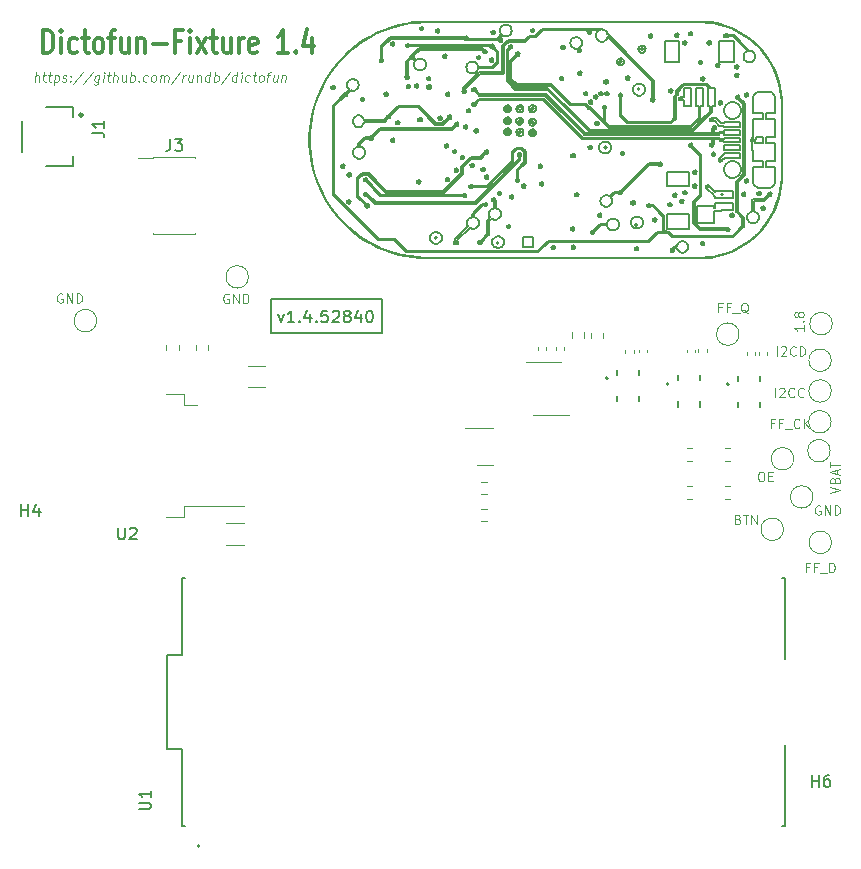
<source format=gbr>
%TF.GenerationSoftware,KiCad,Pcbnew,7.0.10-7.0.10~ubuntu22.04.1*%
%TF.CreationDate,2024-03-30T17:15:14+01:00*%
%TF.ProjectId,test_fixture,74657374-5f66-4697-9874-7572652e6b69,rev?*%
%TF.SameCoordinates,Original*%
%TF.FileFunction,Legend,Top*%
%TF.FilePolarity,Positive*%
%FSLAX46Y46*%
G04 Gerber Fmt 4.6, Leading zero omitted, Abs format (unit mm)*
G04 Created by KiCad (PCBNEW 7.0.10-7.0.10~ubuntu22.04.1) date 2024-03-30 17:15:14*
%MOMM*%
%LPD*%
G01*
G04 APERTURE LIST*
%ADD10C,0.200000*%
%ADD11C,0.150000*%
%ADD12C,0.100000*%
%ADD13C,0.300000*%
%ADD14C,0.127000*%
%ADD15C,0.120000*%
G04 APERTURE END LIST*
D10*
X132789645Y-80163920D02*
X132809741Y-80088920D01*
X111971945Y-86234520D02*
X111990544Y-86189619D01*
X118890541Y-81028720D02*
X118945445Y-80973816D01*
X116549844Y-75864519D02*
X117225344Y-75189019D01*
X138260245Y-86848720D02*
X138260245Y-85648720D01*
X111206446Y-75540156D02*
X111675334Y-75138437D01*
X110640845Y-85167720D02*
X110660941Y-85092720D01*
X116429437Y-73087092D02*
X115825250Y-73200035D01*
X142029941Y-84226720D02*
X142009845Y-84151720D01*
X144141045Y-76910320D02*
X144066045Y-76890224D01*
X146587245Y-84698720D02*
X146587245Y-85248720D01*
X142640845Y-76633320D02*
G75*
G03*
X142440845Y-76633320I-100000J0D01*
G01*
X142440845Y-76633320D02*
G75*
G03*
X142640845Y-76633320I100000J0D01*
G01*
X127118245Y-81433920D02*
X127100153Y-81536526D01*
X112516845Y-79633424D02*
X112441845Y-79653520D01*
X116964245Y-78490424D02*
X116909341Y-78435520D01*
X115082245Y-83087824D02*
X115007245Y-83107920D01*
X119556749Y-75920920D02*
X119501845Y-75975824D01*
X111741818Y-84295040D02*
X111682699Y-84165586D01*
X125461766Y-75715596D02*
X125449045Y-75668120D01*
X125551568Y-75805398D02*
X125050545Y-76306422D01*
X130373045Y-91895816D02*
X130427949Y-91950720D01*
X142311045Y-82046424D02*
X142236045Y-82066520D01*
X130172245Y-90606224D02*
X130117341Y-90551320D01*
X145628472Y-75601000D02*
X145687591Y-75730454D01*
X131031791Y-74869186D02*
X130972672Y-74998640D01*
X131799549Y-73764320D02*
X131819645Y-73839320D01*
X144823941Y-79047520D02*
X144878845Y-78992616D01*
X136803349Y-88420120D02*
X136806430Y-88431620D01*
X143598917Y-84741897D02*
X143760245Y-84723720D01*
X142373742Y-81108864D02*
X142400179Y-81125854D01*
X130856845Y-77443720D02*
X130781845Y-77423624D01*
X113178445Y-82930120D02*
X113103445Y-82910024D01*
X135355415Y-90320795D02*
X135262218Y-90213240D01*
X126006658Y-80483756D02*
X125926845Y-80550728D01*
X125803539Y-81062278D02*
X125901445Y-81097912D01*
X145927670Y-90916145D02*
X145560642Y-91257861D01*
X139260245Y-76348720D02*
X138060245Y-76348720D01*
X120164645Y-83793216D02*
X120239645Y-83773120D01*
X140023391Y-91859454D02*
X140043645Y-92000320D01*
X123268048Y-75020420D02*
X116384830Y-75020420D01*
X142614141Y-84559320D02*
X142669045Y-84504416D01*
X134515658Y-76135684D02*
X134567753Y-76225914D01*
X119257858Y-87291020D02*
X120822045Y-85726832D01*
X127735549Y-86591320D02*
X127755645Y-86666320D01*
X140896745Y-81108618D02*
X140896745Y-80098720D01*
X126946045Y-73680320D02*
G75*
G03*
X126746045Y-73680320I-100000J0D01*
G01*
X126746045Y-73680320D02*
G75*
G03*
X126946045Y-73680320I100000J0D01*
G01*
X140735045Y-86844120D02*
X140714949Y-86919120D01*
X143604741Y-89382920D02*
X143584645Y-89307920D01*
X134388645Y-84205424D02*
X134333741Y-84150520D01*
X140448245Y-88212820D02*
X140466844Y-88167919D01*
X137092545Y-77928720D02*
X137092545Y-79421334D01*
X141115541Y-91770520D02*
X141095445Y-91695520D01*
X122294191Y-90109186D02*
X122235072Y-90238640D01*
X125003672Y-73416600D02*
X125062791Y-73546054D01*
X122727645Y-85317216D02*
X122782549Y-85372120D01*
X134385845Y-79147920D02*
G75*
G03*
X134185845Y-79147920I-100000J0D01*
G01*
X134185845Y-79147920D02*
G75*
G03*
X134385845Y-79147920I100000J0D01*
G01*
X119423941Y-83515520D02*
X119403845Y-83440520D01*
X142669045Y-84504416D02*
X142703602Y-84495156D01*
X134247745Y-79287711D02*
X134210845Y-79277824D01*
X117575549Y-73584120D02*
X117520645Y-73639024D01*
X145401180Y-83729985D02*
X145394499Y-83699276D01*
X124103299Y-73546054D02*
X124162418Y-73416600D01*
X140060245Y-86848720D02*
X138260245Y-86848720D01*
X120216645Y-91644720D02*
X120236741Y-91569720D01*
X142873949Y-84709320D02*
X142819045Y-84764224D01*
X122802645Y-85447120D02*
X122782549Y-85522120D01*
X132919288Y-84087831D02*
X132782737Y-84047736D01*
X145304937Y-89940536D02*
X145185215Y-89863595D01*
X133317875Y-83215045D02*
X133411072Y-83322600D01*
X136806430Y-88431620D02*
X137029045Y-88431620D01*
X144878845Y-86282416D02*
X144953845Y-86262320D01*
X121367523Y-74369396D02*
X121383547Y-74385420D01*
X123514645Y-75007720D02*
G75*
G03*
X123314645Y-75007720I-100000J0D01*
G01*
X123314645Y-75007720D02*
G75*
G03*
X123514645Y-75007720I100000J0D01*
G01*
X130322245Y-90606224D02*
X130247245Y-90626320D01*
X111956475Y-77906445D02*
X112049672Y-78014000D01*
X115137448Y-91327220D02*
X115182349Y-91345819D01*
X141123446Y-87690921D02*
X140575245Y-88239122D01*
X124790753Y-74141736D02*
X124654202Y-74181831D01*
X120521949Y-85422920D02*
X120542045Y-85497920D01*
X122027923Y-78738196D02*
X122350747Y-79061019D01*
X145415553Y-76326136D02*
X145279002Y-76366231D01*
X123087349Y-84023520D02*
X123032445Y-84078424D01*
X136900845Y-74274024D02*
X136825845Y-74294120D01*
X142157445Y-83364320D02*
X142137349Y-83439320D01*
X114338797Y-73600686D02*
X114921139Y-73395476D01*
X141345445Y-91695520D02*
G75*
G03*
X141145445Y-91695520I-100000J0D01*
G01*
X141145445Y-91695520D02*
G75*
G03*
X141345445Y-91695520I100000J0D01*
G01*
X123519149Y-76101120D02*
X123539245Y-76176120D01*
X144121544Y-86418219D02*
X144701645Y-85838117D01*
X144102945Y-89041805D02*
X144102945Y-86463120D01*
X115470344Y-80068219D02*
X115515245Y-80049620D01*
X112098945Y-86260822D02*
X112098945Y-87706818D01*
X125724751Y-80586362D02*
X125626845Y-80550728D01*
X117960245Y-92973720D02*
X117343097Y-92954706D01*
X144212275Y-86015548D02*
X144074811Y-86101922D01*
X136068353Y-79145536D02*
X135931802Y-79185631D01*
X144121544Y-89086706D02*
X144102945Y-89041805D01*
X130347645Y-84148816D02*
X130402549Y-84203720D01*
X144216045Y-76890224D02*
X144141045Y-76910320D01*
X132764749Y-78945920D02*
X132784845Y-79020920D01*
X123646149Y-73764320D02*
X123666245Y-73839320D01*
X136954045Y-79424416D02*
X136965545Y-79421334D01*
X145388872Y-82873867D02*
X145388548Y-82869324D01*
X147722892Y-78222657D02*
X147582525Y-77744614D01*
X118185149Y-77825920D02*
X118130245Y-77880824D01*
X119556749Y-75770920D02*
X119576845Y-75845920D01*
X109914545Y-80087720D02*
X109933144Y-80042819D01*
X111557888Y-78779231D02*
X111437179Y-78743787D01*
X138006945Y-89409520D02*
X138006945Y-90532618D01*
X141197549Y-76278920D02*
X141217645Y-76353920D01*
X128596245Y-92201120D02*
X128521245Y-92181024D01*
X139622749Y-88064520D02*
X139642845Y-88139520D01*
X144141045Y-77321520D02*
X144216045Y-77341616D01*
X114318541Y-78996720D02*
X114373445Y-78941816D01*
X123386341Y-73914320D02*
X123366245Y-73839320D01*
X125901445Y-81097912D02*
X125981258Y-81164884D01*
X135355415Y-89565045D02*
X135475137Y-89488104D01*
X139660245Y-78548720D02*
X140260245Y-78548720D01*
X126076845Y-80290920D02*
X126058753Y-80393526D01*
X121769630Y-86958420D02*
X121766549Y-86969920D01*
X127163646Y-74218721D02*
X127118745Y-74237320D01*
X120239645Y-83773120D02*
X120314645Y-83793216D01*
X128521245Y-92181024D02*
X128466341Y-92126120D01*
X138597946Y-81529621D02*
X138553045Y-81548220D01*
X112583072Y-84295040D02*
X112489875Y-84402595D01*
X141879245Y-74598416D02*
X141934149Y-74653320D01*
X132304645Y-81685520D02*
X132229645Y-81665424D01*
X123671549Y-87937520D02*
X123691645Y-88012520D01*
X132073141Y-79225320D02*
X132128045Y-79170416D01*
X142819045Y-84764224D02*
X142744045Y-84784320D01*
X132663015Y-83970795D02*
X132569818Y-83863240D01*
X123248018Y-88936000D02*
X123341215Y-88828445D01*
X143659645Y-89178016D02*
X143734645Y-89157920D01*
X121938541Y-82245520D02*
X121918445Y-82170520D01*
X124787539Y-81036878D02*
X124885445Y-81072512D01*
X124130353Y-92048736D02*
X123993802Y-92088831D01*
X142236045Y-81766520D02*
X142311045Y-81786616D01*
X113967045Y-76097016D02*
X113978545Y-76093934D01*
X143454045Y-90397216D02*
X143508949Y-90452120D01*
X116251845Y-75106920D02*
X116176845Y-75086824D01*
X125443741Y-86436520D02*
X125423645Y-86361520D01*
X133217845Y-79150824D02*
X133142845Y-79170920D01*
X140085245Y-73948720D02*
X140105341Y-73873720D01*
X145510245Y-85248720D02*
X146333245Y-85248720D01*
X111298845Y-88040320D02*
X111373845Y-88060416D01*
X125977141Y-86919120D02*
X125957045Y-86844120D01*
X137437845Y-90715220D02*
X138009943Y-90715220D01*
X144011141Y-76685320D02*
X144066045Y-76630416D01*
X123489645Y-74877816D02*
X123544549Y-74932720D01*
X146451245Y-88853624D02*
X146376245Y-88873720D01*
X120567445Y-81611720D02*
X120547349Y-81686720D01*
X125119349Y-74983520D02*
X125139445Y-75058520D01*
X146150549Y-87554120D02*
X146095645Y-87609024D01*
X128671245Y-92181024D02*
X128596245Y-92201120D01*
X117039431Y-73011559D02*
X116429437Y-73087092D01*
X142410941Y-76558320D02*
X142465845Y-76503416D01*
X121530537Y-76356304D02*
X121667088Y-76316209D01*
X119833245Y-81152120D02*
X119785768Y-81139398D01*
X138476845Y-88268920D02*
X138551845Y-88289016D01*
X120974452Y-78716208D02*
X120963933Y-78621532D01*
X121357245Y-74512420D02*
X121312344Y-74493821D01*
X122217991Y-76951986D02*
X122158872Y-77081440D01*
X147329860Y-86748720D02*
X147234509Y-86872984D01*
X120303145Y-91511734D02*
X120303145Y-91416120D01*
X142260245Y-87672844D02*
X142257792Y-87672492D01*
X141025245Y-90013720D02*
X140775245Y-90013720D01*
X116162945Y-76277720D02*
X116181544Y-76232819D01*
X121815645Y-80065224D02*
X121760741Y-80010320D01*
X123947593Y-76411070D02*
X123942146Y-76424222D01*
X123366245Y-73839320D02*
X123386341Y-73764320D01*
X131621245Y-79732120D02*
X131641341Y-79657120D01*
X137104045Y-79684224D02*
X137029045Y-79704320D01*
X142084845Y-84021816D02*
X142159845Y-84001720D01*
X133196549Y-78105320D02*
X133141645Y-78160224D01*
X129571045Y-75109320D02*
X129550949Y-75184320D01*
X118742245Y-73582416D02*
X118817245Y-73562320D01*
X116289945Y-76304022D02*
X116289945Y-77516334D01*
X121885602Y-89473409D02*
X122022153Y-89513504D01*
X135652937Y-79145536D02*
X135533215Y-79068595D01*
X141345845Y-77906224D02*
X141270845Y-77926320D01*
X112040488Y-81852631D02*
X111903937Y-81812536D01*
X145028845Y-86542224D02*
X144953845Y-86562320D01*
X135789488Y-79185631D02*
X135652937Y-79145536D01*
X142774046Y-82885220D02*
X143085245Y-82885220D01*
X123851488Y-91099009D02*
X123993802Y-91099009D01*
X123027746Y-86939821D02*
X122982845Y-86958420D01*
X136281272Y-78961040D02*
X136188075Y-79068595D01*
X117087141Y-86563520D02*
X117067045Y-86488520D01*
X133066645Y-78180320D02*
X132991645Y-78160224D01*
X110763178Y-89927463D02*
X110347211Y-89471168D01*
X109475305Y-77695068D02*
X109167979Y-78227373D01*
X111741818Y-83754400D02*
X111835015Y-83646845D01*
X125449045Y-75668120D02*
X125469141Y-75593120D01*
X124151245Y-74649720D02*
X124076245Y-74629624D01*
X111194341Y-85979320D02*
X111174245Y-85904320D01*
X132383615Y-73740845D02*
X132503337Y-73663904D01*
X118185149Y-77675920D02*
X118205245Y-77750920D01*
X125957045Y-86844120D02*
X125977141Y-86769120D01*
X114932245Y-74674616D02*
X115007245Y-74654520D01*
X123259341Y-76251120D02*
X123239245Y-76176120D01*
X146269386Y-90549117D02*
X145927670Y-90916145D01*
X126182045Y-86974024D02*
X126107045Y-86994120D01*
X110052645Y-78512920D02*
G75*
G03*
X109852645Y-78512920I-100000J0D01*
G01*
X109852645Y-78512920D02*
G75*
G03*
X110052645Y-78512920I100000J0D01*
G01*
X145279002Y-76366231D02*
X145136688Y-76366231D01*
X124646545Y-77928720D02*
X124646545Y-77141320D01*
X143508949Y-90452120D02*
X143529045Y-90527120D01*
X124343272Y-91323600D02*
X124402391Y-91453054D01*
X133323415Y-90473195D02*
X133230218Y-90365640D01*
X121563349Y-80393720D02*
X121583445Y-80468720D01*
X111249245Y-86034224D02*
X111194341Y-85979320D01*
X138961045Y-87758624D02*
X138886045Y-87778720D01*
X114578349Y-78996720D02*
X114598445Y-79071720D01*
X139964272Y-92270640D02*
X139871075Y-92378195D01*
X144650245Y-87659824D02*
X144595341Y-87604920D01*
X145405025Y-83735121D02*
X145401180Y-83729985D01*
X139063899Y-91859454D02*
X139123018Y-91730000D01*
X119630045Y-86460720D02*
X119555045Y-86440624D01*
X112770845Y-86180816D02*
X112825749Y-86235720D01*
X117189245Y-78360520D02*
X117169149Y-78435520D01*
X121890645Y-78840720D02*
X121815645Y-78820624D01*
X111682699Y-83883854D02*
X111741818Y-83754400D01*
X125673645Y-86361520D02*
G75*
G03*
X125473645Y-86361520I-100000J0D01*
G01*
X125473645Y-86361520D02*
G75*
G03*
X125673645Y-86361520I100000J0D01*
G01*
X121182349Y-78918120D02*
X121127445Y-78973024D01*
X123595215Y-91971795D02*
X123502018Y-91864240D01*
X133089645Y-80163920D02*
X133069549Y-80238920D01*
X113895544Y-81973219D02*
X113940445Y-81954620D01*
X139061045Y-73917920D02*
X139136045Y-73938016D01*
X113278445Y-82780120D02*
G75*
G03*
X113078445Y-82780120I-100000J0D01*
G01*
X113078445Y-82780120D02*
G75*
G03*
X113278445Y-82780120I100000J0D01*
G01*
X140260245Y-78548720D02*
X140260245Y-80098720D01*
X121663245Y-84961616D02*
X121738245Y-84941520D01*
X133512672Y-88384440D02*
X133419475Y-88491995D01*
X132782737Y-84047736D02*
X132663015Y-83970795D01*
X142107845Y-81360624D02*
X142032845Y-81380720D01*
X125451445Y-81357720D02*
X125469537Y-81255114D01*
X135732445Y-92022816D02*
X135787349Y-92077720D01*
X145053845Y-86412320D02*
G75*
G03*
X144853845Y-86412320I-100000J0D01*
G01*
X144853845Y-86412320D02*
G75*
G03*
X145053845Y-86412320I100000J0D01*
G01*
X132353045Y-79300320D02*
X132332949Y-79375320D01*
X114548445Y-79071720D02*
G75*
G03*
X114348445Y-79071720I-100000J0D01*
G01*
X114348445Y-79071720D02*
G75*
G03*
X114548445Y-79071720I100000J0D01*
G01*
X131594645Y-73969224D02*
X131539741Y-73914320D01*
X122141875Y-90346195D02*
X122022153Y-90423136D01*
X142190443Y-87638523D02*
X141611402Y-87059483D01*
X142110749Y-81357720D02*
X142107845Y-81360624D01*
X135482549Y-88341520D02*
X135427645Y-88396424D01*
X143784543Y-91073220D02*
X144585545Y-90272218D01*
X111013014Y-75784151D02*
X110585133Y-76225417D01*
X130142741Y-84353720D02*
X130122645Y-84278720D01*
X121990645Y-79935320D02*
G75*
G03*
X121790645Y-79935320I-100000J0D01*
G01*
X121790645Y-79935320D02*
G75*
G03*
X121990645Y-79935320I100000J0D01*
G01*
X119296941Y-75920920D02*
X119276845Y-75845920D01*
X125083045Y-73686920D02*
X125062791Y-73827786D01*
X133012941Y-79095920D02*
X132992845Y-79020920D01*
X113770193Y-92056084D02*
X113217482Y-91780867D01*
X139335937Y-92455136D02*
X139216215Y-92378195D01*
X132559845Y-78891016D02*
X132634845Y-78870920D01*
X113489144Y-88336821D02*
X112816896Y-87664573D01*
X139416645Y-79602720D02*
X139341645Y-79582624D01*
X114857245Y-74804520D02*
X114877341Y-74729520D01*
X127048058Y-80483756D02*
X126968245Y-80550728D01*
X126588432Y-80483756D02*
X126536337Y-80393526D01*
X145716165Y-91056939D02*
X146068464Y-90704640D01*
X139190949Y-73992920D02*
X139211045Y-74067920D01*
X142584942Y-82371720D02*
X142702843Y-82253819D01*
X147410245Y-79448720D02*
X147410245Y-80648720D01*
X122397743Y-84418420D02*
X122820166Y-83995996D01*
X139417845Y-88269424D02*
X139362941Y-88214520D01*
X134247745Y-80900520D02*
X134247745Y-80443320D01*
X142179346Y-83282221D02*
X142144723Y-83316843D01*
X138006945Y-90532618D02*
X138189547Y-90715220D01*
X120262141Y-85422920D02*
X120317045Y-85368016D01*
X142225245Y-90013720D02*
X141975245Y-90013720D01*
X141170445Y-91565616D02*
X141245445Y-91545520D01*
X115289045Y-81484720D02*
X115309141Y-81409720D01*
X122730045Y-75594824D02*
X122675141Y-75539920D01*
X140510045Y-86714216D02*
X140585045Y-86694120D01*
X142234845Y-84281624D02*
X142159845Y-84301720D01*
X116722647Y-75871320D02*
X117015174Y-76163847D01*
X108056153Y-81722328D02*
X107999440Y-82334359D01*
X142400179Y-81125854D02*
X142427765Y-81140917D01*
X136676894Y-84914171D02*
X136708645Y-84901020D01*
X140714949Y-86769120D02*
X140735045Y-86844120D01*
X129382445Y-77855424D02*
X129307445Y-77875520D01*
X124151245Y-74349720D02*
X124226245Y-74369816D01*
X112638694Y-82729771D02*
X112670445Y-82716620D01*
X141954245Y-74728320D02*
X141934149Y-74803320D01*
X139634345Y-78206320D02*
X141564745Y-78206320D01*
X144650245Y-87400016D02*
X144725245Y-87379920D01*
X124790753Y-73232104D02*
X124910475Y-73309045D01*
X121230245Y-74471920D02*
X121155245Y-74451824D01*
X130122645Y-84278720D02*
X130142741Y-84203720D01*
X124860045Y-82272120D02*
G75*
G03*
X124560045Y-82272120I-150000J0D01*
G01*
X124560045Y-82272120D02*
G75*
G03*
X124860045Y-82272120I150000J0D01*
G01*
X121358445Y-80338816D02*
X121433445Y-80318720D01*
X110027645Y-78642824D02*
X109952645Y-78662920D01*
X125547032Y-80483756D02*
X125494937Y-80393526D01*
X111206446Y-90357284D02*
X110763178Y-89927463D01*
X133216645Y-78030320D02*
X133196549Y-78105320D01*
X119580445Y-78941816D02*
X119655445Y-78921720D01*
X108317943Y-85692191D02*
X108167341Y-85093399D01*
X117296547Y-75297420D02*
X116722647Y-75871320D01*
X134850544Y-81529622D02*
X134266344Y-80945421D01*
X135931802Y-79185631D02*
X135789488Y-79185631D01*
D11*
X104660000Y-96430000D02*
X114080000Y-96430000D01*
X114080000Y-99330000D01*
X104660000Y-99330000D01*
X104660000Y-96430000D01*
D10*
X142914851Y-88848720D02*
X142860048Y-88903523D01*
X147350410Y-88867010D02*
X147125940Y-89315444D01*
X130931845Y-77163816D02*
X130986749Y-77218720D01*
X123441245Y-73709416D02*
X123516245Y-73689320D01*
X139746845Y-87252920D02*
X139821845Y-87273016D01*
X147935245Y-85948720D02*
X147935245Y-79948720D01*
X143035245Y-80448720D02*
X143053422Y-80287392D01*
X130131418Y-74458000D02*
X130224615Y-74350445D01*
X111956475Y-78662195D02*
X111836753Y-78739136D01*
X147125940Y-76581996D02*
X147350410Y-77030430D01*
X131052045Y-74728320D02*
X131031791Y-74869186D01*
X122141741Y-76047920D02*
X122121645Y-75972920D01*
X130272645Y-84428720D02*
X130197645Y-84408624D01*
X121608341Y-85016520D02*
X121663245Y-84961616D01*
X142082445Y-83494224D02*
X142007445Y-83514320D01*
X112816896Y-87664573D02*
X112796245Y-87685224D01*
X120940230Y-85774416D02*
X120930446Y-85798037D01*
X112441845Y-79353520D02*
X112516845Y-79373616D01*
X125017353Y-80213714D02*
X125035445Y-80316320D01*
X146333245Y-81198720D02*
X146333245Y-80648720D01*
X127118245Y-80290920D02*
X127100153Y-80393526D01*
X138476845Y-88568920D02*
X138401845Y-88548824D01*
X116121941Y-75031920D02*
X116101845Y-74956920D01*
X112591341Y-87480320D02*
X112646245Y-87425416D01*
X130676141Y-75438320D02*
X130656045Y-75363320D01*
X118005645Y-78592024D02*
X117950741Y-78537120D01*
X130732749Y-87655720D02*
X130677845Y-87710624D01*
X123798727Y-74385420D02*
X123801544Y-74378619D01*
X133066645Y-77880320D02*
X133141645Y-77900416D01*
X118080645Y-78312120D02*
X118155645Y-78332216D01*
X124785030Y-74501520D02*
X126193243Y-74501520D01*
X127073458Y-82155484D02*
X127125553Y-82245714D01*
X128696245Y-92051120D02*
G75*
G03*
X128496245Y-92051120I-100000J0D01*
G01*
X128496245Y-92051120D02*
G75*
G03*
X128696245Y-92051120I100000J0D01*
G01*
X134345245Y-87532824D02*
X134270245Y-87552920D01*
X116909341Y-78285520D02*
X116964245Y-78230616D01*
X135533215Y-79068595D02*
X135440018Y-78961040D01*
X126283045Y-84852020D02*
X126264447Y-84896921D01*
X130247245Y-90326320D02*
X130322245Y-90346416D01*
X142390845Y-76633320D02*
X142410941Y-76558320D01*
X133317875Y-83970795D02*
X133198153Y-84047736D01*
X114042045Y-76376920D02*
X113967045Y-76356824D01*
X145012645Y-89485720D02*
X145032899Y-89344854D01*
X108167341Y-85093399D02*
X108053886Y-84486471D01*
X133320645Y-81903820D02*
X133275744Y-81885222D01*
X139896845Y-74728320D02*
X139876749Y-74803320D01*
X132231299Y-74259586D02*
X132211045Y-74118720D01*
X136543541Y-88570120D02*
X136523445Y-88495120D01*
X138886045Y-87478720D02*
X138961045Y-87498816D01*
X116356349Y-77574320D02*
X116376445Y-77649320D01*
X133020888Y-87619209D02*
X133163202Y-87619209D01*
X121097260Y-74258420D02*
X121100341Y-74246920D01*
X124941549Y-90348120D02*
X124886645Y-90403024D01*
X121182289Y-81690320D02*
X121257289Y-81710416D01*
X141674341Y-74803320D02*
X141654245Y-74728320D01*
X131644245Y-82208620D02*
X131611156Y-82194914D01*
X138403045Y-78792320D02*
X138423141Y-78717320D01*
X131346831Y-79915819D02*
X131593132Y-80162120D01*
X126993645Y-82088512D02*
X127073458Y-82155484D01*
X120975045Y-84301216D02*
X121029949Y-84356120D01*
X124168645Y-89206320D02*
X124148391Y-89347186D01*
X144291045Y-76760320D02*
X144270949Y-76835320D01*
X147899702Y-86694789D02*
X147935245Y-86197833D01*
X116253045Y-78541224D02*
X116198141Y-78486320D01*
X144823941Y-79197520D02*
X144803845Y-79122520D01*
X144216045Y-76630416D02*
X144270949Y-76685320D01*
X125626845Y-80550728D02*
X125547032Y-80483756D01*
X121965645Y-78560816D02*
X122020549Y-78615720D01*
X118947149Y-73637320D02*
X118967245Y-73712320D01*
X125926845Y-80290920D02*
G75*
G03*
X125626845Y-80290920I-150000J0D01*
G01*
X125626845Y-80290920D02*
G75*
G03*
X125926845Y-80290920I150000J0D01*
G01*
X142883208Y-84674762D02*
X142873949Y-84709320D01*
X143060984Y-84141881D02*
X143063641Y-84141100D01*
X138423141Y-78867320D02*
X138403045Y-78792320D01*
X111557888Y-77789409D02*
X111700202Y-77789409D01*
X145028845Y-78992616D02*
X145083749Y-79047520D01*
X141400749Y-77851320D02*
X141345845Y-77906224D01*
X113217482Y-74116573D02*
X113770193Y-73841356D01*
X130069445Y-80024220D02*
X130024544Y-80005622D01*
X134567753Y-76225914D02*
X134585845Y-76328520D01*
X124251245Y-74499720D02*
G75*
G03*
X124051245Y-74499720I-100000J0D01*
G01*
X124051245Y-74499720D02*
G75*
G03*
X124251245Y-74499720I100000J0D01*
G01*
X132610348Y-90158820D02*
X132060923Y-90708243D01*
X120971600Y-78595073D02*
X120977460Y-78574852D01*
X122217991Y-76670254D02*
X122229115Y-76747620D01*
X121750945Y-89231720D02*
X121769544Y-89186819D01*
X118892245Y-73582416D02*
X118947149Y-73637320D01*
X140060245Y-85648720D02*
X140060245Y-86848720D01*
X122158872Y-76540800D02*
X122217991Y-76670254D01*
X137336749Y-89789320D02*
X137281845Y-89844224D01*
X144326969Y-92114415D02*
X143878535Y-92338885D01*
X116376445Y-77649320D02*
X116356349Y-77724320D01*
X117346949Y-86413520D02*
X117367045Y-86488520D01*
X138401845Y-88548824D02*
X138346941Y-88493920D01*
X130656045Y-75363320D02*
X130668766Y-75315843D01*
X141750242Y-78548720D02*
X141534843Y-78333320D01*
X136825845Y-73994120D02*
X136900845Y-74014216D01*
X119351845Y-75975824D02*
X119296941Y-75920920D01*
X142289749Y-84076720D02*
X142309845Y-84151720D01*
X108056153Y-84175112D02*
X108150436Y-84782491D01*
X142134445Y-82748720D02*
X142611244Y-82748720D01*
X124991953Y-82374726D02*
X124939858Y-82464956D01*
X129232445Y-77595616D02*
X129307445Y-77575520D01*
X131793741Y-90830720D02*
X131773645Y-90755720D01*
X134247745Y-80443320D02*
X134247745Y-79287711D01*
X132633245Y-89307920D02*
G75*
G03*
X132433245Y-89307920I-100000J0D01*
G01*
X132433245Y-89307920D02*
G75*
G03*
X132633245Y-89307920I100000J0D01*
G01*
X140685045Y-85675720D02*
G75*
G03*
X140485045Y-85675720I-100000J0D01*
G01*
X140485045Y-85675720D02*
G75*
G03*
X140685045Y-85675720I100000J0D01*
G01*
X143085245Y-82098720D02*
X144435245Y-82098720D01*
X108150436Y-81114949D02*
X108056153Y-81722328D01*
X119703845Y-83440520D02*
X119683749Y-83515520D01*
X112620845Y-86180816D02*
X112695845Y-86160720D01*
X142939416Y-73208282D02*
X143415231Y-73366648D01*
X120441645Y-91774624D02*
X120366645Y-91794720D01*
X145590630Y-86748720D02*
X145530690Y-86604011D01*
X147234509Y-86872984D02*
X147110245Y-86968335D01*
X130427949Y-91950720D02*
X130448045Y-92025720D01*
X130298045Y-91875720D02*
X130373045Y-91895816D01*
X119683245Y-81002120D02*
X119703341Y-80927120D01*
X120303145Y-91416120D02*
X120321744Y-91371219D01*
X146012645Y-89485720D02*
X145992391Y-89626586D01*
X121182349Y-78768120D02*
X121202445Y-78843120D01*
X143096741Y-74043720D02*
X143151645Y-73988816D01*
X135890553Y-90397736D02*
X135754002Y-90437831D01*
X111903937Y-81812536D02*
X111784215Y-81735595D01*
X129157445Y-77725520D02*
X129177541Y-77650520D01*
X136344458Y-75068884D02*
X136396553Y-75159114D01*
X112682763Y-91472147D02*
X112168062Y-91131094D01*
X129437349Y-77650520D02*
X129457445Y-77725520D01*
X125728949Y-75743120D02*
X125674045Y-75798024D01*
X125472045Y-78347820D02*
X125427144Y-78329222D01*
X119553845Y-83590520D02*
X119478845Y-83570424D01*
X138682949Y-78717320D02*
X138703045Y-78792320D01*
X126032045Y-86714216D02*
X126107045Y-86694120D01*
X144141045Y-77621520D02*
X144066045Y-77601424D01*
X115539045Y-81484720D02*
G75*
G03*
X115339045Y-81484720I-100000J0D01*
G01*
X115339045Y-81484720D02*
G75*
G03*
X115539045Y-81484720I100000J0D01*
G01*
X127604045Y-85167720D02*
G75*
G03*
X127404045Y-85167720I-100000J0D01*
G01*
X127404045Y-85167720D02*
G75*
G03*
X127604045Y-85167720I100000J0D01*
G01*
X122820166Y-83995996D02*
X122807445Y-83948520D01*
X130427949Y-92100720D02*
X130373045Y-92155624D01*
X140355543Y-82081620D02*
X141225944Y-81211219D01*
X133131672Y-74389040D02*
X133038475Y-74496595D01*
X145612645Y-82957920D02*
G75*
G03*
X145412645Y-82957920I-100000J0D01*
G01*
X145412645Y-82957920D02*
G75*
G03*
X145612645Y-82957920I100000J0D01*
G01*
X126870339Y-80586362D02*
X126766151Y-80586362D01*
X130758568Y-75226041D02*
X130806045Y-75213320D01*
X145685981Y-79024456D02*
X145810245Y-78929105D01*
X147824702Y-87441991D02*
X147700683Y-87927891D01*
X133196549Y-77955320D02*
X133216645Y-78030320D01*
X143085245Y-84133672D02*
X143085245Y-84048720D01*
X121050045Y-84431120D02*
X121029949Y-84506120D01*
X132864645Y-80293824D02*
X132809741Y-80238920D01*
X130881045Y-75493224D02*
X130806045Y-75513320D01*
X142726534Y-81771489D02*
X142720182Y-81770576D01*
X113912141Y-76301920D02*
X113892045Y-76226920D01*
X145185215Y-89107845D02*
X145304937Y-89030904D01*
X130781845Y-77163816D02*
X130856845Y-77143720D01*
X142172545Y-82069822D02*
X142172545Y-82371720D01*
X125904158Y-83721720D02*
X125547932Y-83721720D01*
X115082245Y-74674616D02*
X115137149Y-74729520D01*
X113103445Y-82650216D02*
X113178445Y-82630120D01*
X124910475Y-73309045D02*
X125003672Y-73416600D01*
X125674045Y-75798024D02*
X125599045Y-75818120D01*
X144367245Y-79325720D02*
X144354523Y-79373196D01*
X112098945Y-83288120D02*
X112117544Y-83243219D01*
X119480045Y-86310720D02*
X119500141Y-86235720D01*
X144413447Y-80763286D02*
X144327073Y-80900750D01*
X116251845Y-74806920D02*
X116326845Y-74827016D01*
X125494937Y-82400126D02*
X125476845Y-82297520D01*
X140229445Y-83239720D02*
X140304445Y-83259816D01*
X108894004Y-87119853D02*
X109167979Y-87670067D01*
X143445679Y-84795518D02*
X143598917Y-84741897D01*
X121103245Y-87781520D02*
X121028245Y-87761424D01*
X142614141Y-79733320D02*
X142669045Y-79678416D01*
X121238245Y-76811120D02*
X121258499Y-76670254D01*
X125186746Y-84780821D02*
X123027746Y-86939821D01*
X130677845Y-87450816D02*
X130732749Y-87505720D01*
X143508949Y-90602120D02*
X143454045Y-90657024D01*
X144229945Y-89015502D02*
X144693946Y-89479503D01*
X122725941Y-88343920D02*
X122780845Y-88289016D01*
X121097260Y-74385420D02*
X115388245Y-74385420D01*
X133395515Y-87720847D02*
X133758344Y-87358018D01*
X132229645Y-81405616D02*
X132304645Y-81385520D01*
X140960245Y-72973720D02*
X117960245Y-72973720D01*
X134130591Y-90236186D02*
X134071472Y-90365640D01*
X120321744Y-91371219D02*
X121421906Y-90271055D01*
X122995545Y-90932617D02*
X122995545Y-89815920D01*
X139660245Y-80098720D02*
X139660245Y-79579720D01*
X147389800Y-79293429D02*
X147410245Y-79448720D01*
X142670749Y-76708320D02*
X142615845Y-76763224D01*
X141564745Y-78206320D02*
X141609646Y-78224919D01*
X114877341Y-74729520D02*
X114932245Y-74674616D01*
X131696245Y-79862024D02*
X131641341Y-79807120D01*
X121383547Y-74385420D02*
X123798727Y-74385420D01*
X140660045Y-85805624D02*
X140585045Y-85825720D01*
X112887243Y-85880720D02*
X112479048Y-85880720D01*
X112311941Y-79428520D02*
X112366845Y-79373616D01*
X143445679Y-86101922D02*
X143308215Y-86015548D01*
X143164351Y-92571000D02*
X143631164Y-92396888D01*
X121127445Y-78973024D02*
X121052445Y-78993120D01*
X130397245Y-90476320D02*
X130377149Y-90551320D01*
X113940445Y-81954620D02*
X119984743Y-81954620D01*
X137029045Y-79704320D02*
X136954045Y-79684224D01*
X120496549Y-91719720D02*
X120441645Y-91774624D01*
X134515658Y-76521356D02*
X134435845Y-76588328D01*
X115364045Y-81354816D02*
X115439045Y-81334720D01*
X146860045Y-87400016D02*
X146935045Y-87379920D01*
X130725670Y-75193143D02*
X130758568Y-75226041D01*
X122547743Y-75297420D02*
X117296547Y-75297420D01*
X134567753Y-76431126D02*
X134515658Y-76521356D01*
X137392944Y-90733819D02*
X137437845Y-90715220D01*
X120369549Y-83848120D02*
X120389645Y-83923120D01*
X132073645Y-90755720D02*
X132053549Y-90830720D01*
X133346948Y-81776820D02*
X134209645Y-81776820D01*
X139567845Y-88009616D02*
X139622749Y-88064520D01*
X143454045Y-90657024D02*
X143379045Y-90677120D01*
X132992845Y-79020920D02*
X133012941Y-78945920D01*
X130347245Y-90476320D02*
G75*
G03*
X130147245Y-90476320I-100000J0D01*
G01*
X130147245Y-90476320D02*
G75*
G03*
X130347245Y-90476320I100000J0D01*
G01*
X127455645Y-86666320D02*
X127475741Y-86591320D01*
X131850349Y-83642520D02*
X131795445Y-83697424D01*
X129382445Y-77595616D02*
X129437349Y-77650520D01*
X119284160Y-87418020D02*
X114450845Y-87418020D01*
X135070845Y-77700120D02*
X135050749Y-77775120D01*
X139472488Y-91505409D02*
X139614802Y-91505409D01*
X124453537Y-80418926D02*
X124435445Y-80316320D01*
X123516245Y-73689320D02*
X123591245Y-73709416D01*
X118155245Y-77750920D02*
G75*
G03*
X117955245Y-77750920I-100000J0D01*
G01*
X117955245Y-77750920D02*
G75*
G03*
X118155245Y-77750920I100000J0D01*
G01*
X110920749Y-85092720D02*
X110940845Y-85167720D01*
X142260245Y-88686720D02*
X142260245Y-88248720D01*
X124657951Y-82567562D02*
X124560045Y-82531928D01*
X124480232Y-82079284D02*
X124560045Y-82012312D01*
X116991215Y-76934995D02*
X116898018Y-76827440D01*
X141005146Y-81179821D02*
X140299746Y-81885221D01*
X111682699Y-84165586D02*
X111662445Y-84024720D01*
X133141645Y-77900416D02*
X133196549Y-77955320D01*
X140455141Y-85600720D02*
X140510045Y-85545816D01*
X112743321Y-86447998D02*
X112695845Y-86460720D01*
X139341645Y-79582624D02*
X139286741Y-79527720D01*
X143809645Y-89437824D02*
X143734645Y-89457920D01*
X133069549Y-80088920D02*
X133089645Y-80163920D01*
X132876145Y-80296905D02*
X132864645Y-80293824D01*
X138859645Y-81088317D02*
X138859645Y-79248305D01*
X123489245Y-76176120D02*
G75*
G03*
X123289245Y-76176120I-100000J0D01*
G01*
X123289245Y-76176120D02*
G75*
G03*
X123489245Y-76176120I100000J0D01*
G01*
X120822045Y-85233020D02*
X120840644Y-85188119D01*
X123107445Y-86082120D02*
X123087349Y-86157120D01*
X143301645Y-73988816D02*
X143356549Y-74043720D01*
X135452645Y-88266520D02*
G75*
G03*
X135252645Y-88266520I-100000J0D01*
G01*
X135252645Y-88266520D02*
G75*
G03*
X135452645Y-88266520I100000J0D01*
G01*
X127680645Y-86796224D02*
X127605645Y-86816320D01*
X116909341Y-78435520D02*
X116889245Y-78360520D01*
X135203099Y-89802054D02*
X135262218Y-89672600D01*
X123851488Y-92088831D02*
X123714937Y-92048736D01*
X119478845Y-83310616D02*
X119553845Y-83290520D01*
X125724751Y-82002078D02*
X125828939Y-82002078D01*
X124885445Y-80056512D02*
X124965258Y-80123484D01*
X146150549Y-87404120D02*
X146170645Y-87479120D01*
X144229945Y-86489422D02*
X144229945Y-89015502D01*
X117067045Y-86488520D02*
X117087141Y-86413520D01*
X125901445Y-81357720D02*
G75*
G03*
X125601445Y-81357720I-150000J0D01*
G01*
X125601445Y-81357720D02*
G75*
G03*
X125901445Y-81357720I150000J0D01*
G01*
X122405604Y-77325763D02*
X121093527Y-78637839D01*
X138755045Y-92409624D02*
X138680045Y-92429720D01*
X125476845Y-82297520D02*
X125494937Y-82194914D01*
X138605045Y-92149816D02*
X138680045Y-92129720D01*
X131771245Y-79582120D02*
X131846245Y-79602216D01*
X136264645Y-75001912D02*
X136344458Y-75068884D01*
X125651045Y-84331624D02*
X125596141Y-84276720D01*
X116118156Y-92803025D02*
X115515010Y-92670934D01*
X123414645Y-74857720D02*
X123489645Y-74877816D01*
X132434549Y-81610520D02*
X132379645Y-81665424D01*
X142844045Y-84634320D02*
G75*
G03*
X142644045Y-84634320I-100000J0D01*
G01*
X142644045Y-84634320D02*
G75*
G03*
X142844045Y-84634320I100000J0D01*
G01*
X143760245Y-86173720D02*
X143598917Y-86155543D01*
X132683245Y-89307920D02*
X132663149Y-89382920D01*
X138682445Y-91200220D02*
X138650694Y-91187068D01*
X138653045Y-78792320D02*
G75*
G03*
X138453045Y-78792320I-100000J0D01*
G01*
X138453045Y-78792320D02*
G75*
G03*
X138653045Y-78792320I100000J0D01*
G01*
X116381749Y-74881920D02*
X116384830Y-74893420D01*
X126968245Y-80290920D02*
G75*
G03*
X126668245Y-80290920I-150000J0D01*
G01*
X126668245Y-80290920D02*
G75*
G03*
X126968245Y-80290920I150000J0D01*
G01*
X112845845Y-86310720D02*
X112833123Y-86358196D01*
X132404645Y-81535520D02*
G75*
G03*
X132204645Y-81535520I-100000J0D01*
G01*
X132204645Y-81535520D02*
G75*
G03*
X132404645Y-81535520I100000J0D01*
G01*
X145590630Y-79148720D02*
X145685981Y-79024456D01*
X140455141Y-86769120D02*
X140510045Y-86714216D01*
X126766151Y-81729362D02*
X126668245Y-81693728D01*
X126975949Y-73755320D02*
X126921045Y-73810224D01*
X145720353Y-89030904D02*
X145840075Y-89107845D01*
X124935741Y-87833520D02*
X124915645Y-87758520D01*
X117930645Y-78462120D02*
X117950741Y-78387120D01*
X139015949Y-87553720D02*
X139036045Y-87628720D01*
X142427765Y-81140917D02*
X142808567Y-81521720D01*
X123087349Y-86007120D02*
X123107445Y-86082120D01*
X138060245Y-74548720D02*
X139260245Y-74548720D01*
X113912141Y-76151920D02*
X113967045Y-76097016D01*
X144212275Y-79881892D02*
X144327073Y-79996690D01*
X147700683Y-77969549D02*
X147824702Y-78455449D01*
X130726941Y-77368720D02*
X130706845Y-77293720D01*
X135262218Y-90213240D02*
X135203099Y-90083786D01*
X131590541Y-83492520D02*
X131645445Y-83437616D01*
X121938121Y-79798041D02*
X122279542Y-79456620D01*
X142873949Y-79883320D02*
X142819045Y-79938224D01*
X146301245Y-88853624D02*
X146246341Y-88798720D01*
X130224615Y-74350445D02*
X130344337Y-74273504D01*
X124076245Y-74629624D02*
X124021341Y-74574720D01*
X118667245Y-73712320D02*
X118687341Y-73637320D01*
X123460937Y-88751504D02*
X123597488Y-88711409D01*
X142045545Y-82371720D02*
X142045545Y-82043520D01*
X123386341Y-73764320D02*
X123441245Y-73709416D01*
X144264721Y-79462998D02*
X144217245Y-79475720D01*
X142728966Y-81772817D02*
X142726534Y-81771489D01*
X144707845Y-75871320D02*
X144728099Y-75730454D01*
X131105868Y-82748720D02*
X142134445Y-82748720D01*
X135277645Y-88396424D02*
X135222741Y-88341520D01*
X141791008Y-86879877D02*
X142260245Y-87349114D01*
X140310245Y-73818816D02*
X140365149Y-73873720D01*
X112851149Y-87480320D02*
X112865387Y-87533460D01*
X145510245Y-80648720D02*
X145510245Y-79448720D01*
X138707489Y-92137073D02*
X138889144Y-91955419D01*
X126578994Y-74123471D02*
X126610745Y-74110320D01*
X136879045Y-79554320D02*
X136899141Y-79479320D01*
X132918753Y-74573536D02*
X132782202Y-74613631D01*
X114651645Y-81126720D02*
X114604168Y-81113998D01*
X144878845Y-79252424D02*
X144823941Y-79197520D01*
X126895739Y-82643762D02*
X126791551Y-82643762D01*
X124505632Y-81525156D02*
X124453537Y-81434926D01*
X132663149Y-89232920D02*
X132683245Y-89307920D01*
X143921573Y-79741897D02*
X144074811Y-79795518D01*
X118185099Y-91379186D02*
X118164845Y-91238320D01*
X126771045Y-73550416D02*
X126846045Y-73530320D01*
X132919288Y-83098009D02*
X133061602Y-83098009D01*
X125637145Y-86228534D02*
X125648645Y-86231616D01*
X135507445Y-92152720D02*
X135527541Y-92077720D01*
X122468946Y-84526821D02*
X122424045Y-84545420D01*
X111013014Y-90113289D02*
X111467248Y-90527378D01*
X137281845Y-89844224D02*
X137206845Y-89864320D01*
X117652919Y-72973720D02*
X117039431Y-73011559D01*
X141125806Y-87685224D02*
X141123446Y-87690921D01*
X119085472Y-90968000D02*
X119144591Y-91097454D01*
X140435045Y-86844120D02*
X140455141Y-86769120D01*
X124124645Y-87583624D02*
X124049645Y-87603720D01*
X135611688Y-89448009D02*
X135754002Y-89448009D01*
X137508741Y-85064920D02*
X137498854Y-85028020D01*
X110660941Y-85242720D02*
X110640845Y-85167720D01*
X120949045Y-85753135D02*
X120940230Y-85774416D01*
X142693738Y-81753581D02*
X142666159Y-81738522D01*
X142873949Y-79733320D02*
X142894045Y-79808320D01*
X121203245Y-87631520D02*
G75*
G03*
X121003245Y-87631520I-100000J0D01*
G01*
X121003245Y-87631520D02*
G75*
G03*
X121203245Y-87631520I100000J0D01*
G01*
X126716141Y-73605320D02*
X126771045Y-73550416D01*
X126968245Y-81433920D02*
G75*
G03*
X126668245Y-81433920I-150000J0D01*
G01*
X126668245Y-81433920D02*
G75*
G03*
X126968245Y-81433920I150000J0D01*
G01*
X138551845Y-88289016D02*
X138606749Y-88343920D01*
X112168062Y-91131094D02*
X111675334Y-90759003D01*
X139286741Y-79377720D02*
X139341645Y-79322816D01*
X124885445Y-81072512D02*
X124965258Y-81139484D01*
X120392045Y-85647920D02*
X120317045Y-85627824D01*
X142311045Y-81786616D02*
X142365949Y-81841520D01*
X137129045Y-79554320D02*
G75*
G03*
X136929045Y-79554320I-100000J0D01*
G01*
X136929045Y-79554320D02*
G75*
G03*
X137129045Y-79554320I100000J0D01*
G01*
X147700683Y-87927891D02*
X147542317Y-88403706D01*
X130759753Y-74273504D02*
X130879475Y-74350445D01*
X124424002Y-75015850D02*
X124424002Y-77262263D01*
X134195245Y-87273016D02*
X134270245Y-87252920D01*
X111454149Y-85979320D02*
X111399245Y-86034224D01*
X143085245Y-81521720D02*
X143085245Y-81448720D01*
X121838245Y-85091520D02*
G75*
G03*
X121638245Y-85091520I-100000J0D01*
G01*
X121638245Y-85091520D02*
G75*
G03*
X121838245Y-85091520I100000J0D01*
G01*
X121178245Y-87501616D02*
X121233149Y-87556520D01*
X135482549Y-88191520D02*
X135502645Y-88266520D01*
X111454149Y-85829320D02*
X111474245Y-85904320D01*
X141651845Y-86770320D02*
X141726845Y-86790416D01*
X124914445Y-74928616D02*
X124989445Y-74908520D01*
X109802645Y-78512920D02*
X109822741Y-78437920D01*
X142465845Y-76503416D02*
X142540845Y-76483320D01*
X124657951Y-81976678D02*
X124762139Y-81976678D01*
X138346941Y-88343920D02*
X138401845Y-88289016D01*
X130117341Y-90401320D02*
X130172245Y-90346416D01*
X144141045Y-76610320D02*
X144216045Y-76630416D01*
X138997545Y-79084103D02*
X138997545Y-78843120D01*
X126012245Y-92044320D02*
X126012245Y-91194320D01*
X112970379Y-74306018D02*
X112447790Y-74629591D01*
X144878845Y-86542224D02*
X144823941Y-86487320D01*
X117652919Y-92923720D02*
X117960245Y-92923720D01*
X112311941Y-79578520D02*
X112291845Y-79503520D01*
X126058753Y-82400126D02*
X126006658Y-82490356D01*
X139136045Y-73938016D02*
X139190949Y-73992920D01*
X111903937Y-80902904D02*
X112040488Y-80862809D01*
X130448045Y-92025720D02*
X130427949Y-92100720D01*
X122805045Y-75314920D02*
X122880045Y-75335016D01*
X130732749Y-87505720D02*
X130752845Y-87580720D01*
X120770141Y-84356120D02*
X120825045Y-84301216D01*
X122725941Y-88493920D02*
X122722860Y-88482420D01*
X125724751Y-79995478D02*
X125828939Y-79995478D01*
X142007445Y-83214320D02*
X142054921Y-83227041D01*
X118817245Y-73862320D02*
X118742245Y-73842224D01*
X138809949Y-92354720D02*
X138755045Y-92409624D01*
X131720445Y-83417520D02*
X131795445Y-83437616D01*
X119805445Y-79071720D02*
X119785349Y-79146720D01*
X126870339Y-81729362D02*
X126766151Y-81729362D01*
X144212275Y-84881892D02*
X144327073Y-84996690D01*
X142365949Y-81991520D02*
X142311045Y-82046424D01*
X131532366Y-73791843D02*
X131446944Y-73706421D01*
X118055245Y-77900920D02*
X117980245Y-77880824D01*
X134210845Y-79277824D02*
X134155941Y-79222920D01*
X123464245Y-76046216D02*
X123519149Y-76101120D01*
X124076245Y-74369816D02*
X124151245Y-74349720D01*
X139052775Y-91936820D02*
X139063899Y-91859454D01*
X125926845Y-80550728D02*
X125828939Y-80586362D01*
X132023645Y-90755720D02*
G75*
G03*
X131823645Y-90755720I-100000J0D01*
G01*
X131823645Y-90755720D02*
G75*
G03*
X132023645Y-90755720I100000J0D01*
G01*
X121738245Y-85241520D02*
X121663245Y-85221424D01*
X132936741Y-78105320D02*
X132916645Y-78030320D01*
X147967346Y-79447562D02*
X147985245Y-79948720D01*
X134790941Y-77775120D02*
X134770845Y-77700120D01*
X125828939Y-79995478D02*
X125926845Y-80031112D01*
X121093527Y-78637839D02*
X121101118Y-78706161D01*
X137104045Y-79424416D02*
X137158949Y-79479320D01*
X137563645Y-84860016D02*
X137638645Y-84839920D01*
X119351845Y-75716016D02*
X119426845Y-75695920D01*
X121606737Y-90423136D02*
X121510974Y-90361593D01*
X144803845Y-79122520D02*
X144823941Y-79047520D01*
X118337415Y-90860445D02*
X118457137Y-90783504D01*
X111094445Y-79201624D02*
X111019445Y-79221720D01*
X130623202Y-74233409D02*
X130759753Y-74273504D01*
X145422842Y-83758923D02*
X145409249Y-83740764D01*
X120949045Y-85259322D02*
X120949045Y-85753135D01*
X114298445Y-79071720D02*
X114318541Y-78996720D01*
X130148045Y-92025720D02*
X130168141Y-91950720D01*
X117739272Y-76827440D02*
X117646075Y-76934995D01*
X115541547Y-80176620D02*
X114788923Y-80929243D01*
X111474245Y-85904320D02*
X111454149Y-85979320D01*
X118742245Y-73842224D02*
X118687341Y-73787320D01*
X142540845Y-76483320D02*
X142615845Y-76503416D01*
X111662445Y-84024720D02*
X111682699Y-83883854D01*
X140575245Y-88239122D02*
X140575245Y-89950117D01*
X126716141Y-73755320D02*
X126696045Y-73680320D01*
X136734948Y-85028020D02*
X134407523Y-87355443D01*
X144327073Y-79996690D02*
X144413447Y-80134154D01*
X114877341Y-74879520D02*
X114857245Y-74804520D01*
X133166645Y-78030320D02*
G75*
G03*
X132966645Y-78030320I-100000J0D01*
G01*
X132966645Y-78030320D02*
G75*
G03*
X133166645Y-78030320I100000J0D01*
G01*
X125498645Y-86491424D02*
X125443741Y-86436520D01*
X137768549Y-85064920D02*
X137713645Y-85119824D01*
X113892045Y-76226920D02*
X113912141Y-76151920D01*
X129307445Y-77575520D02*
X129382445Y-77595616D01*
X134895445Y-81548220D02*
X134850544Y-81529622D01*
X142860048Y-88903523D02*
X142841889Y-88917115D01*
X116621047Y-75972920D02*
X116289945Y-76304022D01*
X126107045Y-86994120D02*
X126032045Y-86974024D01*
X142023745Y-80098720D02*
X142023745Y-80566720D01*
X140992645Y-76224016D02*
X141067645Y-76203920D01*
X121815645Y-78560816D02*
X121890645Y-78540720D01*
X138009943Y-90715220D02*
X137898544Y-90603821D01*
X111611645Y-81357720D02*
X111631899Y-81216854D01*
X112978149Y-88445520D02*
X112998245Y-88520520D01*
X116356349Y-77724320D02*
X116301445Y-77779224D01*
X111835015Y-83646845D02*
X111954737Y-83569904D01*
X131275628Y-80024220D02*
X130069445Y-80024220D01*
X134920845Y-77550120D02*
X134995845Y-77570216D01*
X134333741Y-84000520D02*
X134388645Y-83945616D01*
X112420994Y-85766871D02*
X112452745Y-85753720D01*
X143164351Y-73326440D02*
X142686308Y-73186073D01*
X135352645Y-88116520D02*
X135427645Y-88136616D01*
X144084366Y-73707522D02*
X143631164Y-73500552D01*
X135884832Y-75068884D02*
X135964645Y-75001912D01*
X122314445Y-89968320D02*
X122294191Y-90109186D01*
X136718346Y-91588021D02*
X136673445Y-91606620D01*
X130168141Y-92100720D02*
X130148045Y-92025720D01*
X122401549Y-76047920D02*
X122346645Y-76102824D01*
X131846245Y-79602216D02*
X131901149Y-79657120D01*
X133292845Y-79020920D02*
X133272749Y-79095920D01*
X145655883Y-82932687D02*
X145662645Y-82957920D01*
X119683749Y-83515520D02*
X119628845Y-83570424D01*
X124923545Y-76280120D02*
X124942144Y-76235219D01*
X126588432Y-81241084D02*
X126668245Y-81174112D01*
X111223845Y-88060416D02*
X111298845Y-88040320D01*
X127475741Y-86591320D02*
X127530645Y-86536416D01*
X130759753Y-75183136D02*
X130725670Y-75193143D01*
X125547032Y-82104684D02*
X125626845Y-82037712D01*
X133579688Y-89600409D02*
X133722002Y-89600409D01*
X131750846Y-80180719D02*
X132876145Y-81306017D01*
X130402549Y-84353720D02*
X130347645Y-84408624D01*
X146584047Y-75738794D02*
X146870051Y-76150718D01*
X116151445Y-77519416D02*
X116162945Y-77516334D01*
X120973341Y-87706520D02*
X120970260Y-87695020D01*
X132685645Y-73521820D02*
X132730546Y-73540419D01*
X138298143Y-90842220D02*
X138163245Y-90842220D01*
X121000045Y-84431120D02*
G75*
G03*
X120800045Y-84431120I-100000J0D01*
G01*
X120800045Y-84431120D02*
G75*
G03*
X121000045Y-84431120I100000J0D01*
G01*
X115137149Y-74729520D02*
X115157245Y-74804520D01*
X132569818Y-83863240D02*
X132510699Y-83733786D01*
X126283045Y-83947305D02*
X126283045Y-84852020D01*
X110951935Y-79203631D02*
X110041545Y-80114022D01*
X125469537Y-81255114D02*
X125521632Y-81164884D01*
X130881045Y-75233416D02*
X130935949Y-75288320D01*
X130247245Y-90626320D02*
X130172245Y-90606224D01*
X114921139Y-92501964D02*
X114338797Y-92296754D01*
X136750845Y-74014216D02*
X136825845Y-73994120D01*
X117367045Y-86488520D02*
X117346949Y-86563520D01*
X143053422Y-80287392D02*
X143107043Y-80134154D01*
X132154645Y-81535520D02*
X132174741Y-81460520D01*
X139671845Y-74858224D02*
X139616941Y-74803320D01*
X143860245Y-76348720D02*
X142660245Y-76348720D01*
X142386045Y-81916520D02*
X142365949Y-81991520D01*
X131566830Y-80289120D02*
X131521929Y-80270521D01*
X120366645Y-91794720D02*
X120291645Y-91774624D01*
X123188899Y-89347186D02*
X123168645Y-89206320D01*
X123997245Y-91670120D02*
G75*
G03*
X123797245Y-91670120I-100000J0D01*
G01*
X123797245Y-91670120D02*
G75*
G03*
X123997245Y-91670120I100000J0D01*
G01*
X121890645Y-78540720D02*
X121965645Y-78560816D01*
X141975245Y-90013720D02*
X141025245Y-90013720D01*
X123057445Y-83948520D02*
G75*
G03*
X122857445Y-83948520I-100000J0D01*
G01*
X122857445Y-83948520D02*
G75*
G03*
X123057445Y-83948520I100000J0D01*
G01*
X146526245Y-88723720D02*
X146506149Y-88798720D01*
X139614802Y-91505409D02*
X139751353Y-91545504D01*
X144803845Y-86412320D02*
X144823941Y-86337320D01*
X121667088Y-76316209D02*
X121809402Y-76316209D01*
X131446944Y-73706421D02*
X131389343Y-73648820D01*
X123899645Y-87453720D02*
X123919741Y-87378720D01*
X119759949Y-86235720D02*
X119780045Y-86310720D01*
X116226445Y-77799320D02*
X116151445Y-77779224D01*
X117087141Y-86413520D02*
X117142045Y-86358616D01*
X116644643Y-75972920D02*
X116621047Y-75972920D01*
X115388245Y-74385420D02*
X115361931Y-74374520D01*
X147410245Y-83198720D02*
X147410245Y-84698720D01*
X141611402Y-87059483D02*
X141576845Y-87050224D01*
X144828645Y-79873620D02*
X144828645Y-85864420D01*
X132784845Y-79020920D02*
X132764749Y-79095920D01*
X124004648Y-74512420D02*
X121357245Y-74512420D01*
X123993802Y-92088831D02*
X123851488Y-92088831D01*
X122882445Y-86212024D02*
X122827541Y-86157120D01*
X134337939Y-76623962D02*
X134233751Y-76623962D01*
X136673445Y-88345120D02*
X136748445Y-88365216D01*
X116153448Y-92470220D02*
X116108547Y-92451621D01*
X112040488Y-80862809D02*
X112182802Y-80862809D01*
X122807445Y-83948520D02*
X122827541Y-83873520D01*
X144725245Y-87379920D02*
X144800245Y-87400016D01*
X143249141Y-90602120D02*
X143239254Y-90565220D01*
X120389645Y-83923120D02*
X120369549Y-83998120D01*
X126588432Y-80098084D02*
X126668245Y-80031112D01*
X119984743Y-81954620D02*
X120280166Y-81659196D01*
X111954737Y-84479536D02*
X111835015Y-84402595D01*
X110027645Y-78383016D02*
X110082549Y-78437920D01*
X144066045Y-76630416D02*
X144141045Y-76610320D01*
X142045545Y-82043520D02*
X142064144Y-81998619D01*
X140660045Y-86714216D02*
X140714949Y-86769120D01*
X114757928Y-74266119D02*
X114776516Y-74258420D01*
X132128045Y-79170416D02*
X132203045Y-79150320D01*
X115361931Y-74374520D02*
X114829133Y-74374520D01*
X125078345Y-84709618D02*
X125078345Y-84038005D01*
X122065675Y-77188995D02*
X121945953Y-77265936D01*
X137092545Y-79421334D02*
X137104045Y-79424416D01*
X109877645Y-78642824D02*
X109822741Y-78587920D01*
X145687591Y-75730454D02*
X145707845Y-75871320D01*
X116457949Y-78336320D02*
X116478045Y-78411320D01*
X145422842Y-82806517D02*
X145530639Y-82698720D01*
X142197945Y-82875720D02*
X142197945Y-83237320D01*
X123365174Y-89599592D02*
X123122545Y-89842222D01*
X112441845Y-79653520D02*
X112366845Y-79633424D01*
X133978275Y-89717445D02*
X134071472Y-89825000D01*
X137464147Y-90842220D02*
X136718346Y-91588021D01*
X125035445Y-81332320D02*
X125017353Y-81434926D01*
X116403045Y-78541224D02*
X116328045Y-78561320D01*
X136103472Y-89672600D02*
X136162591Y-89802054D01*
X132174741Y-81610520D02*
X132154645Y-81535520D01*
X112825749Y-86235720D02*
X112845845Y-86310720D01*
X123414645Y-75157720D02*
X123339645Y-75137624D01*
X130931845Y-77423624D02*
X130856845Y-77443720D01*
X122065675Y-76433245D02*
X122158872Y-76540800D01*
X121736645Y-86894920D02*
G75*
G03*
X121536645Y-86894920I-100000J0D01*
G01*
X121536645Y-86894920D02*
G75*
G03*
X121736645Y-86894920I100000J0D01*
G01*
X137029045Y-88431620D02*
X137073946Y-88450219D01*
X139596845Y-87402920D02*
X139616941Y-87327920D01*
X118967245Y-73712320D02*
X118947149Y-73787320D01*
X142199468Y-73080168D02*
X141706314Y-73009263D01*
X126895739Y-82052878D02*
X126993645Y-82088512D01*
X143809645Y-89178016D02*
X143864549Y-89232920D01*
X139871075Y-91622445D02*
X139964272Y-91730000D01*
X123339645Y-75137624D02*
X123284741Y-75082720D01*
X126862245Y-92044320D02*
X126012245Y-92044320D01*
X142360414Y-81106947D02*
X142364958Y-81106623D01*
X114776516Y-74258420D02*
X114802830Y-74247520D01*
X141660245Y-80098720D02*
X141660245Y-78548720D01*
X107940000Y-83257440D02*
X107940000Y-82640000D01*
X123464245Y-76306024D02*
X123389245Y-76326120D01*
X141896745Y-80098720D02*
X141660245Y-80098720D01*
X118185099Y-91097454D02*
X118244218Y-90968000D01*
X127605645Y-86816320D02*
X127530645Y-86796224D01*
X124375337Y-74141736D02*
X124279574Y-74080192D01*
X126771045Y-73810224D02*
X126716141Y-73755320D01*
X116926106Y-76254383D02*
X116644643Y-75972920D01*
X131846245Y-79862024D02*
X131771245Y-79882120D01*
X134233751Y-76623962D02*
X134135845Y-76588328D01*
X144066045Y-77341616D02*
X144141045Y-77321520D01*
X114117045Y-76097016D02*
X114171949Y-76151920D01*
X143239254Y-90565220D02*
X141037046Y-90565220D01*
X134360845Y-79018016D02*
X134415749Y-79072920D01*
X125510145Y-86228534D02*
X125510145Y-85497920D01*
X131771245Y-79882120D02*
X131696245Y-79862024D01*
X124860045Y-82012312D02*
X124939858Y-82079284D01*
X112225945Y-83314422D02*
X112225945Y-83529809D01*
X140735045Y-85675720D02*
X140714949Y-85750720D01*
X144326969Y-73783025D02*
X144758247Y-74038914D01*
X124839445Y-75058520D02*
X124859541Y-74983520D01*
X126058753Y-80393526D02*
X126006658Y-80483756D01*
X118005645Y-78332216D02*
X118080645Y-78312120D01*
X117905245Y-77750920D02*
X117925341Y-77675920D01*
X124811645Y-90423120D02*
X124736645Y-90403024D01*
X132060923Y-90708243D02*
X132073645Y-90755720D01*
X130197645Y-84148816D02*
X130272645Y-84128720D01*
X110890845Y-85167720D02*
G75*
G03*
X110690845Y-85167720I-100000J0D01*
G01*
X110690845Y-85167720D02*
G75*
G03*
X110890845Y-85167720I100000J0D01*
G01*
X144354523Y-79373196D02*
X144810047Y-79828719D01*
X123942146Y-76424222D02*
X123510346Y-76856021D01*
X130241346Y-80652419D02*
X131670548Y-82081620D01*
X132876145Y-81306017D02*
X132876145Y-80296905D01*
X131235725Y-82498720D02*
X131190824Y-82480121D01*
X147967346Y-86449878D02*
X147913741Y-86948482D01*
X120840644Y-85188119D02*
X121591744Y-84437019D01*
X117960245Y-72923720D02*
X140960245Y-72923720D01*
X121107289Y-81970224D02*
X121052385Y-81915320D01*
X119095445Y-80973816D02*
X119150349Y-81028720D01*
X139622749Y-88214520D02*
X139567845Y-88269424D01*
X139876749Y-87327920D02*
X139896845Y-87402920D01*
X131568947Y-73648820D02*
X131622168Y-73702041D01*
X119170445Y-81103720D02*
X119150349Y-81178720D01*
X123516245Y-73989320D02*
X123441245Y-73969224D01*
X119296941Y-75770920D02*
X119351845Y-75716016D01*
X125723645Y-86361520D02*
X125703549Y-86436520D01*
X144327073Y-85900750D02*
X144212275Y-86015548D01*
X112091288Y-84519631D02*
X111954737Y-84479536D01*
X121257289Y-81970224D02*
X121182289Y-81990320D01*
X123391645Y-88012520D02*
X123411741Y-87937520D01*
X131819645Y-73839320D02*
X131799549Y-73914320D01*
X113308349Y-82855120D02*
X113253445Y-82910024D01*
X112182802Y-81852631D02*
X112040488Y-81852631D01*
X124162418Y-73416600D02*
X124255615Y-73309045D01*
X120236741Y-91719720D02*
X120216645Y-91644720D01*
X138478045Y-78922224D02*
X138423141Y-78867320D01*
X114781549Y-81051720D02*
X114726645Y-81106624D01*
X133020888Y-88609031D02*
X132884337Y-88568936D01*
X122324444Y-79438021D02*
X127768866Y-79438021D01*
X122827541Y-86007120D02*
X122882445Y-85952216D01*
X121809402Y-76316209D02*
X121945953Y-76356304D01*
X117168645Y-81230720D02*
X117188741Y-81155720D01*
X125724751Y-82592962D02*
X125626845Y-82557328D01*
X117520645Y-73639024D02*
X117445645Y-73659120D01*
X145583802Y-89980631D02*
X145441488Y-89980631D01*
X126993645Y-82608128D02*
X126895739Y-82643762D01*
X123057445Y-86082120D02*
G75*
G03*
X122857445Y-86082120I-100000J0D01*
G01*
X122857445Y-86082120D02*
G75*
G03*
X123057445Y-86082120I100000J0D01*
G01*
X121052385Y-81915320D02*
X121032289Y-81840320D01*
X122350747Y-79565021D02*
X122027923Y-79887843D01*
X127429045Y-85297624D02*
X127374141Y-85242720D01*
X133592045Y-88114120D02*
X133571791Y-88254986D01*
X146068464Y-90704640D02*
X146394732Y-90328107D01*
X122292693Y-79174867D02*
X122279542Y-79169420D01*
X140917645Y-76353920D02*
X140937741Y-76278920D01*
X119426845Y-75995920D02*
X119351845Y-75975824D01*
X134435845Y-79147920D02*
X134415749Y-79222920D01*
X143445679Y-81101922D02*
X143308215Y-81015548D01*
X147329860Y-79148720D02*
X147389800Y-79293429D01*
X120825045Y-84561024D02*
X120770141Y-84506120D01*
X114576645Y-80846816D02*
X114651645Y-80826720D01*
X133142845Y-78870920D02*
X133217845Y-78891016D01*
X132231299Y-73977854D02*
X132290418Y-73848400D01*
X127680645Y-86536416D02*
X127735549Y-86591320D01*
X119150349Y-81178720D02*
X119095445Y-81233624D01*
X142747744Y-82235220D02*
X143085245Y-82235220D01*
X138859645Y-79248305D02*
X138878244Y-79203404D01*
X115515010Y-73226506D02*
X116118156Y-73094415D01*
X113328445Y-82780120D02*
X113308349Y-82855120D01*
X143734645Y-89157920D02*
X143809645Y-89178016D01*
X142257792Y-87672492D02*
X142253249Y-87672817D01*
X111691018Y-81087400D02*
X111784215Y-80979845D01*
X120977460Y-78574852D02*
X120980719Y-78573056D01*
X117798391Y-76416254D02*
X117818645Y-76557120D01*
X144693946Y-89479503D02*
X144693946Y-89479504D01*
X117039245Y-78210520D02*
X117114245Y-78230616D01*
X120430145Y-91511734D02*
X120441645Y-91514816D01*
X131190824Y-82480121D02*
X127898722Y-79188019D01*
X123276106Y-89509055D02*
X123248018Y-89476640D01*
X141902941Y-81155720D02*
X141957845Y-81100816D01*
X115364045Y-81614624D02*
X115309141Y-81559720D01*
X138878244Y-79203404D02*
X138997545Y-79084103D01*
X146246341Y-88648720D02*
X146301245Y-88593816D01*
X132290418Y-73848400D02*
X132383615Y-73740845D01*
X146110245Y-78848720D02*
X146810245Y-78848720D01*
X144953845Y-86562320D02*
X144878845Y-86542224D01*
X111467248Y-90527378D02*
X111946112Y-90912719D01*
X134563645Y-84075520D02*
G75*
G03*
X134363645Y-84075520I-100000J0D01*
G01*
X134363645Y-84075520D02*
G75*
G03*
X134563645Y-84075520I100000J0D01*
G01*
X124683351Y-81036878D02*
X124787539Y-81036878D01*
X127969925Y-79079618D02*
X131262027Y-82371720D01*
X124343272Y-91864240D02*
X124250075Y-91971795D01*
X109952645Y-78362920D02*
X110027645Y-78383016D01*
X121230245Y-74171920D02*
X121305245Y-74192016D01*
X129421045Y-75259320D02*
X129346045Y-75239224D01*
X123919741Y-87378720D02*
X123974645Y-87323816D01*
X113253445Y-82910024D02*
X113178445Y-82930120D01*
X117247488Y-77052031D02*
X117110937Y-77011936D01*
X122807445Y-86082120D02*
X122827541Y-86007120D01*
X140299746Y-81885221D02*
X140254845Y-81903820D01*
X117166245Y-80049620D02*
X117211146Y-80068219D01*
X133299753Y-87659304D02*
X133395515Y-87720847D01*
X143356549Y-74193720D02*
X143301645Y-74248624D01*
X117318645Y-81080720D02*
X117393645Y-81100816D01*
X144270949Y-77546520D02*
X144216045Y-77601424D01*
X115107245Y-74804520D02*
G75*
G03*
X114907245Y-74804520I-100000J0D01*
G01*
X114907245Y-74804520D02*
G75*
G03*
X115107245Y-74804520I100000J0D01*
G01*
X119020445Y-80953720D02*
X119095445Y-80973816D01*
X123519149Y-76251120D02*
X123464245Y-76306024D01*
X117960245Y-92923720D02*
X140960245Y-92923720D01*
X127633949Y-85242720D02*
X127579045Y-85297624D01*
X122324444Y-79188019D02*
X122292693Y-79174867D01*
X135182845Y-89942920D02*
X135203099Y-89802054D01*
X132634845Y-79170920D02*
X132559845Y-79150824D01*
X121312193Y-81915320D02*
X121257289Y-81970224D01*
X108150436Y-84782491D02*
X108281931Y-85382914D01*
X111631899Y-81498586D02*
X111611645Y-81357720D01*
X125010045Y-82272120D02*
X124991953Y-82374726D01*
X125599045Y-75518120D02*
X125674045Y-75538216D01*
X111129045Y-78284320D02*
X111149299Y-78143454D01*
X133419475Y-88491995D02*
X133299753Y-88568936D01*
X147828797Y-78709497D02*
X147722892Y-78222657D01*
X141521941Y-86845320D02*
X141576845Y-86790416D01*
X143107043Y-80763286D02*
X143053422Y-80610048D01*
X128521245Y-91921216D02*
X128596245Y-91901120D01*
X145576145Y-88990809D02*
X145583802Y-88990809D01*
X122143445Y-82300424D02*
X122068445Y-82320520D01*
X133829548Y-87466420D02*
X133484583Y-87811384D01*
X120242045Y-85497920D02*
X120262141Y-85422920D01*
X130527845Y-87710624D02*
X130472941Y-87655720D01*
X132403341Y-89232920D02*
X132458245Y-89178016D01*
X125065645Y-87908520D02*
X124990645Y-87888424D01*
X132991645Y-78160224D02*
X132936741Y-78105320D01*
X121938121Y-78827998D02*
X121890645Y-78840720D01*
X138931141Y-73992920D02*
X138986045Y-73938016D01*
X125703549Y-86436520D02*
X125648645Y-86491424D01*
X139516645Y-79452720D02*
G75*
G03*
X139316645Y-79452720I-100000J0D01*
G01*
X139316645Y-79452720D02*
G75*
G03*
X139516645Y-79452720I100000J0D01*
G01*
X144216045Y-77341616D02*
X144270949Y-77396520D01*
X145810245Y-86968335D02*
X145685981Y-86872984D01*
X111194341Y-85829320D02*
X111249245Y-85774416D01*
X122522741Y-85372120D02*
X122577645Y-85317216D01*
X112848245Y-88370520D02*
X112923245Y-88390616D01*
X135502645Y-88266520D02*
X135482549Y-88341520D01*
X117142045Y-86358616D02*
X117217045Y-86338520D01*
X145512645Y-87974420D02*
X146400743Y-87974420D01*
X114450845Y-87418020D02*
X114405944Y-87399422D01*
X140685045Y-86844120D02*
G75*
G03*
X140485045Y-86844120I-100000J0D01*
G01*
X140485045Y-86844120D02*
G75*
G03*
X140685045Y-86844120I100000J0D01*
G01*
X109822741Y-78437920D02*
X109877645Y-78383016D01*
X138780045Y-92279720D02*
G75*
G03*
X138580045Y-92279720I-100000J0D01*
G01*
X138580045Y-92279720D02*
G75*
G03*
X138780045Y-92279720I100000J0D01*
G01*
X119144591Y-91097454D02*
X119164845Y-91238320D01*
X144292245Y-79195816D02*
X144347149Y-79250720D01*
X122577645Y-85317216D02*
X122652645Y-85297120D01*
X145707845Y-75871320D02*
X145687591Y-76012186D01*
X111675334Y-90759003D02*
X111206446Y-90357284D01*
X142614141Y-84709320D02*
X142594045Y-84634320D01*
X147110245Y-86968335D02*
X146965536Y-87028275D01*
X119500141Y-86385720D02*
X119480045Y-86310720D01*
X144217245Y-79175720D02*
X144292245Y-79195816D01*
X142260245Y-88248720D02*
X143810245Y-88248720D01*
X144758247Y-74038914D02*
X145170171Y-74324918D01*
X131414445Y-78891016D02*
X131469349Y-78945920D01*
X120239645Y-84073120D02*
X120164645Y-84053024D01*
X142107445Y-83364320D02*
G75*
G03*
X141907445Y-83364320I-100000J0D01*
G01*
X141907445Y-83364320D02*
G75*
G03*
X142107445Y-83364320I100000J0D01*
G01*
X124585445Y-81072512D02*
X124683351Y-81036878D01*
X147201443Y-89072841D02*
X147408413Y-88619639D01*
X119630045Y-86160720D02*
X119705045Y-86180816D01*
X143379045Y-90677120D02*
X143304045Y-90657024D01*
X147722892Y-87674783D02*
X147828797Y-87187943D01*
X142831110Y-88925185D02*
X142800401Y-88931865D01*
X144467068Y-85610048D02*
X144413447Y-85763286D01*
X145560642Y-74639579D02*
X145927670Y-74981295D01*
X126193243Y-74501520D02*
X126565843Y-74128919D01*
X112718341Y-88595520D02*
X112698245Y-88520520D01*
X132559845Y-79150824D02*
X132504941Y-79095920D01*
X119655445Y-79221720D02*
X119580445Y-79201624D01*
X145339632Y-74514233D02*
X144940782Y-74215657D01*
X122279542Y-79169420D02*
X121938121Y-78827998D01*
X142770245Y-88940720D02*
X142225245Y-88940720D01*
X144066045Y-76890224D02*
X144011141Y-76835320D01*
X132278045Y-79430224D02*
X132203045Y-79450320D01*
X123919741Y-87528720D02*
X123899645Y-87453720D01*
X123714937Y-92048736D02*
X123595215Y-91971795D01*
X114651645Y-80826720D02*
X114699121Y-80839441D01*
X119525541Y-79146720D02*
X119505445Y-79071720D01*
X141501845Y-86920320D02*
X141521941Y-86845320D01*
X118870445Y-81103720D02*
X118890541Y-81028720D01*
X111324245Y-85754320D02*
X111399245Y-85774416D01*
X125547032Y-82490356D02*
X125494937Y-82400126D01*
X119785349Y-79146720D02*
X119730445Y-79201624D01*
X121608341Y-85166520D02*
X121588245Y-85091520D01*
X114315546Y-81402621D02*
X114270645Y-81421220D01*
X131921245Y-79732120D02*
X131901149Y-79807120D01*
X137713645Y-84860016D02*
X137768549Y-84914920D01*
X138986645Y-81114620D02*
X138978236Y-81134920D01*
X137898544Y-90603821D02*
X137879945Y-90558920D01*
X131189445Y-79020920D02*
X131209541Y-78945920D01*
X135732445Y-92282624D02*
X135657445Y-92302720D01*
X123284741Y-75082720D02*
X123268048Y-75020420D01*
X115377345Y-74247520D02*
X115403659Y-74258420D01*
X138346941Y-88493920D02*
X138326845Y-88418920D01*
X112129045Y-78284320D02*
X112108791Y-78425186D01*
X146785045Y-87529920D02*
X146805141Y-87454920D01*
X145583802Y-88990809D02*
X145720353Y-89030904D01*
X135427645Y-88136616D02*
X135482549Y-88191520D01*
X143631164Y-92396888D02*
X144084366Y-92189918D01*
X133579688Y-90590231D02*
X133443137Y-90550136D01*
X140079445Y-83389720D02*
X140099541Y-83314720D01*
X126613832Y-82541156D02*
X126561737Y-82450926D01*
X120280166Y-81659196D02*
X120267445Y-81611720D01*
X112319353Y-81812536D02*
X112182802Y-81852631D01*
X123541645Y-88162520D02*
X123466645Y-88142424D01*
X122930845Y-88548824D02*
X122855845Y-88568920D01*
X139036045Y-87628720D02*
X139015949Y-87703720D01*
X122722860Y-88482420D02*
X122653548Y-88482420D01*
X144800245Y-87659824D02*
X144725245Y-87679920D01*
X143864549Y-89382920D02*
X143809645Y-89437824D01*
X141726845Y-86790416D02*
X141781749Y-86845320D01*
X131793741Y-90680720D02*
X131848645Y-90625816D01*
X125469537Y-81460326D02*
X125451445Y-81357720D01*
X123993802Y-91099009D02*
X124130353Y-91139104D01*
X126668245Y-80031112D02*
X126766151Y-79995478D01*
X143085245Y-83012220D02*
X142747744Y-83012220D01*
X125528744Y-85453019D02*
X126156045Y-84825717D01*
X122198349Y-82095520D02*
X122218445Y-82170520D01*
X133190791Y-73977854D02*
X133194621Y-74004494D01*
X134435845Y-76068712D02*
X134515658Y-76135684D01*
X124130353Y-91139104D02*
X124250075Y-91216045D01*
X125423645Y-86361520D02*
X125443741Y-86286520D01*
X112670445Y-82716620D02*
X113045460Y-82716620D01*
X139492845Y-88289520D02*
X139417845Y-88269424D01*
X141063348Y-90438220D02*
X143263041Y-90438220D01*
X127048058Y-81241084D02*
X127100153Y-81331314D01*
X124428137Y-82169514D02*
X124480232Y-82079284D01*
X139190949Y-74142920D02*
X139136045Y-74197824D01*
X120964968Y-78617957D02*
X120963545Y-78614520D01*
X125926845Y-82557328D02*
X125828939Y-82592962D01*
X127633949Y-85092720D02*
X127654045Y-85167720D01*
X117142045Y-86618424D02*
X117087141Y-86563520D01*
X131301930Y-79897220D02*
X131346831Y-79915819D01*
X142110749Y-81103720D02*
X142337962Y-81103720D01*
X123646149Y-73914320D02*
X123591245Y-73969224D01*
X126668245Y-80550728D02*
X126588432Y-80483756D01*
X131645445Y-83437616D02*
X131720445Y-83417520D01*
X111836753Y-77829504D02*
X111956475Y-77906445D01*
X116818645Y-76557120D02*
X116838899Y-76416254D01*
X135050749Y-77775120D02*
X134995845Y-77830024D01*
X111149349Y-79146720D02*
X111094445Y-79201624D01*
X143058001Y-84145323D02*
X143060984Y-84141881D01*
X111700202Y-77789409D02*
X111836753Y-77829504D01*
X111208418Y-78554640D02*
X111149299Y-78425186D01*
X142614141Y-79883320D02*
X142594045Y-79808320D01*
X145870645Y-87479120D02*
X145890741Y-87404120D01*
X133003145Y-81433017D02*
X133346948Y-81776820D01*
X125828939Y-82592962D02*
X125724751Y-82592962D01*
X135807445Y-92152720D02*
X135787349Y-92227720D01*
X123544549Y-74932720D02*
X123564645Y-75007720D01*
X121282289Y-81840320D02*
G75*
G03*
X121082289Y-81840320I-100000J0D01*
G01*
X121082289Y-81840320D02*
G75*
G03*
X121282289Y-81840320I100000J0D01*
G01*
X147935245Y-79699607D02*
X147899702Y-79202651D01*
X130702845Y-87580720D02*
G75*
G03*
X130502845Y-87580720I-100000J0D01*
G01*
X130502845Y-87580720D02*
G75*
G03*
X130702845Y-87580720I100000J0D01*
G01*
X119908245Y-81132024D02*
X119833245Y-81152120D01*
X122757568Y-75327641D02*
X122805045Y-75314920D01*
X133217845Y-78891016D02*
X133272749Y-78945920D01*
X144521648Y-73946296D02*
X144084366Y-73707522D01*
X136166739Y-74966278D02*
X136264645Y-75001912D01*
X127048058Y-81626756D02*
X126968245Y-81693728D01*
X139341645Y-79322816D02*
X139416645Y-79302720D01*
X124250075Y-91216045D02*
X124343272Y-91323600D01*
X140960245Y-92923720D02*
X141209358Y-92923720D01*
X140105341Y-74023720D02*
X140085245Y-73948720D01*
X134285845Y-78997920D02*
X134360845Y-79018016D01*
X144855149Y-87604920D02*
X144800245Y-87659824D01*
X120547349Y-81686720D02*
X120492445Y-81741624D01*
X115309141Y-81559720D02*
X115289045Y-81484720D01*
X140160245Y-74078624D02*
X140105341Y-74023720D01*
X136103472Y-90213240D02*
X136010275Y-90320795D01*
X115082245Y-74934424D02*
X115007245Y-74954520D01*
X144467068Y-80287392D02*
X144485245Y-80448720D01*
X109960122Y-88990132D02*
X109603381Y-88486179D01*
X129550949Y-75184320D02*
X129496045Y-75239224D01*
X122882445Y-85952216D02*
X122957445Y-85932120D01*
X140992645Y-76483824D02*
X140937741Y-76428920D01*
X142594045Y-79808320D02*
X142614141Y-79733320D01*
X137131845Y-89844224D02*
X137076941Y-89789320D01*
X109603381Y-88486179D02*
X109278340Y-87961220D01*
X112565941Y-86385720D02*
X112545845Y-86310720D01*
X147985245Y-79948720D02*
X147985245Y-85948720D01*
X127092443Y-74110320D02*
X127662344Y-73540418D01*
X110347211Y-89471168D02*
X109960122Y-88990132D01*
X133014645Y-80034016D02*
X133069549Y-80088920D01*
X146246341Y-88798720D02*
X146226245Y-88723720D01*
X135787349Y-92077720D02*
X135807445Y-92152720D01*
X124646545Y-77141320D02*
X124646545Y-75414120D01*
X122930845Y-88289016D02*
X122985749Y-88343920D01*
X122782549Y-85522120D02*
X122727645Y-85577024D01*
X139123018Y-92270640D02*
X139063899Y-92141186D01*
X116381749Y-75031920D02*
X116326845Y-75086824D01*
X147234509Y-79024456D02*
X147329860Y-79148720D01*
X124301245Y-74499720D02*
X124281149Y-74574720D01*
X124683351Y-81627762D02*
X124585445Y-81592128D01*
X119933245Y-81002120D02*
G75*
G03*
X119733245Y-81002120I-100000J0D01*
G01*
X119733245Y-81002120D02*
G75*
G03*
X119933245Y-81002120I100000J0D01*
G01*
X123460937Y-89661136D02*
X123365174Y-89599592D01*
X124654202Y-73192009D02*
X124790753Y-73232104D01*
X116301445Y-77519416D02*
X116356349Y-77574320D01*
X116898018Y-76827440D02*
X116838899Y-76697986D01*
X142029941Y-84076720D02*
X142084845Y-84021816D01*
X134921748Y-81421220D02*
X138526743Y-81421220D01*
X145927670Y-74981295D02*
X146269386Y-75348323D01*
X121178245Y-87761424D02*
X121103245Y-87781520D01*
X122323645Y-91749224D02*
X122268741Y-91694320D01*
X146935045Y-87679920D02*
X146887568Y-87667198D01*
X117039431Y-92885881D02*
X117652919Y-92923720D01*
X131901149Y-79807120D02*
X131846245Y-79862024D01*
X112705598Y-88493075D02*
X111990544Y-87778021D01*
X142285356Y-81357720D02*
X142110749Y-81357720D01*
X124859541Y-75133520D02*
X124839445Y-75058520D01*
X127530645Y-86536416D02*
X127605645Y-86516320D01*
X121433445Y-80318720D02*
X121508445Y-80338816D01*
X136344458Y-75454556D02*
X136264645Y-75521528D01*
X124422645Y-91593920D02*
X124402391Y-91734786D01*
X141015045Y-87619718D02*
X141015045Y-84265122D01*
X122268741Y-91544320D02*
X122323645Y-91489416D01*
X117270245Y-75170420D02*
X122574045Y-75170420D01*
X142611244Y-82748720D02*
X142656145Y-82767319D01*
X119329061Y-87399421D02*
X119284160Y-87418020D01*
X125901445Y-81617528D02*
X125803539Y-81653162D01*
X134056032Y-76521356D02*
X134003937Y-76431126D01*
X139616941Y-87327920D02*
X139671845Y-87273016D01*
X125065645Y-87608520D02*
X125140645Y-87628616D01*
X128201647Y-91595720D02*
X127345746Y-92451621D01*
X142106141Y-81841520D02*
X142161045Y-81786616D01*
X124049645Y-87303720D02*
X124124645Y-87323816D01*
X126846045Y-73830320D02*
X126771045Y-73810224D01*
X132458245Y-89178016D02*
X132533245Y-89157920D01*
X140329445Y-83389720D02*
G75*
G03*
X140129445Y-83389720I-100000J0D01*
G01*
X140129445Y-83389720D02*
G75*
G03*
X140329445Y-83389720I100000J0D01*
G01*
X134155941Y-79072920D02*
X134210845Y-79018016D01*
X120164645Y-84053024D02*
X120109741Y-83998120D01*
X140714949Y-85600720D02*
X140735045Y-85675720D01*
X145028845Y-86282416D02*
X145083749Y-86337320D01*
X121410815Y-77188995D02*
X121317618Y-77081440D01*
X119780045Y-86310720D02*
X119759949Y-86385720D01*
X135652937Y-78235904D02*
X135789488Y-78195809D01*
X132303045Y-79300320D02*
G75*
G03*
X132103045Y-79300320I-100000J0D01*
G01*
X132103045Y-79300320D02*
G75*
G03*
X132303045Y-79300320I100000J0D01*
G01*
X121740645Y-78690720D02*
X121760741Y-78615720D01*
X138911045Y-74067920D02*
X138931141Y-73992920D01*
X140229445Y-83539720D02*
X140154445Y-83519624D01*
X122985749Y-88343920D02*
X123005845Y-88418920D01*
X133470191Y-83733786D02*
X133411072Y-83863240D01*
X125599045Y-75818120D02*
X125551568Y-75805398D01*
X144217245Y-79475720D02*
X144142245Y-79455624D01*
X120291645Y-91774624D02*
X120236741Y-91719720D01*
X111398845Y-88190320D02*
G75*
G03*
X111198845Y-88190320I-100000J0D01*
G01*
X111198845Y-88190320D02*
G75*
G03*
X111398845Y-88190320I100000J0D01*
G01*
X128726149Y-91976120D02*
X128746245Y-92051120D01*
X122421645Y-75972920D02*
X122401549Y-76047920D01*
X120317045Y-85368016D02*
X120392045Y-85347920D01*
X124811645Y-90123120D02*
X124886645Y-90143216D01*
X121283445Y-80468720D02*
X121303541Y-80393720D01*
X138680045Y-92429720D02*
X138605045Y-92409624D01*
X139216215Y-91622445D02*
X139335937Y-91545504D01*
X140235245Y-73798720D02*
X140310245Y-73818816D01*
X123714937Y-91139104D02*
X123851488Y-91099009D01*
X113971744Y-87676421D02*
X112743321Y-86447998D01*
X115111146Y-91454220D02*
X113801330Y-91454220D01*
X118872553Y-91693136D02*
X118736002Y-91733231D01*
X112682763Y-74425293D02*
X113217482Y-74116573D01*
X143529045Y-90527120D02*
X143508949Y-90602120D01*
X146887568Y-87667198D02*
X146471946Y-88082821D01*
X126993645Y-82348320D02*
G75*
G03*
X126693645Y-82348320I-150000J0D01*
G01*
X126693645Y-82348320D02*
G75*
G03*
X126993645Y-82348320I150000J0D01*
G01*
X146020645Y-87629120D02*
X145945645Y-87609024D01*
X110790845Y-85017720D02*
X110865845Y-85037816D01*
X116096541Y-77724320D02*
X116076445Y-77649320D01*
X147010045Y-87400016D02*
X147064949Y-87454920D01*
X131389343Y-73648820D02*
X127733548Y-73648820D01*
X134374745Y-80874217D02*
X134921748Y-81421220D01*
X145385645Y-83669120D02*
X145385645Y-83035824D01*
X116326445Y-77649320D02*
G75*
G03*
X116126445Y-77649320I-100000J0D01*
G01*
X116126445Y-77649320D02*
G75*
G03*
X116326445Y-77649320I100000J0D01*
G01*
X142260245Y-78548720D02*
X142260245Y-80098720D01*
X132332949Y-79375320D02*
X132278045Y-79430224D01*
X128466341Y-92126120D02*
X128446245Y-92051120D01*
X110660941Y-85092720D02*
X110715845Y-85037816D01*
X136188075Y-79068595D02*
X136068353Y-79145536D01*
X142098766Y-81963996D02*
X142086045Y-81916520D01*
X112591341Y-87630320D02*
X112571245Y-87555320D01*
X114877341Y-82882920D02*
X114932245Y-82828016D01*
X139821845Y-74598416D02*
X139876749Y-74653320D01*
X146693308Y-75968183D02*
X146394732Y-75569333D01*
X146935045Y-87379920D02*
X147010045Y-87400016D01*
X119730445Y-78941816D02*
X119785349Y-78996720D01*
X144347149Y-79250720D02*
X144367245Y-79325720D01*
X117646075Y-76934995D02*
X117526353Y-77011936D01*
X123996075Y-88828445D02*
X124089272Y-88936000D01*
X108986233Y-78480193D02*
X109278340Y-77936220D01*
X114578349Y-79146720D02*
X114523445Y-79201624D01*
X120980719Y-78573056D02*
X120982144Y-78569619D01*
X134333741Y-84150520D02*
X134313645Y-84075520D01*
X117217045Y-86338520D02*
X117292045Y-86358616D01*
X124149645Y-87453720D02*
G75*
G03*
X123949645Y-87453720I-100000J0D01*
G01*
X123949645Y-87453720D02*
G75*
G03*
X124149645Y-87453720I100000J0D01*
G01*
X147410245Y-86448720D02*
X147389800Y-86604011D01*
X145560642Y-91257861D02*
X145170171Y-91572522D01*
X123239245Y-76176120D02*
X123259341Y-76101120D01*
X131339445Y-79170920D02*
X131264445Y-79150824D01*
X134845845Y-77830024D02*
X134790941Y-77775120D01*
X127125553Y-82245714D02*
X127143645Y-82348320D01*
X117295645Y-73509120D02*
X117315741Y-73434120D01*
X110876798Y-79099164D02*
X110869445Y-79071720D01*
X127073458Y-82541156D02*
X126993645Y-82608128D01*
X111784215Y-80979845D02*
X111903937Y-80902904D01*
X120287541Y-81536720D02*
X120342445Y-81481816D01*
X143301645Y-74248624D02*
X143226645Y-74268720D01*
X114042947Y-87568020D02*
X120970260Y-87568020D01*
X112848245Y-88670520D02*
X112773245Y-88650424D01*
X133272749Y-78945920D02*
X133292845Y-79020920D01*
X125064445Y-74928616D02*
X125119349Y-74983520D01*
X124226245Y-74369816D02*
X124281149Y-74424720D01*
X120982144Y-78569619D02*
X122334401Y-77217362D01*
X121815645Y-79805416D02*
X121890645Y-79785320D01*
X147828797Y-87187943D02*
X147899702Y-86694789D01*
X132671418Y-88384440D02*
X132612299Y-88254986D01*
X143053422Y-85610048D02*
X143035245Y-85448720D01*
X138260245Y-90448720D02*
X138260245Y-89248720D01*
X108053886Y-84486471D02*
X107978010Y-83873710D01*
X117315741Y-73434120D02*
X117370645Y-73379216D01*
X121393818Y-90238640D02*
X121334699Y-90109186D01*
X139266645Y-79452720D02*
X139286741Y-79377720D01*
X145535275Y-76249195D02*
X145415553Y-76326136D01*
X142774046Y-82362220D02*
X142656145Y-82480121D01*
X142453516Y-73084263D02*
X142939416Y-73208282D01*
X122294191Y-89827454D02*
X122314445Y-89968320D01*
X121100341Y-74246920D02*
X121155245Y-74192016D01*
X110041545Y-80114022D02*
X110041545Y-87541132D01*
X131031791Y-74587454D02*
X131052045Y-74728320D01*
X124511888Y-73192009D02*
X124654202Y-73192009D01*
X122141741Y-75897920D02*
X122196645Y-75843016D01*
X129496045Y-74979416D02*
X129550949Y-75034320D01*
X114857245Y-82957920D02*
X114877341Y-82882920D01*
X144485245Y-85448720D02*
X144467068Y-85610048D01*
X136708645Y-84901020D02*
X137522641Y-84901020D01*
X112958446Y-85772319D02*
X114477148Y-87291020D01*
X121486645Y-86894920D02*
X121506741Y-86819920D01*
X121312344Y-74493821D02*
X121277721Y-74459198D01*
X122323645Y-91489416D02*
X122398645Y-91469320D01*
X126693645Y-82088512D02*
X126791551Y-82052878D01*
X134463645Y-83925520D02*
X134538645Y-83945616D01*
X143085245Y-83398720D02*
X144435245Y-83398720D01*
X117211146Y-80068219D02*
X118676648Y-81533720D01*
X138708748Y-91073220D02*
X143784543Y-91073220D01*
X122502645Y-85447120D02*
X122522741Y-85372120D01*
X116326845Y-74827016D02*
X116381749Y-74881920D01*
X119211843Y-81533720D02*
X119695966Y-81049596D01*
X143193417Y-79996690D02*
X143308215Y-79881892D01*
X144810047Y-79828719D02*
X144823136Y-79860320D01*
X122248645Y-91619320D02*
X122268741Y-91544320D01*
X131209541Y-78945920D02*
X131264445Y-78891016D01*
X113315723Y-82732643D02*
X113328445Y-82780120D01*
X136340391Y-78549854D02*
X136360645Y-78690720D01*
X122334401Y-77217362D02*
X122379302Y-77198763D01*
X115007245Y-74654520D02*
X115082245Y-74674616D01*
X120750045Y-84431120D02*
X120770141Y-84356120D01*
X140510045Y-85805624D02*
X140455141Y-85750720D01*
X121877945Y-89258022D02*
X121877945Y-89473409D01*
X135380899Y-78549854D02*
X135440018Y-78420400D01*
X121314445Y-89968320D02*
X121334699Y-89827454D01*
X133067845Y-79150824D02*
X133012941Y-79095920D01*
X140992145Y-90546621D02*
X140466844Y-90021320D01*
X144693946Y-90343421D02*
X143855746Y-91181621D01*
X124424002Y-77262263D02*
X124405403Y-77307164D01*
X124683351Y-80611762D02*
X124585445Y-80576128D01*
X122235072Y-89698000D02*
X122294191Y-89827454D01*
X143263041Y-90438220D02*
X143304045Y-90397216D01*
X144084366Y-92189918D02*
X144521648Y-91951144D01*
X124453537Y-81434926D02*
X124435445Y-81332320D01*
X115007245Y-83107920D02*
X114932245Y-83087824D01*
X122752645Y-85447120D02*
G75*
G03*
X122552645Y-85447120I-100000J0D01*
G01*
X122552645Y-85447120D02*
G75*
G03*
X122752645Y-85447120I100000J0D01*
G01*
X124965258Y-80509156D02*
X124885445Y-80576128D01*
X120521949Y-85572920D02*
X120467045Y-85627824D01*
X126766151Y-80586362D02*
X126668245Y-80550728D01*
X138889144Y-91955419D02*
X138934045Y-91936820D01*
X138401845Y-88289016D02*
X138476845Y-88268920D01*
X125421245Y-78703420D02*
X125376344Y-78684822D01*
X143308215Y-84881892D02*
X143445679Y-84795518D01*
X140060245Y-89248720D02*
X140060245Y-90448720D01*
X121508445Y-80598624D02*
X121433445Y-80618720D01*
X134130591Y-89954454D02*
X134150845Y-90095320D01*
X144011141Y-77546520D02*
X143991045Y-77471520D01*
X134593549Y-84150520D02*
X134538645Y-84205424D01*
X122068445Y-82020520D02*
X122143445Y-82040616D01*
X144828645Y-85864420D02*
X144810047Y-85909321D01*
X139876749Y-74803320D02*
X139821845Y-74858224D01*
X142064144Y-81998619D02*
X142098766Y-81963996D01*
X144467068Y-80610048D02*
X144413447Y-80763286D01*
X119150349Y-81028720D02*
X119170445Y-81103720D01*
X134195245Y-87532824D02*
X134140341Y-87477920D01*
X145083749Y-79197520D02*
X145028845Y-79252424D01*
X145388382Y-82877278D02*
X145388872Y-82873867D01*
X132709845Y-79150824D02*
X132634845Y-79170920D01*
X112370153Y-84479536D02*
X112233602Y-84519631D01*
X120963933Y-78621532D02*
X120964968Y-78617957D01*
X117114245Y-78490424D02*
X117039245Y-78510520D01*
X111946112Y-90912719D02*
X112447790Y-91267849D01*
X131622168Y-73702041D02*
X131669645Y-73689320D01*
X120542045Y-85497920D02*
X120521949Y-85572920D01*
X136010275Y-90320795D02*
X135890553Y-90397736D01*
X124681741Y-90348120D02*
X124661645Y-90273120D01*
X114643433Y-92361149D02*
X115229161Y-92547483D01*
X140775245Y-88563720D02*
X142225245Y-88563720D01*
X122934949Y-75539920D02*
X122880045Y-75594824D01*
X143734645Y-89457920D02*
X143659645Y-89437824D01*
X121100341Y-74396920D02*
X121097260Y-74385420D01*
X122727645Y-85577024D02*
X122652645Y-85597120D01*
X127768866Y-79438021D02*
X127813767Y-79456620D01*
X112168062Y-74766346D02*
X112682763Y-74425293D01*
X123422645Y-91593920D02*
X123442899Y-91453054D01*
X117110937Y-77011936D02*
X116991215Y-76934995D01*
X145628472Y-76141640D02*
X145535275Y-76249195D01*
X137306845Y-89714320D02*
G75*
G03*
X137106845Y-89714320I-100000J0D01*
G01*
X137106845Y-89714320D02*
G75*
G03*
X137306845Y-89714320I100000J0D01*
G01*
X144725245Y-87679920D02*
X144650245Y-87659824D01*
X131489445Y-79020920D02*
X131469349Y-79095920D01*
X126968245Y-80550728D02*
X126870339Y-80586362D01*
X132229645Y-81665424D02*
X132174741Y-81610520D01*
X138530045Y-92279720D02*
X138550141Y-92204720D01*
X136695941Y-74069120D02*
X136750845Y-74014216D01*
X124148391Y-89065454D02*
X124168645Y-89206320D01*
X123974645Y-87323816D02*
X124049645Y-87303720D01*
X119555045Y-86180816D02*
X119630045Y-86160720D01*
X142070945Y-82875720D02*
X131079565Y-82875720D01*
X116328045Y-78261320D02*
X116403045Y-78281416D01*
X147125940Y-89315444D02*
X146870051Y-89746722D01*
X113770193Y-73841356D02*
X114338797Y-73600686D01*
X113827633Y-91327220D02*
X115137448Y-91327220D01*
X114598445Y-79071720D02*
X114578349Y-79146720D01*
X144595341Y-87454920D02*
X144650245Y-87400016D01*
X120109741Y-83998120D02*
X120089645Y-83923120D01*
X126107045Y-86694120D02*
X126182045Y-86714216D01*
X119276845Y-75845920D02*
X119296941Y-75770920D01*
X107978010Y-82023730D02*
X108053886Y-81410969D01*
X134317721Y-87265641D02*
X136663743Y-84919619D01*
X130752845Y-87580720D02*
X130732749Y-87655720D01*
X140510045Y-86974024D02*
X140455141Y-86919120D01*
X143035245Y-85448720D02*
X143053422Y-85287392D01*
X118917245Y-73712320D02*
G75*
G03*
X118717245Y-73712320I-100000J0D01*
G01*
X118717245Y-73712320D02*
G75*
G03*
X118917245Y-73712320I100000J0D01*
G01*
X142666159Y-81738522D02*
X142285356Y-81357720D01*
X122905045Y-75464920D02*
G75*
G03*
X122705045Y-75464920I-100000J0D01*
G01*
X122705045Y-75464920D02*
G75*
G03*
X122905045Y-75464920I100000J0D01*
G01*
X120975045Y-84561024D02*
X120900045Y-84581120D01*
X136673445Y-88645120D02*
X136598445Y-88625024D01*
X132458245Y-89437824D02*
X132403341Y-89382920D01*
X142844045Y-79808320D02*
G75*
G03*
X142644045Y-79808320I-100000J0D01*
G01*
X142644045Y-79808320D02*
G75*
G03*
X142844045Y-79808320I100000J0D01*
G01*
X145382741Y-82882920D02*
X145388382Y-82877278D01*
X112833123Y-86358196D02*
X114042947Y-87568020D01*
X124991953Y-82169514D02*
X125010045Y-82272120D01*
X124505632Y-81139484D02*
X124585445Y-81072512D01*
X147410245Y-80648720D02*
X146587245Y-80648720D01*
X139105946Y-79155306D02*
X138986645Y-79274607D01*
X125510145Y-85497920D02*
X125528744Y-85453019D01*
X125447548Y-78576420D02*
X128139045Y-78576420D01*
X125596141Y-84126720D02*
X125651045Y-84071816D01*
X126264446Y-83902404D02*
X126283045Y-83947305D01*
X143415231Y-92530792D02*
X142939416Y-92689158D01*
X120392045Y-85347920D02*
X120467045Y-85368016D01*
X126051445Y-81357720D02*
X126033353Y-81460326D01*
X125443741Y-86286520D02*
X125498645Y-86231616D01*
X134790941Y-77625120D02*
X134845845Y-77570216D01*
X129177541Y-77800520D02*
X129157445Y-77725520D01*
X147064949Y-87604920D02*
X147010045Y-87659824D01*
X120922541Y-78768120D02*
X120974452Y-78716208D01*
X110715845Y-85297624D02*
X110660941Y-85242720D01*
X136773445Y-88495120D02*
G75*
G03*
X136573445Y-88495120I-100000J0D01*
G01*
X136573445Y-88495120D02*
G75*
G03*
X136773445Y-88495120I100000J0D01*
G01*
X121155245Y-74192016D02*
X121230245Y-74171920D01*
X117225344Y-75189019D02*
X117270245Y-75170420D01*
X112642191Y-83883854D02*
X112662445Y-84024720D01*
X147410245Y-84698720D02*
X146587245Y-84698720D01*
X131848645Y-90625816D02*
X131923645Y-90605720D01*
X142260245Y-87248720D02*
X143810245Y-87248720D01*
X146506149Y-88798720D02*
X146451245Y-88853624D01*
X130117341Y-90551320D02*
X130097245Y-90476320D01*
X121766549Y-86969920D02*
X121711645Y-87024824D01*
X138478045Y-78662416D02*
X138553045Y-78642320D01*
X121918445Y-82170520D02*
X121938541Y-82095520D01*
X141896745Y-80540418D02*
X141896745Y-80098720D01*
X146451245Y-88593816D02*
X146506149Y-88648720D01*
X123732145Y-88114120D02*
X123732145Y-88711409D01*
X136166739Y-75557162D02*
X136062551Y-75557162D01*
X111946112Y-74984721D02*
X111467248Y-75370062D01*
X123439143Y-76747620D02*
X123833745Y-76353017D01*
X124787539Y-80020878D02*
X124885445Y-80056512D01*
X139871075Y-92378195D02*
X139751353Y-92455136D01*
X126637048Y-74237320D02*
X126264446Y-74609921D01*
X138978236Y-81134920D02*
X138968046Y-81159522D01*
X143076645Y-74118720D02*
X143096741Y-74043720D01*
X143884645Y-89307920D02*
X143864549Y-89382920D01*
X130072299Y-74869186D02*
X130052045Y-74728320D01*
X145362645Y-82957920D02*
X145382741Y-82882920D01*
X125926845Y-80031112D02*
X126006658Y-80098084D01*
X121815645Y-78820624D02*
X121760741Y-78765720D01*
X112721245Y-87705320D02*
X112646245Y-87685224D01*
X127100153Y-80188314D02*
X127118245Y-80290920D01*
X134210845Y-79018016D02*
X134285845Y-78997920D01*
X115514045Y-81614624D02*
X115439045Y-81634720D01*
X118080645Y-78612120D02*
X118005645Y-78592024D01*
X123546556Y-75075229D02*
X123942146Y-75470818D01*
X129457445Y-77725520D02*
X129437349Y-77800520D01*
X142144723Y-83316843D02*
X142157445Y-83364320D01*
X143864549Y-89232920D02*
X143884645Y-89307920D01*
X130347645Y-84408624D02*
X130272645Y-84428720D01*
X119426845Y-75695920D02*
X119501845Y-75716016D01*
X141142045Y-87646020D02*
X141125806Y-87685224D01*
X135757445Y-92152720D02*
G75*
G03*
X135557445Y-92152720I-100000J0D01*
G01*
X135557445Y-92152720D02*
G75*
G03*
X135757445Y-92152720I100000J0D01*
G01*
X125050545Y-77773017D02*
X125498348Y-78220820D01*
X145530690Y-79293429D02*
X145590630Y-79148720D01*
X126236949Y-86919120D02*
X126182045Y-86974024D01*
X141706314Y-73009263D02*
X141209358Y-72973720D01*
X121965645Y-80065224D02*
X121890645Y-80085320D01*
X123014144Y-89771019D02*
X123276106Y-89509055D01*
X146394732Y-75569333D02*
X146068464Y-75192800D01*
X125140645Y-87628616D02*
X125195549Y-87683520D01*
X122934949Y-75389920D02*
X122955045Y-75464920D01*
X119628845Y-83310616D02*
X119683749Y-83365520D01*
X119653845Y-83440520D02*
G75*
G03*
X119453845Y-83440520I-100000J0D01*
G01*
X119453845Y-83440520D02*
G75*
G03*
X119653845Y-83440520I100000J0D01*
G01*
X146587245Y-80648720D02*
X146587245Y-81198720D01*
X119020445Y-81253720D02*
X118945445Y-81233624D01*
X112662445Y-84024720D02*
X112642191Y-84165586D01*
X129291141Y-75034320D02*
X129346045Y-74979416D01*
X134770845Y-77700120D02*
X134790941Y-77625120D01*
X120900045Y-84581120D02*
X120825045Y-84561024D01*
X146301245Y-88593816D02*
X146376245Y-88573720D01*
X122020549Y-78615720D02*
X122040645Y-78690720D01*
X112452745Y-85753720D02*
X112913545Y-85753720D01*
X141115541Y-91620520D02*
X141170445Y-91565616D01*
X130131418Y-74998640D02*
X130072299Y-74869186D01*
X134150845Y-90095320D02*
X134130591Y-90236186D01*
X145092018Y-89756040D02*
X145032899Y-89626586D01*
X119423941Y-83365520D02*
X119478845Y-83310616D01*
X138997545Y-78843120D02*
X139016144Y-78798219D01*
X121253245Y-87631520D02*
X121233149Y-87706520D01*
X128446245Y-92051120D02*
X128466341Y-91976120D01*
X142188568Y-82053798D02*
X142172545Y-82069822D01*
X127925024Y-79061019D02*
X127969925Y-79079618D01*
X143326645Y-74118720D02*
G75*
G03*
X143126645Y-74118720I-100000J0D01*
G01*
X143126645Y-74118720D02*
G75*
G03*
X143326645Y-74118720I100000J0D01*
G01*
X110585133Y-76225417D02*
X110185229Y-76692188D01*
X126012245Y-91194320D02*
X126862245Y-91194320D01*
X114171949Y-76151920D02*
X114192045Y-76226920D01*
X144327073Y-84996690D02*
X144413447Y-85134154D01*
X138931141Y-74142920D02*
X138911045Y-74067920D01*
X124060641Y-74385420D02*
X124076245Y-74369816D01*
X141957845Y-81360624D02*
X141902941Y-81305720D01*
X133141645Y-78160224D02*
X133066645Y-78180320D01*
X136673445Y-91606620D02*
X136647131Y-91595720D01*
X119238145Y-81660720D02*
X118650345Y-81660720D01*
X114070286Y-73758329D02*
X113511895Y-74015229D01*
X133061602Y-84087831D02*
X132919288Y-84087831D01*
X136925845Y-74144120D02*
G75*
G03*
X136725845Y-74144120I-100000J0D01*
G01*
X136725845Y-74144120D02*
G75*
G03*
X136925845Y-74144120I100000J0D01*
G01*
X138680045Y-92129720D02*
X138707489Y-92137073D01*
X144074811Y-86101922D02*
X143921573Y-86155543D01*
X117960245Y-72973720D02*
X117652919Y-72973720D01*
X127662344Y-73540418D02*
X127707245Y-73521820D01*
X130972672Y-74998640D02*
X130879475Y-75106195D01*
X114448445Y-78921720D02*
X114523445Y-78941816D01*
X130472941Y-87505720D02*
X130527845Y-87450816D01*
X144317245Y-79325720D02*
G75*
G03*
X144117245Y-79325720I-100000J0D01*
G01*
X144117245Y-79325720D02*
G75*
G03*
X144317245Y-79325720I100000J0D01*
G01*
X132403341Y-89382920D02*
X132383245Y-89307920D01*
X131469349Y-79095920D02*
X131414445Y-79150824D01*
X141320445Y-91825424D02*
X141245445Y-91845520D01*
X141209358Y-72973720D02*
X140960245Y-72973720D01*
X128437946Y-78239419D02*
X130095748Y-79897220D01*
X112796245Y-87685224D02*
X112721245Y-87705320D01*
X130879475Y-75106195D02*
X130759753Y-75183136D01*
X122574045Y-75170420D02*
X122618946Y-75189019D01*
X112091288Y-83529809D02*
X112098945Y-83529809D01*
X110347211Y-76426272D02*
X110763178Y-75969977D01*
X141706314Y-92888177D02*
X142199468Y-92817272D01*
X145050452Y-75401729D02*
X143830943Y-74182220D01*
X125981258Y-81164884D02*
X126033353Y-81255114D01*
X139746845Y-74578320D02*
X139821845Y-74598416D01*
X122957445Y-83798520D02*
X123032445Y-83818616D01*
X140937741Y-76428920D02*
X140917645Y-76353920D01*
X120902445Y-78843120D02*
X120922541Y-78768120D01*
X125498348Y-78220820D02*
X128393045Y-78220820D01*
X141023745Y-81134920D02*
X141013554Y-81159522D01*
X118992275Y-91616195D02*
X118872553Y-91693136D01*
X145083749Y-79047520D02*
X145103845Y-79122520D01*
X126921045Y-73810224D02*
X126846045Y-73830320D01*
X135909845Y-78614520D02*
G75*
G03*
X135709845Y-78614520I-100000J0D01*
G01*
X135709845Y-78614520D02*
G75*
G03*
X135909845Y-78614520I100000J0D01*
G01*
X124560045Y-82531928D02*
X124480232Y-82464956D01*
X125078345Y-84038005D02*
X125096944Y-83993104D01*
X127530645Y-86796224D02*
X127475741Y-86741320D01*
X124762139Y-81976678D02*
X124860045Y-82012312D01*
X141375349Y-91620520D02*
X141395445Y-91695520D01*
X120492445Y-81481816D02*
X120547349Y-81536720D01*
X125205345Y-84735920D02*
X125186746Y-84780821D01*
X134415749Y-79222920D02*
X134374745Y-79263924D01*
X121380245Y-74321920D02*
X121367523Y-74369396D01*
X115007245Y-74954520D02*
X114932245Y-74934424D01*
X141140941Y-77851320D02*
X141120845Y-77776320D01*
X122667766Y-75417443D02*
X122547743Y-75297420D01*
X146810245Y-87048720D02*
X146110245Y-87048720D01*
X119628845Y-83570424D02*
X119553845Y-83590520D01*
X147410245Y-85248720D02*
X147410245Y-86448720D01*
X111784215Y-81735595D02*
X111691018Y-81628040D01*
X146870051Y-89746722D02*
X146584047Y-90158646D01*
X139216215Y-92378195D02*
X139123018Y-92270640D01*
X117925341Y-77675920D02*
X117980245Y-77621016D01*
X118337415Y-91616195D02*
X118244218Y-91508640D01*
X140381845Y-82208620D02*
X137410045Y-82208620D01*
X111208418Y-78014000D02*
X111301615Y-77906445D01*
X122218445Y-82170520D02*
X122198349Y-82245520D01*
X144485245Y-80448720D02*
X144467068Y-80610048D01*
X142836246Y-88921339D02*
X142831110Y-88925185D01*
X147935245Y-86197833D02*
X147935245Y-85948720D01*
X121257289Y-81710416D02*
X121312193Y-81765320D01*
X145136688Y-76366231D02*
X145000137Y-76326136D01*
X136340391Y-78831586D02*
X136281272Y-78961040D01*
X118736002Y-90743409D02*
X118872553Y-90783504D01*
X123466645Y-88142424D02*
X123411741Y-88087520D01*
X138189547Y-90715220D02*
X138324445Y-90715220D01*
X132539144Y-90050418D02*
X132584045Y-90031820D01*
X132608245Y-89178016D02*
X132663149Y-89232920D01*
X143107043Y-85763286D02*
X143053422Y-85610048D01*
X120417445Y-81761720D02*
X120369968Y-81748998D01*
X120267445Y-81611720D02*
X120287541Y-81536720D01*
X107978010Y-83873710D02*
X107940000Y-83257440D01*
X127143645Y-82348320D02*
X127125553Y-82450926D01*
X146333245Y-85248720D02*
X146333245Y-84698720D01*
X125626845Y-82557328D02*
X125547032Y-82490356D01*
X107999440Y-83563081D02*
X108056153Y-84175112D01*
X136658043Y-91468720D02*
X137392944Y-90733819D01*
X136750845Y-74274024D02*
X136695941Y-74219120D01*
X122722860Y-88355420D02*
X122725941Y-88343920D01*
X126236949Y-86769120D02*
X126257045Y-86844120D01*
X141195845Y-77646416D02*
X141270845Y-77626320D01*
X121636645Y-84418420D02*
X122397743Y-84418420D01*
X119655445Y-78921720D02*
X119730445Y-78941816D01*
X141167645Y-76353920D02*
G75*
G03*
X140967645Y-76353920I-100000J0D01*
G01*
X140967645Y-76353920D02*
G75*
G03*
X141167645Y-76353920I100000J0D01*
G01*
X143991045Y-77471520D02*
X144011141Y-77396520D01*
X122040645Y-79935320D02*
X122020549Y-80010320D01*
X124661645Y-90273120D02*
X124681741Y-90198120D01*
X136062551Y-75557162D02*
X135964645Y-75521528D01*
X123539245Y-76176120D02*
X123519149Y-76251120D01*
X124560045Y-82012312D02*
X124657951Y-81976678D01*
X124402391Y-91453054D02*
X124422645Y-91593920D01*
X137179045Y-79554320D02*
X137158949Y-79629320D01*
X145092018Y-89215400D02*
X145185215Y-89107845D01*
X134003937Y-76225914D02*
X134056032Y-76135684D01*
X116728290Y-92897736D02*
X116118156Y-92803025D01*
X108167341Y-80804041D02*
X108317943Y-80205249D01*
X112625543Y-82735219D02*
X112638694Y-82729771D01*
X140254845Y-81903820D02*
X134209645Y-81903820D01*
X126613832Y-82155484D02*
X126693645Y-82088512D01*
X128130444Y-91487319D02*
X128175345Y-91468720D01*
X126518245Y-81433920D02*
X126536337Y-81331314D01*
X138526743Y-81421220D02*
X138859645Y-81088317D01*
X124646545Y-75414120D02*
X124665144Y-75369219D01*
X121662947Y-84545420D02*
X120949045Y-85259322D01*
X109603381Y-77411261D02*
X109960122Y-76907308D01*
X141270845Y-77626320D02*
X141345845Y-77646416D01*
X145449145Y-88037920D02*
X145467744Y-87993019D01*
X114016645Y-87695020D02*
X113971744Y-87676421D01*
X135964645Y-75521528D02*
X135884832Y-75454556D01*
X147582525Y-77744614D02*
X147408413Y-77277801D01*
X123564645Y-75007720D02*
X123546556Y-75075229D01*
X122995545Y-89815920D02*
X123014144Y-89771019D01*
X146587245Y-82698720D02*
X146587245Y-83198720D01*
X140435045Y-85675720D02*
X140455141Y-85600720D01*
X117575549Y-73434120D02*
X117595645Y-73509120D01*
X119730445Y-79201624D02*
X119655445Y-79221720D01*
X132663149Y-89382920D02*
X132608245Y-89437824D01*
X133758344Y-87358018D02*
X133803245Y-87339420D01*
X124089272Y-89476640D02*
X123996075Y-89584195D01*
X124740129Y-74520119D02*
X124785030Y-74501520D01*
X138260245Y-85648720D02*
X140060245Y-85648720D01*
X121813245Y-85221424D02*
X121738245Y-85241520D01*
X146476245Y-88723720D02*
G75*
G03*
X146276245Y-88723720I-100000J0D01*
G01*
X146276245Y-88723720D02*
G75*
G03*
X146476245Y-88723720I100000J0D01*
G01*
X122655045Y-75464920D02*
X122667766Y-75417443D01*
X144521648Y-91951144D02*
X144940782Y-91681783D01*
X111301615Y-78662195D02*
X111208418Y-78554640D01*
X126561737Y-82450926D02*
X126543645Y-82348320D01*
X139492845Y-87989520D02*
X139567845Y-88009616D01*
X117318645Y-81380720D02*
X117243645Y-81360624D01*
X123833745Y-75542022D02*
X123442089Y-75150366D01*
X119501845Y-75716016D02*
X119556749Y-75770920D01*
X131006845Y-77293720D02*
X130986749Y-77368720D01*
X144953845Y-79272520D02*
X144878845Y-79252424D01*
X133978275Y-90473195D02*
X133858553Y-90550136D01*
X117646075Y-76179245D02*
X117739272Y-76286800D01*
X111223845Y-88320224D02*
X111168941Y-88265320D01*
X137073946Y-88450219D02*
X137988346Y-89364619D01*
X141879245Y-74858224D02*
X141804245Y-74878320D01*
X146376245Y-88873720D02*
X146301245Y-88853624D01*
X144067245Y-79325720D02*
X144087341Y-79250720D01*
X123739802Y-89701231D02*
X123597488Y-89701231D01*
X124281149Y-74574720D02*
X124226245Y-74629624D01*
X147913741Y-78948958D02*
X147967346Y-79447562D01*
X129550949Y-75034320D02*
X129571045Y-75109320D01*
X137788645Y-84989920D02*
X137768549Y-85064920D01*
X144875245Y-87529920D02*
X144855149Y-87604920D01*
X126156045Y-84825717D02*
X126156045Y-83973607D01*
X125801045Y-84071816D02*
X125855949Y-84126720D01*
X128726149Y-92126120D02*
X128671245Y-92181024D01*
X141260245Y-78548720D02*
X141260245Y-80098720D01*
X140379445Y-83389720D02*
X140366723Y-83437196D01*
X144435245Y-82748720D02*
X144435245Y-83148720D01*
X135890553Y-89488104D02*
X136010275Y-89565045D01*
X123732145Y-88711409D02*
X123739802Y-88711409D01*
X144270949Y-77396520D02*
X144291045Y-77471520D01*
X114477148Y-87291020D02*
X119257858Y-87291020D01*
X127504045Y-85317720D02*
X127429045Y-85297624D01*
X111691018Y-81628040D02*
X111631899Y-81498586D01*
X145510245Y-83846325D02*
X145422842Y-83758923D01*
X142841889Y-88917115D02*
X142838906Y-88920559D01*
X114932245Y-83087824D02*
X114877341Y-83032920D01*
X109933144Y-87612336D02*
X109914545Y-87567435D01*
X126668245Y-81693728D02*
X126588432Y-81626756D01*
X142260245Y-80098720D02*
X142023745Y-80098720D01*
X121510974Y-90361593D02*
X120430145Y-91442422D01*
X139472488Y-92495231D02*
X139335937Y-92455136D01*
X127654045Y-85167720D02*
X127633949Y-85242720D01*
X122882445Y-83818616D02*
X122957445Y-83798520D01*
X128183946Y-78595019D02*
X130241346Y-80652419D01*
X121487015Y-89590445D02*
X121606737Y-89513504D01*
X140585045Y-86994120D02*
X140510045Y-86974024D01*
X121334699Y-90109186D02*
X121314445Y-89968320D01*
X135787349Y-92227720D02*
X135732445Y-92282624D01*
X145510245Y-86448720D02*
X145510245Y-85248720D01*
X132304645Y-81385520D02*
X132379645Y-81405616D01*
X143902146Y-74073819D02*
X145204736Y-75376409D01*
X122398645Y-91469320D02*
X122446121Y-91482041D01*
X145933272Y-89756040D02*
X145840075Y-89863595D01*
X121760741Y-79860320D02*
X121815645Y-79805416D01*
X141654245Y-74728320D02*
X141674341Y-74653320D01*
X130576154Y-75223231D02*
X130480888Y-75223231D01*
X119501845Y-75975824D02*
X119426845Y-75995920D01*
X115107245Y-82957920D02*
G75*
G03*
X114907245Y-82957920I-100000J0D01*
G01*
X114907245Y-82957920D02*
G75*
G03*
X115107245Y-82957920I100000J0D01*
G01*
X121258499Y-76951986D02*
X121238245Y-76811120D01*
X123442089Y-75150366D02*
X123414645Y-75157720D01*
X127733548Y-73648820D02*
X127163646Y-74218721D01*
X122675141Y-75539920D02*
X122655045Y-75464920D01*
X139567845Y-88269424D02*
X139492845Y-88289520D01*
X121945953Y-77265936D02*
X121809402Y-77306031D01*
X124736645Y-90403024D02*
X124681741Y-90348120D01*
X124811332Y-74628520D02*
X124424002Y-75015850D01*
X112591845Y-79503520D02*
X112571749Y-79578520D01*
X133061602Y-83098009D02*
X133198153Y-83138104D01*
X126033353Y-81460326D02*
X125981258Y-81550556D01*
X122350747Y-79061019D02*
X127925024Y-79061019D01*
X109952645Y-78662920D02*
X109877645Y-78642824D01*
X122379302Y-77198763D02*
X124297002Y-77198763D01*
X126156045Y-83973607D02*
X125904158Y-83721720D01*
X143760245Y-79723720D02*
X143921573Y-79741897D01*
X138986645Y-79274607D02*
X138986645Y-81114620D01*
X133242845Y-79020920D02*
G75*
G03*
X133042845Y-79020920I-100000J0D01*
G01*
X133042845Y-79020920D02*
G75*
G03*
X133242845Y-79020920I100000J0D01*
G01*
X119755445Y-79071720D02*
G75*
G03*
X119555445Y-79071720I-100000J0D01*
G01*
X119555445Y-79071720D02*
G75*
G03*
X119755445Y-79071720I100000J0D01*
G01*
X143193417Y-85900750D02*
X143107043Y-85763286D01*
X122062546Y-88336821D02*
X122017645Y-88355420D01*
X116301445Y-77779224D02*
X116226445Y-77799320D01*
X131744645Y-73709416D02*
X131799549Y-73764320D01*
X131795445Y-83437616D02*
X131850349Y-83492520D01*
X121152445Y-78843120D02*
G75*
G03*
X120952445Y-78843120I-100000J0D01*
G01*
X120952445Y-78843120D02*
G75*
G03*
X121152445Y-78843120I100000J0D01*
G01*
X145028845Y-79252424D02*
X144953845Y-79272520D01*
X110940845Y-85167720D02*
X110920749Y-85242720D01*
X144800245Y-87400016D02*
X144855149Y-87454920D01*
X140660045Y-86974024D02*
X140585045Y-86994120D01*
X124281149Y-74424720D02*
X124301245Y-74499720D01*
X127354045Y-85167720D02*
X127374141Y-85092720D01*
X124856546Y-75357421D02*
X124773545Y-75440422D01*
X136414645Y-75261720D02*
X136396553Y-75364326D01*
X112447790Y-91267849D02*
X112970379Y-91591422D01*
X126693645Y-82608128D02*
X126613832Y-82541156D01*
X119555045Y-86440624D02*
X119500141Y-86385720D01*
X118210549Y-78537120D02*
X118155645Y-78592024D01*
X141660245Y-78548720D02*
X141750242Y-78548720D01*
X147350410Y-77030430D02*
X147542317Y-77493734D01*
X119505445Y-79071720D02*
X119525541Y-78996720D01*
X120291645Y-91514816D02*
X120303145Y-91511734D01*
X121760741Y-78615720D02*
X121815645Y-78560816D01*
X136975845Y-74144120D02*
X136955749Y-74219120D01*
X118205245Y-77750920D02*
X118185149Y-77825920D01*
X141576845Y-86790416D02*
X141651845Y-86770320D01*
X121760741Y-80010320D02*
X121740645Y-79935320D01*
X141521941Y-86995320D02*
X141501845Y-86920320D01*
X108728167Y-79041117D02*
X108986233Y-78480193D01*
X124665144Y-75369219D02*
X124766744Y-75267619D01*
X108505122Y-79616863D02*
X108728167Y-79041117D01*
X130731045Y-75493224D02*
X130676141Y-75438320D01*
X140714949Y-85750720D02*
X140660045Y-85805624D01*
X137356845Y-89714320D02*
X137336749Y-89789320D01*
X143921573Y-81155543D02*
X143760245Y-81173720D01*
X119525541Y-78996720D02*
X119580445Y-78941816D01*
X142337962Y-81103720D02*
X142360414Y-81106947D01*
X114801645Y-80976720D02*
X114781549Y-81051720D01*
X119164845Y-91238320D02*
X119144591Y-91379186D01*
X139286741Y-79527720D02*
X139266645Y-79452720D01*
X130373045Y-92155624D02*
X130298045Y-92175720D01*
X122528549Y-91694320D02*
X122473645Y-91749224D01*
X131645445Y-83697424D02*
X131590541Y-83642520D01*
X125050545Y-76306422D02*
X125050545Y-77773017D01*
X144880415Y-75493445D02*
X145000137Y-75416504D01*
X135814645Y-75261720D02*
X135832737Y-75159114D01*
X112646245Y-87425416D02*
X112721245Y-87405320D01*
X126565843Y-74128919D02*
X126578994Y-74123471D01*
X134266344Y-80945421D02*
X134247745Y-80900520D01*
X121750945Y-89473409D02*
X121750945Y-89231720D01*
X130726941Y-77218720D02*
X130781845Y-77163816D01*
X132554708Y-73648820D02*
X131568947Y-73648820D01*
X121029949Y-84356120D02*
X121050045Y-84431120D01*
X138626845Y-88418920D02*
X138606749Y-88493920D01*
X124505632Y-80123484D02*
X124585445Y-80056512D01*
X136281272Y-78420400D02*
X136340391Y-78549854D01*
X141857445Y-83364320D02*
X141877541Y-83289320D01*
X127125553Y-82450926D02*
X127073458Y-82541156D01*
X111428749Y-88265320D02*
X111373845Y-88320224D01*
X117818645Y-76557120D02*
X117798391Y-76697986D01*
X120369968Y-81748998D02*
X120055946Y-82063021D01*
X112948245Y-88520520D02*
G75*
G03*
X112748245Y-88520520I-100000J0D01*
G01*
X112748245Y-88520520D02*
G75*
G03*
X112948245Y-88520520I100000J0D01*
G01*
X124965258Y-80123484D02*
X125017353Y-80213714D01*
X131079565Y-82875720D02*
X131042918Y-82860540D01*
X142007445Y-83514320D02*
X141932445Y-83494224D01*
X132174741Y-81460520D02*
X132229645Y-81405616D01*
X117925341Y-77825920D02*
X117905245Y-77750920D01*
X134135845Y-76588328D02*
X134056032Y-76521356D01*
X112479048Y-85880720D02*
X112098945Y-86260822D01*
X112571749Y-79578520D02*
X112516845Y-79633424D01*
X121052385Y-81765320D02*
X121107289Y-81710416D01*
X132764615Y-88491995D02*
X132671418Y-88384440D01*
X130377149Y-90401320D02*
X130397245Y-90476320D01*
X138811045Y-87758624D02*
X138756141Y-87703720D01*
X117445645Y-73359120D02*
X117520645Y-73379216D01*
X126536337Y-81331314D02*
X126588432Y-81241084D01*
X139342845Y-88139520D02*
X139362941Y-88064520D01*
X144216045Y-77601424D02*
X144141045Y-77621520D01*
X139123018Y-91730000D02*
X139216215Y-91622445D01*
X127504045Y-85017720D02*
X127579045Y-85037816D01*
X117188741Y-81305720D02*
X117168645Y-81230720D01*
X111019445Y-79221720D02*
X110951935Y-79203631D01*
X121506741Y-86819920D02*
X121561645Y-86765016D01*
X114699121Y-80839441D02*
X115470344Y-80068219D01*
X112407843Y-85772319D02*
X112420994Y-85766871D01*
X138986045Y-73938016D02*
X139061045Y-73917920D01*
X122652645Y-85597120D02*
X122577645Y-85577024D01*
X132053045Y-79300320D02*
X132073141Y-79225320D01*
X112978149Y-88595520D02*
X112923245Y-88650424D01*
X145279002Y-75376409D02*
X145415553Y-75416504D01*
X123942146Y-75470818D02*
X123942146Y-75470819D01*
X131034663Y-82857121D02*
X127742564Y-79565021D01*
X112646245Y-87685224D02*
X112591341Y-87630320D01*
X133171099Y-90236186D02*
X133159975Y-90158820D01*
X135533215Y-78312845D02*
X135652937Y-78235904D01*
X130151544Y-80742221D02*
X128112743Y-78703420D01*
X126006658Y-82490356D02*
X125926845Y-82557328D01*
X144011141Y-77396520D02*
X144066045Y-77341616D01*
X140160245Y-73818816D02*
X140235245Y-73798720D01*
X109167979Y-78227373D02*
X108894004Y-78777587D01*
X124375337Y-73232104D02*
X124511888Y-73192009D01*
X137522641Y-84901020D02*
X137563645Y-84860016D01*
X117139245Y-78360520D02*
G75*
G03*
X116939245Y-78360520I-100000J0D01*
G01*
X116939245Y-78360520D02*
G75*
G03*
X117139245Y-78360520I100000J0D01*
G01*
X122473645Y-91749224D02*
X122398645Y-91769320D01*
X114117045Y-76356824D02*
X114042045Y-76376920D01*
X135582445Y-92282624D02*
X135527541Y-92227720D01*
X142686308Y-73186073D02*
X142199468Y-73080168D01*
X109167979Y-87670067D02*
X109475305Y-88202372D01*
X125165645Y-87758520D02*
G75*
G03*
X124965645Y-87758520I-100000J0D01*
G01*
X124965645Y-87758520D02*
G75*
G03*
X125165645Y-87758520I100000J0D01*
G01*
X133194621Y-74004494D02*
X137073946Y-77883819D01*
X117315741Y-73584120D02*
X117295645Y-73509120D01*
X126264447Y-84896921D02*
X125637145Y-85524222D01*
X122121645Y-75972920D02*
X122141741Y-75897920D01*
X143053422Y-80610048D02*
X143035245Y-80448720D01*
X146965536Y-87028275D02*
X146810245Y-87048720D01*
X141095445Y-91695520D02*
X141115541Y-91620520D01*
X117545645Y-73509120D02*
G75*
G03*
X117345645Y-73509120I-100000J0D01*
G01*
X117345645Y-73509120D02*
G75*
G03*
X117545645Y-73509120I100000J0D01*
G01*
X139660245Y-79325720D02*
X139660245Y-78548720D01*
X122780845Y-88548824D02*
X122725941Y-88493920D01*
X122279542Y-79456620D02*
X122298615Y-79448720D01*
X131590541Y-83642520D02*
X131570445Y-83567520D01*
X136899141Y-79629320D02*
X136879045Y-79554320D01*
X146333245Y-84698720D02*
X145510245Y-84698720D01*
X125573645Y-86511520D02*
X125498645Y-86491424D01*
X113048541Y-82705120D02*
X113103445Y-82650216D01*
X131669645Y-73989320D02*
X131594645Y-73969224D01*
X134209645Y-81776820D02*
X140228543Y-81776820D01*
X117445645Y-73659120D02*
X117370645Y-73639024D01*
X116108547Y-92451621D02*
X115111146Y-91454220D01*
X121330245Y-74321920D02*
G75*
G03*
X121130245Y-74321920I-100000J0D01*
G01*
X121130245Y-74321920D02*
G75*
G03*
X121330245Y-74321920I100000J0D01*
G01*
X108654421Y-79343625D02*
X108450138Y-79923337D01*
X126791551Y-82052878D02*
X126895739Y-82052878D01*
X120963545Y-78614520D02*
X120971600Y-78595073D01*
X138986045Y-87628720D02*
G75*
G03*
X138786045Y-87628720I-100000J0D01*
G01*
X138786045Y-87628720D02*
G75*
G03*
X138986045Y-87628720I100000J0D01*
G01*
X112108791Y-78425186D02*
X112049672Y-78554640D01*
X130095748Y-79897220D02*
X131301930Y-79897220D01*
X144142245Y-79455624D02*
X144087341Y-79400720D01*
X145382741Y-83032920D02*
X145362645Y-82957920D01*
X119695966Y-81049596D02*
X119683245Y-81002120D01*
X116253045Y-78281416D02*
X116328045Y-78261320D01*
X147542317Y-88403706D02*
X147350410Y-88867010D01*
X113769579Y-91441068D02*
X113756428Y-91435621D01*
X124453537Y-81229714D02*
X124505632Y-81139484D01*
X130097245Y-90476320D02*
X130117341Y-90401320D01*
X116151445Y-77779224D02*
X116096541Y-77724320D01*
X107999440Y-82334359D02*
X107980512Y-82948720D01*
X142032845Y-81080720D02*
X142107845Y-81100816D01*
X119758245Y-80872216D02*
X119833245Y-80852120D01*
X131769645Y-73839320D02*
G75*
G03*
X131569645Y-73839320I-100000J0D01*
G01*
X131569645Y-73839320D02*
G75*
G03*
X131769645Y-73839320I100000J0D01*
G01*
X142054921Y-83227041D02*
X142070945Y-83211018D01*
X120516645Y-91644720D02*
X120496549Y-91719720D01*
X115568949Y-81409720D02*
X115589045Y-81484720D01*
X118890541Y-81178720D02*
X118870445Y-81103720D01*
X124315601Y-74944647D02*
X124740129Y-74520119D01*
X134435845Y-76328520D02*
G75*
G03*
X134135845Y-76328520I-150000J0D01*
G01*
X134135845Y-76328520D02*
G75*
G03*
X134435845Y-76328520I150000J0D01*
G01*
X142023745Y-80566720D02*
X142005146Y-80611621D01*
X132053549Y-90830720D02*
X131998645Y-90885624D01*
X134071472Y-90365640D02*
X133978275Y-90473195D01*
X121334699Y-89827454D02*
X121393818Y-89698000D01*
X124885445Y-81592128D02*
X124787539Y-81627762D01*
X133190791Y-74259586D02*
X133131672Y-74389040D01*
X138650694Y-91187068D02*
X138637543Y-91181621D01*
X120822045Y-85726832D02*
X120822045Y-85233020D01*
X124103299Y-73827786D02*
X124083045Y-73686920D01*
X122143445Y-82040616D02*
X122198349Y-82095520D01*
X123502018Y-91323600D02*
X123595215Y-91216045D01*
X143085245Y-84048720D02*
X144435245Y-84048720D01*
X112489875Y-83646845D02*
X112583072Y-83754400D01*
X114192045Y-76226920D02*
X114171949Y-76301920D01*
X111174245Y-85904320D02*
X111194341Y-85829320D01*
X125576045Y-84201720D02*
X125596141Y-84126720D01*
X114643433Y-73536291D02*
X114070286Y-73758329D01*
X131264445Y-78891016D02*
X131339445Y-78870920D01*
X117188741Y-81155720D02*
X117243645Y-81100816D01*
X133131672Y-73848400D02*
X133190791Y-73977854D01*
X113045460Y-82716620D02*
X113048541Y-82705120D01*
X111249245Y-85774416D02*
X111324245Y-85754320D01*
X143598917Y-86155543D02*
X143445679Y-86101922D01*
X145000137Y-76326136D02*
X144880415Y-76249195D01*
X131414445Y-79150824D02*
X131339445Y-79170920D01*
X137410045Y-82208620D02*
X131644245Y-82208620D01*
X123339645Y-74877816D02*
X123414645Y-74857720D01*
X134140341Y-87327920D02*
X134195245Y-87273016D01*
X124681741Y-90198120D02*
X124736645Y-90143216D01*
X111399245Y-86034224D02*
X111324245Y-86054320D01*
X143085245Y-82885220D02*
X143085245Y-82748720D01*
X129307445Y-77875520D02*
X129232445Y-77855424D01*
X112370153Y-83569904D02*
X112489875Y-83646845D01*
X142615845Y-76763224D02*
X142540845Y-76783320D01*
X127813767Y-79456620D02*
X131105868Y-82748720D01*
X111424245Y-85904320D02*
G75*
G03*
X111224245Y-85904320I-100000J0D01*
G01*
X111224245Y-85904320D02*
G75*
G03*
X111424245Y-85904320I100000J0D01*
G01*
X125469141Y-75593120D02*
X125524045Y-75538216D01*
X121303541Y-80393720D02*
X121358445Y-80338816D01*
X112117544Y-83243219D02*
X112625543Y-82735219D01*
X132503337Y-73663904D02*
X132554708Y-73648820D01*
X123259341Y-76101120D02*
X123314245Y-76046216D01*
X116838899Y-76697986D02*
X116818645Y-76557120D01*
X129291141Y-75184320D02*
X129271045Y-75109320D01*
X133159975Y-90031820D02*
X133171099Y-89954454D01*
X132782737Y-83138104D02*
X132919288Y-83098009D01*
X112591391Y-81498586D02*
X112532272Y-81628040D01*
X145409249Y-83740764D02*
X145405806Y-83737781D01*
X117370645Y-73639024D02*
X117315741Y-73584120D01*
X109822741Y-78587920D02*
X109802645Y-78512920D01*
X143356549Y-74043720D02*
X143359630Y-74055220D01*
X143308215Y-81015548D02*
X143193417Y-80900750D01*
X132639888Y-74613631D02*
X132503337Y-74573536D01*
X114829133Y-74374520D02*
X114105545Y-75098107D01*
X125770947Y-84628421D02*
X122062546Y-88336821D01*
X109814818Y-88714749D02*
X110185229Y-89205252D01*
X126033353Y-81255114D02*
X126051445Y-81357720D01*
X128596245Y-91901120D02*
X128671245Y-91921216D01*
X143107043Y-85134154D02*
X143193417Y-84996690D01*
X144701645Y-79899922D02*
X144264721Y-79462998D01*
X112721245Y-87405320D02*
X112796245Y-87425416D01*
X142702843Y-82993621D02*
X142584942Y-82875720D01*
X132612299Y-88254986D02*
X132592045Y-88114120D01*
X118055245Y-77600920D02*
X118130245Y-77621016D01*
X123341215Y-88828445D02*
X123460937Y-88751504D01*
X124226245Y-74629624D02*
X124151245Y-74649720D01*
X124942144Y-76235219D02*
X125461766Y-75715596D01*
X112591391Y-81216854D02*
X112602515Y-81294220D01*
X125195549Y-87683520D02*
X125215645Y-87758520D01*
X136162591Y-90083786D02*
X136103472Y-90213240D01*
X114921139Y-73395476D02*
X115515010Y-73226506D01*
X144712545Y-90298520D02*
X144693946Y-90343421D01*
X145170171Y-91572522D02*
X144758247Y-91858526D01*
X145185215Y-89863595D02*
X145092018Y-89756040D01*
X127300845Y-92470220D02*
X116153448Y-92470220D01*
X111954737Y-83569904D02*
X112091288Y-83529809D01*
X118593688Y-91733231D02*
X118457137Y-91693136D01*
X121317618Y-77081440D02*
X121258499Y-76951986D01*
X121182289Y-81990320D02*
X121107289Y-81970224D01*
X112108791Y-78143454D02*
X112129045Y-78284320D01*
X130344337Y-74273504D02*
X130480888Y-74233409D01*
X115568949Y-81559720D02*
X115514045Y-81614624D01*
X145407779Y-82834102D02*
X145422842Y-82806517D01*
X130223045Y-91895816D02*
X130298045Y-91875720D01*
X146333245Y-80648720D02*
X145510245Y-80648720D01*
X137206845Y-89864320D02*
X137131845Y-89844224D01*
X141461403Y-72941619D02*
X141960007Y-72995224D01*
X112545845Y-86310720D02*
X112565941Y-86235720D01*
X121563349Y-80543720D02*
X121508445Y-80598624D01*
X140105341Y-73873720D02*
X140160245Y-73818816D01*
X143085245Y-82748720D02*
X144435245Y-82748720D01*
X135222741Y-88341520D02*
X135202645Y-88266520D01*
X125726045Y-84051720D02*
X125801045Y-84071816D01*
X122548645Y-91619320D02*
X122528549Y-91694320D01*
X116351845Y-74956920D02*
G75*
G03*
X116151845Y-74956920I-100000J0D01*
G01*
X116151845Y-74956920D02*
G75*
G03*
X116351845Y-74956920I100000J0D01*
G01*
X142720182Y-81770576D02*
X142693738Y-81753581D01*
X146693308Y-89929257D02*
X146962669Y-89510123D01*
X116429437Y-92810348D02*
X117039431Y-92885881D01*
X142137349Y-83439320D02*
X142082445Y-83494224D01*
X133858553Y-89640504D02*
X133978275Y-89717445D01*
X140099541Y-83464720D02*
X140079445Y-83389720D01*
X132730546Y-73540419D02*
X132827127Y-73637000D01*
X108654421Y-86553815D02*
X108894004Y-87119853D01*
X122027923Y-79887843D02*
X122040645Y-79935320D01*
X126996045Y-73680320D02*
X126975949Y-73755320D01*
X112319353Y-80902904D02*
X112439075Y-80979845D01*
X139124545Y-78869422D02*
X139124545Y-79110405D01*
X142199468Y-92817272D02*
X142686308Y-92711367D01*
X138326845Y-88418920D02*
X138346941Y-88343920D01*
X131641341Y-79657120D02*
X131696245Y-79602216D01*
X147408413Y-88619639D02*
X147582525Y-88152826D01*
X147985245Y-85948720D02*
X147967346Y-86449878D01*
X122235072Y-90238640D02*
X122141875Y-90346195D01*
X134337939Y-76033078D02*
X134435845Y-76068712D01*
X121028245Y-87761424D02*
X120973341Y-87706520D01*
X112796245Y-87425416D02*
X112851149Y-87480320D01*
X132734845Y-79020920D02*
G75*
G03*
X132534845Y-79020920I-100000J0D01*
G01*
X132534845Y-79020920D02*
G75*
G03*
X132734845Y-79020920I100000J0D01*
G01*
X146120645Y-87479120D02*
G75*
G03*
X145920645Y-87479120I-100000J0D01*
G01*
X145920645Y-87479120D02*
G75*
G03*
X146120645Y-87479120I100000J0D01*
G01*
X131209541Y-79095920D02*
X131189445Y-79020920D01*
X124766744Y-75267619D02*
X124880192Y-75154171D01*
X113978545Y-75071805D02*
X113997144Y-75026904D01*
X115589045Y-81484720D02*
X115568949Y-81559720D01*
X145032899Y-89626586D02*
X145012645Y-89485720D01*
X120922541Y-78918120D02*
X120902445Y-78843120D01*
X119085472Y-91508640D02*
X118992275Y-91616195D01*
X112532272Y-81628040D02*
X112439075Y-81735595D01*
X125626845Y-80031112D02*
X125724751Y-79995478D01*
X121393818Y-89698000D02*
X121487015Y-89590445D01*
X130480888Y-74233409D02*
X130623202Y-74233409D01*
X122577645Y-85577024D02*
X122522741Y-85522120D01*
X143810245Y-87848720D02*
X142260245Y-87848720D01*
X140585045Y-85825720D02*
X140510045Y-85805624D01*
X108317943Y-80205249D02*
X108505122Y-79616863D01*
X121358445Y-80598624D02*
X121303541Y-80543720D01*
X145449145Y-88990809D02*
X145449145Y-88037920D01*
X125427144Y-78329222D02*
X124942144Y-77844221D01*
X145389875Y-82866892D02*
X145390789Y-82860540D01*
X141142045Y-84238820D02*
X141142045Y-87646020D01*
X144074811Y-79795518D02*
X144212275Y-79881892D01*
X111168941Y-88265320D02*
X111148845Y-88190320D01*
X122827541Y-86157120D02*
X122807445Y-86082120D01*
X130024544Y-80005622D02*
X128366743Y-78347820D01*
X142733509Y-81772492D02*
X142728966Y-81772817D01*
X144701645Y-85838117D02*
X144701645Y-79899922D01*
X141140941Y-77701320D02*
X141195845Y-77646416D01*
X125648645Y-86231616D02*
X125703549Y-86286520D01*
X139494549Y-79579720D02*
X139491645Y-79582624D01*
X146400743Y-87974420D02*
X146797766Y-87577396D01*
X145339632Y-91383207D02*
X145716165Y-91056939D01*
X133299753Y-88568936D02*
X133163202Y-88609031D01*
X123876353Y-88751504D02*
X123996075Y-88828445D01*
X112541845Y-79503520D02*
G75*
G03*
X112341845Y-79503520I-100000J0D01*
G01*
X112341845Y-79503520D02*
G75*
G03*
X112541845Y-79503520I100000J0D01*
G01*
X116076445Y-77649320D02*
X116096541Y-77574320D01*
X128175345Y-91468720D02*
X136658043Y-91468720D01*
X127374141Y-85092720D02*
X127429045Y-85037816D01*
X122158872Y-77081440D02*
X122065675Y-77188995D01*
X140714949Y-86919120D02*
X140660045Y-86974024D01*
X114877341Y-83032920D02*
X114857245Y-82957920D01*
X108281931Y-85382914D02*
X108450138Y-85974103D01*
X133115845Y-83592920D02*
G75*
G03*
X132915845Y-83592920I-100000J0D01*
G01*
X132915845Y-83592920D02*
G75*
G03*
X133115845Y-83592920I100000J0D01*
G01*
X145954954Y-87028275D02*
X145810245Y-86968335D01*
X135475137Y-90397736D02*
X135355415Y-90320795D01*
X144413447Y-85763286D02*
X144327073Y-85900750D01*
X142009845Y-84151720D02*
X142029941Y-84076720D01*
X114338797Y-92296754D02*
X113770193Y-92056084D01*
X125926845Y-82297520D02*
G75*
G03*
X125626845Y-82297520I-150000J0D01*
G01*
X125626845Y-82297520D02*
G75*
G03*
X125926845Y-82297520I150000J0D01*
G01*
X143151645Y-74248624D02*
X143096741Y-74193720D01*
X124179549Y-87378720D02*
X124199645Y-87453720D01*
X136062551Y-74966278D02*
X136166739Y-74966278D01*
X122982845Y-86958420D02*
X121769630Y-86958420D01*
X138553045Y-81548220D02*
X134895445Y-81548220D01*
X116964245Y-78230616D02*
X117039245Y-78210520D01*
X123876353Y-89661136D02*
X123739802Y-89701231D01*
X146170645Y-87479120D02*
X146150549Y-87554120D01*
X143107043Y-80134154D02*
X143193417Y-79996690D01*
X139642845Y-88139520D02*
X139622749Y-88214520D01*
X117015174Y-76163847D02*
X117110937Y-76102304D01*
X133012941Y-78945920D02*
X133067845Y-78891016D01*
X112602515Y-81294220D02*
X114244343Y-81294220D01*
X142669045Y-84764224D02*
X142614141Y-84709320D01*
X145170171Y-74324918D02*
X145560642Y-74639579D01*
X143226645Y-73968720D02*
X143301645Y-73988816D01*
X138423141Y-78717320D02*
X138478045Y-78662416D01*
X142669045Y-79938224D02*
X142614141Y-79883320D01*
X141209358Y-92923720D02*
X141706314Y-92888177D01*
X121877945Y-89473409D02*
X121885602Y-89473409D01*
X132533245Y-89157920D02*
X132608245Y-89178016D01*
X116118156Y-73094415D02*
X116728290Y-72999704D01*
X132884337Y-88568936D02*
X132764615Y-88491995D01*
X126561737Y-82245714D02*
X126613832Y-82155484D01*
X139592845Y-88139520D02*
G75*
G03*
X139392845Y-88139520I-100000J0D01*
G01*
X139392845Y-88139520D02*
G75*
G03*
X139592845Y-88139520I100000J0D01*
G01*
X142225245Y-88686720D02*
X142260245Y-88686720D01*
X144585545Y-90272218D02*
X144585545Y-89550707D01*
X125547932Y-83721720D02*
X125205345Y-84064307D01*
X134845845Y-77570216D02*
X134920845Y-77550120D01*
X124585445Y-80056512D02*
X124683351Y-80020878D01*
X136965545Y-79421334D02*
X136965545Y-77955022D01*
X138553045Y-78942320D02*
X138478045Y-78922224D01*
X121107289Y-81710416D02*
X121182289Y-81690320D01*
X116898018Y-76286800D02*
X116926106Y-76254383D01*
X136264645Y-75261720D02*
G75*
G03*
X135964645Y-75261720I-150000J0D01*
G01*
X135964645Y-75261720D02*
G75*
G03*
X136264645Y-75261720I150000J0D01*
G01*
X123087349Y-83873520D02*
X123107445Y-83948520D01*
X139052775Y-92063820D02*
X138960347Y-92063820D01*
X112865387Y-87533460D02*
X113560347Y-88228420D01*
X127274543Y-92343220D02*
X128130444Y-91487319D01*
X141395445Y-91695520D02*
X141375349Y-91770520D01*
X142159845Y-84001720D02*
X142234845Y-84021816D01*
X126975949Y-73605320D02*
X126996045Y-73680320D01*
X113978545Y-76093934D02*
X113978545Y-75071805D01*
X119705045Y-86180816D02*
X119759949Y-86235720D01*
X130224615Y-75106195D02*
X130131418Y-74998640D01*
X125017353Y-81229714D02*
X125035445Y-81332320D01*
X141375349Y-91770520D02*
X141320445Y-91825424D01*
X125977141Y-86769120D02*
X126032045Y-86714216D01*
X133275744Y-81885222D02*
X131679643Y-80289120D01*
X125626845Y-82037712D02*
X125724751Y-82002078D01*
X108450138Y-85974103D02*
X108654421Y-86553815D01*
X123107445Y-83948520D02*
X123087349Y-84023520D01*
X131720445Y-83717520D02*
X131645445Y-83697424D01*
X120055946Y-82063021D02*
X120011045Y-82081620D01*
X134370245Y-87402920D02*
G75*
G03*
X134170245Y-87402920I-100000J0D01*
G01*
X134170245Y-87402920D02*
G75*
G03*
X134370245Y-87402920I100000J0D01*
G01*
X128393045Y-78220820D02*
X128437946Y-78239419D01*
X112225945Y-83529809D02*
X112233602Y-83529809D01*
X145530639Y-82698720D02*
X145510245Y-82698720D01*
X121738245Y-84941520D02*
X121813245Y-84961616D01*
X134270245Y-87252920D02*
X134317721Y-87265641D01*
X147935245Y-79948720D02*
X147935245Y-79699607D01*
X124505632Y-80509156D02*
X124453537Y-80418926D01*
X143810245Y-88848720D02*
X142914851Y-88848720D01*
X114373445Y-78941816D02*
X114448445Y-78921720D01*
X124961645Y-90273120D02*
X124941549Y-90348120D01*
X144435245Y-83398720D02*
X144435245Y-83798720D01*
X117217045Y-86638520D02*
X117142045Y-86618424D01*
X112049672Y-78014000D02*
X112108791Y-78143454D01*
X145510245Y-81198720D02*
X146333245Y-81198720D01*
X136675845Y-74144120D02*
X136695941Y-74069120D01*
X145385645Y-83035824D02*
X145382741Y-83032920D01*
X130677845Y-87710624D02*
X130602845Y-87730720D01*
X130602845Y-87430720D02*
X130677845Y-87450816D01*
X122401549Y-75897920D02*
X122421645Y-75972920D01*
X142244465Y-87670576D02*
X142218024Y-87653583D01*
X137158949Y-79629320D02*
X137104045Y-79684224D01*
X135380899Y-78831586D02*
X135360645Y-78690720D01*
X114405944Y-87399422D02*
X112887243Y-85880720D01*
X138060245Y-76348720D02*
X138060245Y-74548720D01*
X119703341Y-80927120D02*
X119758245Y-80872216D01*
X122880045Y-75335016D02*
X122934949Y-75389920D01*
X122780845Y-88289016D02*
X122855845Y-88268920D01*
X139491645Y-79582624D02*
X139416645Y-79602720D01*
X121588245Y-85091520D02*
X121608341Y-85016520D01*
X124886645Y-90403024D02*
X124811645Y-90423120D01*
X126058753Y-80188314D02*
X126076845Y-80290920D01*
X133346045Y-81903820D02*
X133320645Y-81903820D01*
X112923245Y-88650424D02*
X112848245Y-88670520D01*
X139876749Y-74653320D02*
X139896845Y-74728320D01*
X135706645Y-90146120D02*
G75*
G03*
X135506645Y-90146120I-100000J0D01*
G01*
X135506645Y-90146120D02*
G75*
G03*
X135706645Y-90146120I100000J0D01*
G01*
X142540845Y-76783320D02*
X142465845Y-76763224D01*
X143857245Y-74055220D02*
X143902146Y-74073819D01*
X118817245Y-73562320D02*
X118892245Y-73582416D01*
X133411072Y-83863240D02*
X133317875Y-83970795D01*
X121591744Y-84437019D02*
X121636645Y-84418420D01*
X134995845Y-77570216D02*
X135050749Y-77625120D01*
X135020845Y-77700120D02*
G75*
G03*
X134820845Y-77700120I-100000J0D01*
G01*
X134820845Y-77700120D02*
G75*
G03*
X135020845Y-77700120I100000J0D01*
G01*
X114373445Y-79201624D02*
X114318541Y-79146720D01*
X143085245Y-81448720D02*
X144435245Y-81448720D01*
X141120845Y-77776320D02*
X141140941Y-77701320D01*
X120492445Y-81741624D02*
X120417445Y-81761720D01*
X146269386Y-75348323D02*
X146584047Y-75738794D01*
X114802830Y-74247520D02*
X115377345Y-74247520D01*
X123666245Y-73839320D02*
X123646149Y-73914320D01*
X110082549Y-78437920D02*
X110102645Y-78512920D01*
X117169149Y-78435520D02*
X117114245Y-78490424D01*
X132809741Y-80238920D02*
X132789645Y-80163920D01*
X142107845Y-81100816D02*
X142110749Y-81103720D01*
X135277645Y-88136616D02*
X135352645Y-88116520D01*
X127898722Y-79188019D02*
X122324444Y-79188019D01*
X144435245Y-83798720D02*
X143085245Y-83798720D01*
X135754002Y-89448009D02*
X135890553Y-89488104D01*
X124989445Y-74908520D02*
X125064445Y-74928616D01*
X145954954Y-78869165D02*
X146110245Y-78848720D01*
X133443137Y-89640504D02*
X133579688Y-89600409D01*
X141612191Y-78231064D02*
X141929848Y-78548720D01*
X135657445Y-92002720D02*
X135732445Y-92022816D01*
X111675334Y-75138437D02*
X112168062Y-74766346D01*
X119095445Y-81233624D02*
X119020445Y-81253720D01*
X112773245Y-88650424D02*
X112718341Y-88595520D01*
X145394499Y-83699276D02*
X145385645Y-83669120D01*
X122957445Y-85932120D02*
X123032445Y-85952216D01*
X125855949Y-84276720D02*
X125801045Y-84331624D01*
X114523445Y-78941816D02*
X114578349Y-78996720D01*
X144327073Y-80900750D02*
X144212275Y-81015548D01*
X142159845Y-84301720D02*
X142084845Y-84281624D01*
X125376344Y-78684822D02*
X124665144Y-77973621D01*
X111119445Y-79071720D02*
G75*
G03*
X110919445Y-79071720I-100000J0D01*
G01*
X110919445Y-79071720D02*
G75*
G03*
X111119445Y-79071720I100000J0D01*
G01*
X145687591Y-76012186D02*
X145628472Y-76141640D01*
X125064445Y-75188424D02*
X125011304Y-75202662D01*
X138756141Y-87703720D02*
X138736045Y-87628720D01*
X111990544Y-86189619D02*
X112407843Y-85772319D01*
X122855845Y-88568920D02*
X122780845Y-88548824D01*
X142109045Y-82498720D02*
X131235725Y-82498720D01*
X115825250Y-73200035D02*
X115229161Y-73349957D01*
X137498854Y-85028020D02*
X136734948Y-85028020D01*
X146110245Y-87048720D02*
X145954954Y-87028275D01*
X145441488Y-89980631D02*
X145304937Y-89940536D01*
X141882845Y-81230720D02*
X141902941Y-81155720D01*
X130172245Y-90346416D02*
X130247245Y-90326320D01*
X116179750Y-92343220D02*
X127274543Y-92343220D01*
X146226245Y-88723720D02*
X146246341Y-88648720D01*
X140510045Y-85545816D02*
X140585045Y-85525720D01*
X130706845Y-77293720D02*
X130726941Y-77218720D01*
X146805141Y-87454920D02*
X146860045Y-87400016D01*
X125601445Y-81097912D02*
X125699351Y-81062278D01*
X139821845Y-74858224D02*
X139746845Y-74878320D01*
X113997144Y-75026904D02*
X114757928Y-74266119D01*
X116198141Y-78336320D02*
X116253045Y-78281416D01*
X145992391Y-89626586D02*
X145933272Y-89756040D01*
X136598445Y-88365216D02*
X136673445Y-88345120D01*
X132379645Y-81665424D02*
X132304645Y-81685520D01*
X143308215Y-79881892D02*
X143445679Y-79795518D01*
X126610745Y-74110320D02*
X127092443Y-74110320D01*
X141345845Y-77646416D02*
X141400749Y-77701320D01*
X145467744Y-87993019D02*
X145512645Y-87974420D01*
X110082549Y-78587920D02*
X110027645Y-78642824D01*
X123411741Y-88087520D02*
X123391645Y-88012520D01*
X139362941Y-88214520D02*
X139342845Y-88139520D01*
X136695941Y-74219120D02*
X136675845Y-74144120D01*
X121233149Y-87556520D02*
X121253245Y-87631520D01*
X132533245Y-89457920D02*
X132458245Y-89437824D01*
X141225944Y-81211219D02*
X141896745Y-80540418D01*
X134374745Y-79263924D02*
X134374745Y-80443320D01*
X132128045Y-79430224D02*
X132073141Y-79375320D01*
X124665144Y-77973621D02*
X124646545Y-77928720D01*
X141877541Y-83289320D02*
X141932445Y-83234416D01*
X120089645Y-83923120D02*
X120109741Y-83848120D01*
X122271645Y-75822920D02*
X122346645Y-75843016D01*
X116176845Y-75086824D02*
X116121941Y-75031920D01*
X137281845Y-89584416D02*
X137336749Y-89639320D01*
X139417845Y-88009616D02*
X139492845Y-87989520D01*
X114270645Y-81421220D02*
X112602515Y-81421220D01*
X143855746Y-91181621D02*
X143810845Y-91200220D01*
X132454645Y-81535520D02*
X132434549Y-81610520D01*
X135050749Y-77625120D02*
X135070845Y-77700120D01*
X131971121Y-90618441D02*
X132539144Y-90050418D01*
X140960245Y-92973720D02*
X117960245Y-92973720D01*
X140304445Y-83259816D02*
X140359349Y-83314720D01*
X130322245Y-90346416D02*
X130377149Y-90401320D01*
X133803245Y-87339420D02*
X134137260Y-87339420D01*
X126766151Y-81138478D02*
X126870339Y-81138478D01*
X144880415Y-76249195D02*
X144787218Y-76141640D01*
X119553845Y-83290520D02*
X119628845Y-83310616D01*
X139491645Y-79322816D02*
X139494549Y-79325720D01*
X130223045Y-92155624D02*
X130168141Y-92100720D01*
X125637145Y-85524222D02*
X125637145Y-86228534D01*
X141674341Y-74653320D02*
X141729245Y-74598416D01*
X132827127Y-73637000D02*
X132918753Y-73663904D01*
X123314245Y-76046216D02*
X123389245Y-76026120D01*
X125521630Y-83594720D02*
X125930460Y-83594720D01*
X147110245Y-78929105D02*
X147234509Y-79024456D01*
X124428137Y-82374726D02*
X124410045Y-82272120D01*
X133512672Y-87843800D02*
X133571791Y-87973254D01*
X112366845Y-79373616D02*
X112441845Y-79353520D01*
X127100153Y-81536526D02*
X127048058Y-81626756D01*
X136264645Y-75521528D02*
X136166739Y-75557162D01*
X139616941Y-74803320D02*
X139596845Y-74728320D01*
X128671245Y-91921216D02*
X128726149Y-91976120D01*
X131998645Y-90885624D02*
X131923645Y-90905720D01*
X118155645Y-78592024D02*
X118080645Y-78612120D01*
X136955749Y-74069120D02*
X136975845Y-74144120D01*
X117980245Y-77621016D02*
X118055245Y-77600920D01*
X122398645Y-91769320D02*
X122323645Y-91749224D01*
X117346949Y-86563520D02*
X117292045Y-86618424D01*
X135427645Y-88396424D02*
X135352645Y-88416520D01*
X109278340Y-87961220D02*
X108986233Y-87417247D01*
X142259845Y-84151720D02*
G75*
G03*
X142059845Y-84151720I-100000J0D01*
G01*
X142059845Y-84151720D02*
G75*
G03*
X142259845Y-84151720I100000J0D01*
G01*
X135475137Y-89488104D02*
X135611688Y-89448009D01*
X130986749Y-77218720D02*
X131006845Y-77293720D01*
X125662545Y-84557217D02*
X125662545Y-84334705D01*
X142744045Y-79658320D02*
X142819045Y-79678416D01*
X123641645Y-88012520D02*
G75*
G03*
X123441645Y-88012520I-100000J0D01*
G01*
X123441645Y-88012520D02*
G75*
G03*
X123641645Y-88012520I100000J0D01*
G01*
X121945953Y-76356304D02*
X122065675Y-76433245D01*
X121155245Y-74451824D02*
X121100341Y-74396920D01*
X144585545Y-89550707D02*
X144121544Y-89086706D01*
X121258499Y-76670254D02*
X121317618Y-76540800D01*
X125789545Y-84583520D02*
X125770947Y-84628421D01*
X125498645Y-86231616D02*
X125510145Y-86228534D01*
X126870339Y-79995478D02*
X126968245Y-80031112D01*
X144595341Y-87604920D02*
X144575245Y-87529920D01*
X117292045Y-86618424D02*
X117217045Y-86638520D01*
X132584045Y-90031820D02*
X133159975Y-90031820D01*
X124915645Y-87758520D02*
X124935741Y-87683520D01*
X121303541Y-80543720D02*
X121283445Y-80468720D01*
X142225245Y-88940720D02*
X142225245Y-90013720D01*
X122198349Y-82245520D02*
X122143445Y-82300424D01*
X111169445Y-79071720D02*
X111149349Y-79146720D01*
X124939858Y-82079284D02*
X124991953Y-82169514D01*
X114751645Y-80976720D02*
G75*
G03*
X114551645Y-80976720I-100000J0D01*
G01*
X114551645Y-80976720D02*
G75*
G03*
X114751645Y-80976720I100000J0D01*
G01*
X129496045Y-75239224D02*
X129421045Y-75259320D01*
X141023745Y-80098720D02*
X141023745Y-81134920D01*
X143085245Y-81848720D02*
X143085245Y-81775720D01*
X111631899Y-81216854D02*
X111691018Y-81087400D01*
X133571791Y-88254986D02*
X133512672Y-88384440D01*
X141123446Y-84193919D02*
X141142045Y-84238820D01*
X129346045Y-74979416D02*
X129421045Y-74959320D01*
X122298615Y-79448720D02*
X122324444Y-79438021D01*
X145510245Y-82698720D02*
X145510245Y-81198720D01*
X132383615Y-74496595D02*
X132290418Y-74389040D01*
X112571245Y-87555320D02*
X112591341Y-87480320D01*
X114604168Y-81113998D02*
X114315546Y-81402621D01*
X125119349Y-75133520D02*
X125064445Y-75188424D01*
X117520645Y-73379216D02*
X117575549Y-73434120D01*
X115082245Y-82828016D02*
X115137149Y-82882920D01*
X121312193Y-81765320D02*
X121332289Y-81840320D01*
X141195845Y-77906224D02*
X141140941Y-77851320D01*
X117317045Y-86488520D02*
G75*
G03*
X117117045Y-86488520I-100000J0D01*
G01*
X117117045Y-86488520D02*
G75*
G03*
X117317045Y-86488520I100000J0D01*
G01*
X133163202Y-88609031D02*
X133020888Y-88609031D01*
X144435245Y-82498720D02*
X143085245Y-82498720D01*
X114523445Y-79201624D02*
X114448445Y-79221720D01*
X133198153Y-84047736D02*
X133061602Y-84087831D01*
X125789545Y-84334705D02*
X125789545Y-84583520D01*
X132510699Y-83733786D02*
X132490445Y-83592920D01*
X140276921Y-83526998D02*
X140229445Y-83539720D01*
X131850349Y-83492520D02*
X131870445Y-83567520D01*
X141197549Y-76428920D02*
X141142645Y-76483824D01*
X121421906Y-90271055D02*
X121393818Y-90238640D01*
X118618594Y-81647568D02*
X118605443Y-81642121D01*
X117798391Y-76697986D02*
X117739272Y-76827440D01*
X121743288Y-89473409D02*
X121750945Y-89473409D01*
X135222741Y-88191520D02*
X135277645Y-88136616D01*
X125476845Y-80290920D02*
X125494937Y-80188314D01*
X142747744Y-83012220D02*
X142702843Y-82993621D01*
X146962669Y-89510123D02*
X147201443Y-89072841D01*
X123314245Y-76306024D02*
X123259341Y-76251120D01*
X137768549Y-84914920D02*
X137788645Y-84989920D01*
X118593688Y-90743409D02*
X118736002Y-90743409D01*
X123188899Y-89065454D02*
X123248018Y-88936000D01*
X125017353Y-81434926D02*
X124965258Y-81525156D01*
X140660245Y-80098720D02*
X140660245Y-78548720D01*
X117739272Y-76286800D02*
X117798391Y-76416254D01*
X130398045Y-92025720D02*
G75*
G03*
X130198045Y-92025720I-100000J0D01*
G01*
X130198045Y-92025720D02*
G75*
G03*
X130398045Y-92025720I100000J0D01*
G01*
X131923645Y-90905720D02*
X131848645Y-90885624D01*
X137073946Y-77883819D02*
X137092545Y-77928720D01*
X134374745Y-80443320D02*
X134374745Y-80874217D01*
X142656145Y-82767319D02*
X142774046Y-82885220D01*
X143308215Y-86015548D02*
X143193417Y-85900750D01*
X123389245Y-76026120D02*
X123464245Y-76046216D01*
X130806045Y-75513320D02*
X130731045Y-75493224D01*
X132211045Y-74118720D02*
X132231299Y-73977854D01*
X110763178Y-75969977D02*
X111206446Y-75540156D01*
X123103947Y-91003821D02*
X122535923Y-91571843D01*
X120262141Y-85572920D02*
X120242045Y-85497920D01*
X142070945Y-83211018D02*
X142070945Y-82875720D01*
X145933272Y-89215400D02*
X145992391Y-89344854D01*
X124859541Y-74983520D02*
X124914445Y-74928616D01*
X139616941Y-74653320D02*
X139671845Y-74598416D01*
X121127445Y-78713216D02*
X121182349Y-78768120D01*
X120977445Y-78973024D02*
X120922541Y-78918120D01*
X146965536Y-78869165D02*
X147110245Y-78929105D01*
X144435245Y-82098720D02*
X144435245Y-82498720D01*
X138960347Y-92063820D02*
X138811956Y-92212210D01*
X134538645Y-84205424D02*
X134463645Y-84225520D01*
X121868149Y-85166520D02*
X121813245Y-85221424D01*
X132203045Y-79150320D02*
X132278045Y-79170416D01*
X123411741Y-87937520D02*
X123466645Y-87882616D01*
X132916645Y-78030320D02*
X132936741Y-77955320D01*
X123005845Y-88418920D02*
X122985749Y-88493920D01*
X122017645Y-88355420D02*
X113534045Y-88355420D01*
X131439445Y-79020920D02*
G75*
G03*
X131239445Y-79020920I-100000J0D01*
G01*
X131239445Y-79020920D02*
G75*
G03*
X131439445Y-79020920I100000J0D01*
G01*
X143810245Y-87248720D02*
X143810245Y-87848720D01*
X131599343Y-82190021D02*
X130151544Y-80742221D01*
X139660648Y-78333320D02*
X139124545Y-78869422D01*
X143445679Y-79795518D02*
X143598917Y-79741897D01*
X144940782Y-74215657D02*
X144521648Y-73946296D01*
X118130245Y-77880824D02*
X118055245Y-77900920D01*
X120825045Y-84301216D02*
X120900045Y-84281120D01*
X112291845Y-79503520D02*
X112311941Y-79428520D01*
X142250817Y-87671489D02*
X142244465Y-87670576D01*
X115137149Y-82882920D02*
X115157245Y-82957920D01*
X112489875Y-84402595D02*
X112370153Y-84479536D01*
X122582344Y-88374018D02*
X122627245Y-88355420D01*
X147035045Y-87529920D02*
G75*
G03*
X146835045Y-87529920I-100000J0D01*
G01*
X146835045Y-87529920D02*
G75*
G03*
X147035045Y-87529920I100000J0D01*
G01*
X117418645Y-81230720D02*
G75*
G03*
X117218645Y-81230720I-100000J0D01*
G01*
X117218645Y-81230720D02*
G75*
G03*
X117418645Y-81230720I100000J0D01*
G01*
X135582445Y-92022816D02*
X135657445Y-92002720D01*
X126968245Y-81174112D02*
X127048058Y-81241084D01*
X143810245Y-88248720D02*
X143810245Y-88848720D01*
X115137149Y-83032920D02*
X115082245Y-83087824D01*
X144087341Y-79400720D02*
X144067245Y-79325720D01*
X139821845Y-87532824D02*
X139746845Y-87552920D01*
X133142845Y-79170920D02*
X133067845Y-79150824D01*
X142218024Y-87653583D02*
X142190443Y-87638523D01*
X146394732Y-90328107D02*
X146693308Y-89929257D01*
X110585133Y-89672023D02*
X111013014Y-90113289D01*
X131519645Y-73839320D02*
X131532366Y-73791843D01*
X141142645Y-76224016D02*
X141197549Y-76278920D01*
X124939858Y-82464956D02*
X124860045Y-82531928D01*
X125926845Y-82037712D02*
X126006658Y-82104684D01*
X130052045Y-74728320D02*
X130072299Y-74587454D01*
X122271645Y-76122920D02*
X122196645Y-76102824D01*
X131705945Y-80162120D02*
X131750846Y-80180719D01*
X140585045Y-85525720D02*
X140660045Y-85545816D01*
X121868149Y-85016520D02*
X121888245Y-85091520D01*
X133200761Y-74190238D02*
X133190791Y-74259586D01*
X121993445Y-82300424D02*
X121938541Y-82245520D01*
X117343097Y-72942734D02*
X117960245Y-72923720D01*
X123691645Y-88012520D02*
X123684291Y-88039964D01*
X115439045Y-81334720D02*
X115514045Y-81354816D01*
X142660245Y-76348720D02*
X142660245Y-74548720D01*
X142894045Y-79808320D02*
X142873949Y-79883320D01*
X123032445Y-85952216D02*
X123087349Y-86007120D01*
X110041545Y-87541132D02*
X113827633Y-91327220D01*
X144413447Y-85134154D02*
X144467068Y-85287392D01*
X131795445Y-83697424D02*
X131720445Y-83717520D01*
X112439075Y-80979845D02*
X112532272Y-81087400D01*
X137002743Y-88558620D02*
X136806430Y-88558620D01*
X147899702Y-79202651D02*
X147828797Y-78709497D01*
X126921045Y-73550416D02*
X126975949Y-73605320D01*
X142365949Y-81841520D02*
X142386045Y-81916520D01*
X132782202Y-74613631D02*
X132639888Y-74613631D01*
X121740645Y-79935320D02*
X121760741Y-79860320D01*
X140448245Y-89976419D02*
X140448245Y-88212820D01*
X145890741Y-87404120D02*
X145945645Y-87349216D01*
X115157245Y-74804520D02*
X115137149Y-74879520D01*
X122022153Y-89513504D02*
X122141875Y-89590445D01*
X126182045Y-86714216D02*
X126236949Y-86769120D01*
X142703602Y-84495156D02*
X143039843Y-84158917D01*
X135527541Y-92077720D02*
X135582445Y-92022816D01*
X142669045Y-79678416D02*
X142744045Y-79658320D01*
X130986749Y-77368720D02*
X130931845Y-77423624D01*
X124585445Y-80576128D02*
X124505632Y-80509156D01*
X140585045Y-86694120D02*
X140660045Y-86714216D01*
X136900845Y-74014216D02*
X136955749Y-74069120D01*
X130527845Y-87450816D02*
X130602845Y-87430720D01*
X117243645Y-81100816D02*
X117318645Y-81080720D01*
X142800401Y-88931865D02*
X142770245Y-88940720D01*
X117950741Y-78537120D02*
X117930645Y-78462120D01*
X133069549Y-80238920D02*
X133014645Y-80293824D01*
X141534843Y-78333320D02*
X139660648Y-78333320D01*
X117448549Y-81305720D02*
X117393645Y-81360624D01*
X121993445Y-82040616D02*
X122068445Y-82020520D01*
X130935949Y-75288320D02*
X130956045Y-75363320D01*
X113225921Y-82642841D02*
X113895544Y-81973219D01*
X118676648Y-81533720D02*
X119211843Y-81533720D01*
X123605145Y-88145505D02*
X123541645Y-88162520D01*
X137638645Y-85139920D02*
X137563645Y-85119824D01*
X121305245Y-74192016D02*
X121360149Y-74246920D01*
X132991645Y-77900416D02*
X133066645Y-77880320D01*
X130602845Y-87730720D02*
X130527845Y-87710624D01*
X124965258Y-81525156D02*
X124885445Y-81592128D01*
X121103245Y-87481520D02*
X121178245Y-87501616D01*
X140937741Y-76278920D02*
X140992645Y-76224016D01*
X125651045Y-84071816D02*
X125726045Y-84051720D01*
X132510699Y-83452054D02*
X132569818Y-83322600D01*
X130452845Y-87580720D02*
X130472941Y-87505720D01*
X140154445Y-83259816D02*
X140229445Y-83239720D01*
X111298845Y-88340320D02*
X111223845Y-88320224D01*
X135360645Y-78690720D02*
X135380899Y-78549854D01*
X130856845Y-77143720D02*
X130931845Y-77163816D01*
X139063899Y-92141186D02*
X139052775Y-92063820D01*
X122141875Y-89590445D02*
X122235072Y-89698000D01*
X117039245Y-78510520D02*
X116964245Y-78490424D01*
X144953845Y-86262320D02*
X145028845Y-86282416D01*
X133470191Y-83452054D02*
X133490445Y-83592920D01*
X115515010Y-92670934D02*
X114921139Y-92501964D01*
X142309845Y-84151720D02*
X142289749Y-84226720D01*
X130972672Y-74458000D02*
X131031791Y-74587454D01*
X121885602Y-90463231D02*
X121743288Y-90463231D01*
X143810845Y-91200220D02*
X138682445Y-91200220D01*
X137879945Y-90558920D02*
X137879945Y-89435822D01*
X143760245Y-84723720D02*
X143921573Y-84741897D01*
X112696748Y-82843620D02*
X112225945Y-83314422D01*
X114788923Y-80929243D02*
X114801645Y-80976720D01*
X135352645Y-88416520D02*
X135277645Y-88396424D01*
X144728099Y-75730454D02*
X144787218Y-75601000D01*
X147010045Y-87659824D02*
X146935045Y-87679920D01*
X117393645Y-81360624D02*
X117318645Y-81380720D01*
X138628045Y-78662416D02*
X138682949Y-78717320D01*
X112565941Y-86235720D02*
X112620845Y-86180816D01*
X134420245Y-87402920D02*
X134400149Y-87477920D01*
X123616645Y-87882616D02*
X123671549Y-87937520D01*
X136162591Y-89802054D02*
X136182845Y-89942920D01*
X142236045Y-82066520D02*
X142188568Y-82053798D01*
X146068464Y-75192800D02*
X145716165Y-74840501D01*
X121606737Y-89513504D02*
X121743288Y-89473409D01*
X119983245Y-81002120D02*
X119963149Y-81077120D01*
X131539741Y-73914320D02*
X131519645Y-73839320D01*
X122956543Y-86831420D02*
X125078345Y-84709618D01*
X116838899Y-76416254D02*
X116898018Y-76286800D01*
X126058753Y-82194914D02*
X126076845Y-82297520D01*
X121938541Y-82095520D02*
X121993445Y-82040616D01*
X137738645Y-84989920D02*
G75*
G03*
X137538645Y-84989920I-100000J0D01*
G01*
X137538645Y-84989920D02*
G75*
G03*
X137738645Y-84989920I100000J0D01*
G01*
X132434549Y-81460520D02*
X132454645Y-81535520D01*
X136663743Y-84919619D02*
X136676894Y-84914171D01*
X115007245Y-82807920D02*
X115082245Y-82828016D01*
X138553045Y-78642320D02*
X138628045Y-78662416D01*
X115825250Y-92697405D02*
X116429437Y-92810348D01*
X124021341Y-74574720D02*
X124004648Y-74512420D01*
X109960122Y-76907308D02*
X110347211Y-76426272D01*
X123974645Y-87583624D02*
X123919741Y-87528720D01*
X125648645Y-86491424D02*
X125573645Y-86511520D01*
X145083749Y-86337320D02*
X145103845Y-86412320D01*
X112049672Y-78554640D02*
X111956475Y-78662195D01*
X109933144Y-80042819D02*
X110876798Y-79099164D01*
X119705045Y-86440624D02*
X119630045Y-86460720D01*
X122805045Y-75614920D02*
X122730045Y-75594824D01*
X120973341Y-87556520D02*
X121028245Y-87501616D01*
X141576845Y-87050224D02*
X141521941Y-86995320D01*
X141904245Y-74728320D02*
G75*
G03*
X141704245Y-74728320I-100000J0D01*
G01*
X141704245Y-74728320D02*
G75*
G03*
X141904245Y-74728320I100000J0D01*
G01*
X126766151Y-79995478D02*
X126870339Y-79995478D01*
X135440018Y-78420400D02*
X135533215Y-78312845D01*
X123032445Y-86212024D02*
X122957445Y-86232120D01*
X126219545Y-74628520D02*
X124811332Y-74628520D01*
X139124545Y-79110405D02*
X139105946Y-79155306D01*
X110869445Y-79071720D02*
X110889541Y-78996720D01*
X132671418Y-87843800D02*
X132764615Y-87736245D01*
X126968245Y-81693728D02*
X126870339Y-81729362D01*
X136010275Y-89565045D02*
X136103472Y-89672600D01*
X138830045Y-92279720D02*
X138809949Y-92354720D01*
X121530537Y-77265936D02*
X121410815Y-77188995D01*
X116384830Y-74893420D02*
X123324041Y-74893420D01*
X131415645Y-73521820D02*
X132685645Y-73521820D01*
X141420845Y-77776320D02*
X141400749Y-77851320D01*
X118945445Y-81233624D02*
X118890541Y-81178720D01*
X123465445Y-76874620D02*
X122229115Y-76874620D01*
X142367389Y-81107950D02*
X142373742Y-81108864D01*
X123248018Y-89476640D02*
X123188899Y-89347186D01*
X124773545Y-77141320D02*
X124773545Y-77902417D01*
X133003145Y-80296905D02*
X133003145Y-81433017D01*
X122020549Y-80010320D02*
X121965645Y-80065224D01*
X124083045Y-73686920D02*
X124103299Y-73546054D01*
X136806430Y-88558620D02*
X136803349Y-88570120D01*
X140060245Y-90448720D02*
X138260245Y-90448720D01*
X122168445Y-82170520D02*
G75*
G03*
X121968445Y-82170520I-100000J0D01*
G01*
X121968445Y-82170520D02*
G75*
G03*
X122168445Y-82170520I100000J0D01*
G01*
X125205345Y-84064307D02*
X125205345Y-84735920D01*
X139614802Y-92495231D02*
X139472488Y-92495231D01*
X134613645Y-84075520D02*
X134593549Y-84150520D01*
X134135845Y-79147920D02*
X134155941Y-79072920D01*
X134209645Y-81903820D02*
X133346045Y-81903820D01*
X121636645Y-86744920D02*
X121711645Y-86765016D01*
X120317045Y-85627824D02*
X120262141Y-85572920D01*
X112620845Y-86440624D02*
X112565941Y-86385720D01*
X118736002Y-91733231D02*
X118593688Y-91733231D01*
X141320445Y-91565616D02*
X141375349Y-91620520D01*
X120496549Y-91569720D02*
X120516645Y-91644720D01*
X140335245Y-73948720D02*
G75*
G03*
X140135245Y-73948720I-100000J0D01*
G01*
X140135245Y-73948720D02*
G75*
G03*
X140335245Y-73948720I100000J0D01*
G01*
X142032845Y-81380720D02*
X141957845Y-81360624D01*
X136068353Y-78235904D02*
X136188075Y-78312845D01*
X142615845Y-76503416D02*
X142670749Y-76558320D01*
X141804245Y-74578320D02*
X141879245Y-74598416D01*
X121769544Y-89186819D02*
X121896544Y-89059819D01*
X119730045Y-86310720D02*
G75*
G03*
X119530045Y-86310720I-100000J0D01*
G01*
X119530045Y-86310720D02*
G75*
G03*
X119730045Y-86310720I100000J0D01*
G01*
X120342445Y-81481816D02*
X120417445Y-81461720D01*
X116121941Y-74881920D02*
X116176845Y-74827016D01*
X130879475Y-74350445D02*
X130972672Y-74458000D01*
X147542317Y-77493734D02*
X147700683Y-77969549D01*
X129407445Y-77725520D02*
G75*
G03*
X129207445Y-77725520I-100000J0D01*
G01*
X129207445Y-77725520D02*
G75*
G03*
X129407445Y-77725520I100000J0D01*
G01*
X119908245Y-80872216D02*
X119963149Y-80927120D01*
X122652645Y-85297120D02*
X122727645Y-85317216D01*
X121711645Y-86765016D02*
X121766549Y-86819920D01*
X142253249Y-87672817D02*
X142250817Y-87671489D01*
X121813245Y-84961616D02*
X121868149Y-85016520D01*
X143659645Y-89437824D02*
X143604741Y-89382920D01*
X143039843Y-84158917D02*
X143058001Y-84145323D01*
X135832737Y-75159114D02*
X135884832Y-75068884D01*
X125476729Y-83613319D02*
X125521630Y-83594720D01*
X114105545Y-75098107D02*
X114105545Y-76093934D01*
X134407523Y-87355443D02*
X134420245Y-87402920D01*
X133171099Y-89954454D02*
X133230218Y-89825000D01*
X118650345Y-81660720D02*
X118618594Y-81647568D01*
X141957845Y-81100816D02*
X142032845Y-81080720D01*
X139260245Y-74548720D02*
X139260245Y-76348720D01*
X109278340Y-77936220D02*
X109603381Y-77411261D01*
X135611688Y-90437831D02*
X135475137Y-90397736D01*
X127100153Y-81331314D02*
X127118245Y-81433920D01*
X141804245Y-74878320D02*
X141729245Y-74858224D01*
X122040645Y-78690720D02*
X122027923Y-78738196D01*
X125981258Y-81550556D02*
X125901445Y-81617528D01*
X123684291Y-88039964D02*
X123713546Y-88069219D01*
X145840075Y-89107845D02*
X145933272Y-89215400D01*
X130480888Y-75223231D02*
X130344337Y-75183136D01*
X132332949Y-79225320D02*
X132353045Y-79300320D01*
X145642549Y-83032920D02*
X145639645Y-83035824D01*
X122229115Y-76747620D02*
X123439143Y-76747620D01*
X124297002Y-74989548D02*
X124315601Y-74944647D01*
X140260245Y-80098720D02*
X139660245Y-80098720D01*
X111971945Y-87733120D02*
X111971945Y-86234520D01*
X145639645Y-83198720D02*
X146333245Y-83198720D01*
X145032899Y-89344854D02*
X145092018Y-89215400D01*
X124885445Y-80576128D02*
X124787539Y-80611762D01*
X124923545Y-77799320D02*
X124923545Y-76280120D01*
X130806045Y-75213320D02*
X130881045Y-75233416D01*
X118155645Y-78332216D02*
X118210549Y-78387120D01*
X140365149Y-74023720D02*
X140310245Y-74078624D01*
X143598917Y-81155543D02*
X143445679Y-81101922D01*
X124162418Y-73957240D02*
X124103299Y-73827786D01*
X132290418Y-74389040D02*
X132231299Y-74259586D01*
X125596141Y-84276720D02*
X125576045Y-84201720D01*
X134071472Y-89825000D02*
X134130591Y-89954454D01*
X114448445Y-79221720D02*
X114373445Y-79201624D01*
X134400149Y-87477920D02*
X134345245Y-87532824D01*
X143096741Y-74193720D02*
X143076645Y-74118720D01*
X133230218Y-90365640D02*
X133171099Y-90236186D01*
X131696245Y-79602216D02*
X131771245Y-79582120D01*
X126076845Y-82297520D02*
X126058753Y-82400126D01*
X138628045Y-78922224D02*
X138553045Y-78942320D01*
X147410245Y-81198720D02*
X147410245Y-82698720D01*
X109814818Y-77182691D02*
X109475305Y-77695068D01*
X124942144Y-77844221D02*
X124923545Y-77799320D01*
X129521045Y-75109320D02*
G75*
G03*
X129321045Y-75109320I-100000J0D01*
G01*
X129321045Y-75109320D02*
G75*
G03*
X129521045Y-75109320I100000J0D01*
G01*
X130377149Y-90551320D02*
X130322245Y-90606224D01*
X124179549Y-87528720D02*
X124124645Y-87583624D01*
X113217482Y-91780867D02*
X112682763Y-91472147D01*
X133163202Y-87619209D02*
X133299753Y-87659304D01*
X144825245Y-87529920D02*
G75*
G03*
X144625245Y-87529920I-100000J0D01*
G01*
X144625245Y-87529920D02*
G75*
G03*
X144825245Y-87529920I100000J0D01*
G01*
X127735549Y-86741320D02*
X127680645Y-86796224D01*
X124990645Y-87628616D02*
X125065645Y-87608520D01*
X124148391Y-89347186D02*
X124089272Y-89476640D01*
X116384830Y-75020420D02*
X116381749Y-75031920D01*
X116178045Y-78411320D02*
X116198141Y-78336320D01*
X140960245Y-72923720D02*
X141461403Y-72941619D01*
X108728167Y-86856323D02*
X108505122Y-86280577D01*
X123541645Y-87862520D02*
X123616645Y-87882616D01*
X138324445Y-90715220D02*
X138369346Y-90733819D01*
X146587245Y-83198720D02*
X147410245Y-83198720D01*
X135262218Y-89672600D02*
X135355415Y-89565045D01*
X116478045Y-78411320D02*
X116457949Y-78486320D01*
X112182802Y-80862809D02*
X112319353Y-80902904D01*
X121743288Y-90463231D02*
X121606737Y-90423136D01*
X116428045Y-78411320D02*
G75*
G03*
X116228045Y-78411320I-100000J0D01*
G01*
X116228045Y-78411320D02*
G75*
G03*
X116428045Y-78411320I100000J0D01*
G01*
X141315746Y-81301021D02*
X140426746Y-82190021D01*
X132504941Y-79095920D02*
X132484845Y-79020920D01*
X147824702Y-78455449D02*
X147913741Y-78948958D01*
X112233602Y-84519631D02*
X112091288Y-84519631D01*
X146333245Y-83198720D02*
X146333245Y-82698720D01*
X145000137Y-75416504D02*
X145050452Y-75401729D01*
X130956045Y-75363320D02*
X130935949Y-75438320D01*
X118872553Y-90783504D02*
X118992275Y-90860445D01*
X111156723Y-79024243D02*
X111169445Y-79071720D01*
X125089445Y-75058520D02*
G75*
G03*
X124889445Y-75058520I-100000J0D01*
G01*
X124889445Y-75058520D02*
G75*
G03*
X125089445Y-75058520I100000J0D01*
G01*
X122229115Y-76874620D02*
X122217991Y-76951986D01*
X123960745Y-75515720D02*
X123960745Y-76379320D01*
X112642191Y-84165586D02*
X112583072Y-84295040D01*
X139136045Y-74197824D02*
X139061045Y-74217920D01*
X141934149Y-74803320D02*
X141879245Y-74858224D01*
X146810245Y-78848720D02*
X146965536Y-78869165D01*
X134538645Y-83945616D02*
X134593549Y-84000520D01*
X120011045Y-82081620D02*
X113966747Y-82081620D01*
X113048541Y-82855120D02*
X113045460Y-82843620D01*
X111066921Y-78934441D02*
X111324475Y-78676886D01*
X119120445Y-81103720D02*
G75*
G03*
X118920445Y-81103720I-100000J0D01*
G01*
X118920445Y-81103720D02*
G75*
G03*
X119120445Y-81103720I100000J0D01*
G01*
X122782549Y-85372120D02*
X122802645Y-85447120D01*
X124279574Y-74080192D02*
X123974347Y-74385420D01*
X133571791Y-87973254D02*
X133592045Y-88114120D01*
X130344337Y-75183136D02*
X130224615Y-75106195D01*
X136523445Y-88495120D02*
X136543541Y-88420120D01*
X112698245Y-88520520D02*
X112705598Y-88493075D01*
X143085245Y-82498720D02*
X143085245Y-82362220D01*
X111149299Y-78143454D02*
X111208418Y-78014000D01*
X125828939Y-82002078D02*
X125926845Y-82037712D01*
X121052445Y-78993120D02*
X120977445Y-78973024D01*
X140228543Y-81776820D02*
X140896745Y-81108618D01*
X140235245Y-74098720D02*
X140160245Y-74078624D01*
X142132845Y-81230720D02*
G75*
G03*
X141932845Y-81230720I-100000J0D01*
G01*
X141932845Y-81230720D02*
G75*
G03*
X142132845Y-81230720I100000J0D01*
G01*
X120467045Y-85627824D02*
X120392045Y-85647920D01*
X141400749Y-77701320D02*
X141420845Y-77776320D01*
X146962669Y-76387317D02*
X146693308Y-75968183D01*
X130906045Y-75363320D02*
G75*
G03*
X130706045Y-75363320I-100000J0D01*
G01*
X130706045Y-75363320D02*
G75*
G03*
X130906045Y-75363320I100000J0D01*
G01*
X121028245Y-87501616D02*
X121103245Y-87481520D01*
X131670548Y-82081620D02*
X137410045Y-82081620D01*
X125139445Y-75058520D02*
X125119349Y-75133520D01*
X123833745Y-76353017D02*
X123833745Y-75542022D01*
X143604741Y-89232920D02*
X143659645Y-89178016D01*
X131901149Y-79657120D02*
X131921245Y-79732120D01*
X141929848Y-78548720D02*
X142260245Y-78548720D01*
X145510245Y-79448720D02*
X145530690Y-79293429D01*
X140366723Y-83437196D02*
X141123446Y-84193919D01*
X125494937Y-82194914D02*
X125547032Y-82104684D01*
X136748445Y-88365216D02*
X136803349Y-88420120D01*
X142744045Y-84784320D02*
X142669045Y-84764224D01*
X147201443Y-76824599D02*
X146962669Y-76387317D01*
X120466645Y-91644720D02*
G75*
G03*
X120266645Y-91644720I-100000J0D01*
G01*
X120266645Y-91644720D02*
G75*
G03*
X120466645Y-91644720I100000J0D01*
G01*
X124049645Y-87603720D02*
X123974645Y-87583624D01*
X138260245Y-89248720D02*
X140060245Y-89248720D01*
X132569818Y-83322600D02*
X132663015Y-83215045D01*
X120492045Y-85497920D02*
G75*
G03*
X120292045Y-85497920I-100000J0D01*
G01*
X120292045Y-85497920D02*
G75*
G03*
X120492045Y-85497920I100000J0D01*
G01*
X127705645Y-86666320D02*
G75*
G03*
X127505645Y-86666320I-100000J0D01*
G01*
X127505645Y-86666320D02*
G75*
G03*
X127705645Y-86666320I100000J0D01*
G01*
X140310245Y-74078624D02*
X140235245Y-74098720D01*
X132484845Y-79020920D02*
X132504941Y-78945920D01*
X134270245Y-87552920D02*
X134195245Y-87532824D01*
X142819045Y-79678416D02*
X142873949Y-79733320D01*
X139596845Y-74728320D02*
X139616941Y-74653320D01*
X122880045Y-75594824D02*
X122805045Y-75614920D01*
X142584942Y-82875720D02*
X142197945Y-82875720D01*
X142260245Y-87848720D02*
X142260245Y-87672844D01*
X127475741Y-86741320D02*
X127455645Y-86666320D01*
X144810047Y-85909321D02*
X144229945Y-86489422D01*
X125011304Y-75202662D02*
X124856546Y-75357421D01*
X145576145Y-88101420D02*
X145576145Y-88990809D01*
X130668766Y-75315843D02*
X130576154Y-75223231D01*
X131339445Y-78870920D02*
X131414445Y-78891016D01*
X121896544Y-89059819D02*
X122582344Y-88374018D01*
X110185229Y-89205252D02*
X110585133Y-89672023D01*
X122627245Y-88355420D02*
X122722860Y-88355420D01*
X145053845Y-79122520D02*
G75*
G03*
X144853845Y-79122520I-100000J0D01*
G01*
X144853845Y-79122520D02*
G75*
G03*
X145053845Y-79122520I100000J0D01*
G01*
X133443137Y-90550136D02*
X133323415Y-90473195D01*
X141245445Y-91545520D02*
X141320445Y-91565616D01*
X142808567Y-81521720D02*
X143085245Y-81521720D01*
X137076941Y-89789320D02*
X137056845Y-89714320D01*
X113801330Y-91454220D02*
X113769579Y-91441068D01*
X132634845Y-78870920D02*
X132709845Y-78891016D01*
X139015949Y-87703720D02*
X138961045Y-87758624D01*
X122522741Y-85522120D02*
X122502645Y-85447120D01*
X121360149Y-74246920D02*
X121380245Y-74321920D01*
X145103845Y-86412320D02*
X145083749Y-86487320D01*
X143878535Y-92338885D02*
X143415231Y-92530792D01*
X109475305Y-88202372D02*
X109814818Y-88714749D01*
X124762139Y-82567562D02*
X124657951Y-82567562D01*
X126968245Y-80031112D02*
X127048058Y-80098084D01*
X146095645Y-87349216D02*
X146150549Y-87404120D01*
X135964645Y-75001912D02*
X136062551Y-74966278D01*
X112583072Y-83754400D02*
X112642191Y-83883854D01*
X143151645Y-73988816D02*
X143226645Y-73968720D01*
X115182349Y-91345819D02*
X116179750Y-92343220D01*
X135789488Y-78195809D02*
X135931802Y-78195809D01*
X138605045Y-92409624D02*
X138550141Y-92354720D01*
X131799549Y-73914320D02*
X131744645Y-73969224D01*
X127429045Y-85037816D02*
X127504045Y-85017720D01*
X121508445Y-80338816D02*
X121563349Y-80393720D01*
X140359349Y-83314720D02*
X140379445Y-83389720D01*
X112695845Y-86160720D02*
X112770845Y-86180816D01*
X112695845Y-86460720D02*
X112620845Y-86440624D01*
X120109741Y-83848120D02*
X120164645Y-83793216D01*
X124787539Y-81627762D02*
X124683351Y-81627762D01*
X143063641Y-84141100D02*
X143068780Y-84137254D01*
X132939645Y-80013920D02*
X133014645Y-80034016D01*
X129271045Y-75109320D02*
X129291141Y-75034320D01*
X146333245Y-82698720D02*
X145889851Y-82698720D01*
X112447790Y-74629591D02*
X111946112Y-74984721D01*
X113178445Y-82630120D02*
X113225921Y-82642841D01*
X142702843Y-82253819D02*
X142747744Y-82235220D01*
X113511895Y-74015229D02*
X112970379Y-74306018D01*
X144467068Y-85287392D02*
X144485245Y-85448720D01*
X138606749Y-88493920D02*
X138551845Y-88548824D01*
X140455141Y-86919120D02*
X140435045Y-86844120D01*
X130272645Y-84128720D02*
X130347645Y-84148816D01*
X125749045Y-75668120D02*
X125728949Y-75743120D01*
X145304937Y-89030904D02*
X145441488Y-88990809D01*
X112970379Y-91591422D02*
X113511895Y-91882211D01*
X142465845Y-76763224D02*
X142410941Y-76708320D01*
X118764845Y-91238320D02*
G75*
G03*
X118564845Y-91238320I-100000J0D01*
G01*
X118564845Y-91238320D02*
G75*
G03*
X118764845Y-91238320I100000J0D01*
G01*
X121890645Y-80085320D02*
X121815645Y-80065224D01*
X121317618Y-76540800D02*
X121410815Y-76433245D01*
X111428749Y-88115320D02*
X111448845Y-88190320D01*
X122955845Y-88418920D02*
G75*
G03*
X122755845Y-88418920I-100000J0D01*
G01*
X122755845Y-88418920D02*
G75*
G03*
X122955845Y-88418920I100000J0D01*
G01*
X117139943Y-80176620D02*
X115541547Y-80176620D01*
X129177541Y-77650520D02*
X129232445Y-77595616D01*
X122498645Y-91619320D02*
G75*
G03*
X122298645Y-91619320I-100000J0D01*
G01*
X122298645Y-91619320D02*
G75*
G03*
X122498645Y-91619320I100000J0D01*
G01*
X138886045Y-87778720D02*
X138811045Y-87758624D01*
X134463645Y-84225520D02*
X134388645Y-84205424D01*
X129421045Y-74959320D02*
X129496045Y-74979416D01*
X139362941Y-88064520D02*
X139417845Y-88009616D01*
X124885445Y-81332320D02*
G75*
G03*
X124585445Y-81332320I-150000J0D01*
G01*
X124585445Y-81332320D02*
G75*
G03*
X124885445Y-81332320I150000J0D01*
G01*
X108281931Y-80514526D02*
X108150436Y-81114949D01*
X130298045Y-92175720D02*
X130223045Y-92155624D01*
X120314645Y-83793216D02*
X120369549Y-83848120D01*
X124250075Y-91971795D02*
X124130353Y-92048736D01*
X126862245Y-91194320D02*
X126862245Y-92044320D01*
X140365149Y-73873720D02*
X140385245Y-73948720D01*
X132764615Y-87736245D02*
X132884337Y-87659304D01*
X121766549Y-86819920D02*
X121769630Y-86831420D01*
X125855949Y-84126720D02*
X125876045Y-84201720D01*
X121506741Y-86969920D02*
X121486645Y-86894920D01*
X111373845Y-88060416D02*
X111428749Y-88115320D01*
X127118745Y-74237320D02*
X126637048Y-74237320D01*
X142410941Y-76708320D02*
X142390845Y-76633320D01*
X120369549Y-83998120D02*
X120314645Y-84053024D01*
X142161045Y-81786616D02*
X142236045Y-81766520D01*
X131669645Y-73689320D02*
X131744645Y-73709416D01*
X111301615Y-77906445D02*
X111421337Y-77829504D01*
X127100153Y-80393526D02*
X127048058Y-80483756D01*
X111168941Y-88115320D02*
X111223845Y-88060416D01*
X111149299Y-78425186D02*
X111129045Y-78284320D01*
X116889245Y-78360520D02*
X116909341Y-78285520D01*
X121433445Y-80618720D02*
X121358445Y-80598624D01*
X136598445Y-88625024D02*
X136543541Y-88570120D01*
X117980245Y-77880824D02*
X117925341Y-77825920D01*
X143109250Y-84448720D02*
X142883208Y-84674762D01*
X143193417Y-80900750D02*
X143107043Y-80763286D01*
X142819045Y-79938224D02*
X142744045Y-79958320D01*
X124255615Y-73309045D02*
X124375337Y-73232104D01*
X140099541Y-83314720D02*
X140154445Y-83259816D01*
X135754002Y-90437831D02*
X135611688Y-90437831D01*
X120970260Y-87568020D02*
X120973341Y-87556520D01*
X137638645Y-84839920D02*
X137713645Y-84860016D01*
X123032445Y-84078424D02*
X122957445Y-84098520D01*
X122957445Y-86232120D02*
X122882445Y-86212024D01*
X140775245Y-90013720D02*
X140775245Y-88563720D01*
X139494549Y-79325720D02*
X139660245Y-79325720D01*
X117393645Y-81100816D02*
X117448549Y-81155720D01*
X134585845Y-76328520D02*
X134567753Y-76431126D01*
X138551845Y-88548824D02*
X138476845Y-88568920D01*
X147913741Y-86948482D02*
X147824702Y-87441991D01*
X116101845Y-74956920D02*
X116121941Y-74881920D01*
X132764749Y-79095920D02*
X132709845Y-79150824D01*
X139061045Y-74217920D02*
X138986045Y-74197824D01*
X122827541Y-83873520D02*
X122882445Y-83818616D01*
X133722002Y-89600409D02*
X133858553Y-89640504D01*
X142289749Y-84226720D02*
X142234845Y-84281624D01*
X123597488Y-89701231D02*
X123460937Y-89661136D01*
X140660045Y-85545816D02*
X140714949Y-85600720D01*
X141170445Y-91825424D02*
X141115541Y-91770520D01*
X125703549Y-86286520D02*
X125723645Y-86361520D01*
X121888245Y-85091520D02*
X121868149Y-85166520D01*
X124453537Y-80213714D02*
X124505632Y-80123484D01*
X122346645Y-75843016D02*
X122401549Y-75897920D01*
X138756141Y-87553720D02*
X138811045Y-87498816D01*
X139671845Y-87532824D02*
X139616941Y-87477920D01*
X110865845Y-85037816D02*
X110920749Y-85092720D01*
X136360645Y-78690720D02*
X136340391Y-78831586D01*
X125826045Y-84201720D02*
G75*
G03*
X125626045Y-84201720I-100000J0D01*
G01*
X125626045Y-84201720D02*
G75*
G03*
X125826045Y-84201720I100000J0D01*
G01*
X142611244Y-82498720D02*
X142109045Y-82498720D01*
X141015045Y-84265122D02*
X140276921Y-83526998D01*
X124297002Y-77198763D02*
X124297002Y-74989548D01*
X141370845Y-77776320D02*
G75*
G03*
X141170845Y-77776320I-100000J0D01*
G01*
X141170845Y-77776320D02*
G75*
G03*
X141370845Y-77776320I100000J0D01*
G01*
X118947149Y-73787320D02*
X118892245Y-73842224D01*
X122424045Y-84545420D02*
X121662947Y-84545420D01*
X142670749Y-76558320D02*
X142690845Y-76633320D01*
X121233149Y-87706520D02*
X121178245Y-87761424D01*
X125215645Y-87758520D02*
X125195549Y-87833520D01*
X120970260Y-87695020D02*
X114016645Y-87695020D01*
X143085245Y-81775720D02*
X142755962Y-81775720D01*
X132608245Y-89437824D02*
X132533245Y-89457920D01*
X141877541Y-83439320D02*
X141857445Y-83364320D01*
X114932245Y-82828016D02*
X115007245Y-82807920D01*
X121101118Y-78706161D02*
X121127445Y-78713216D01*
X108894004Y-78777587D02*
X108654421Y-79343625D01*
X114726645Y-81106624D02*
X114651645Y-81126720D01*
X123616245Y-73839320D02*
G75*
G03*
X123416245Y-73839320I-100000J0D01*
G01*
X123416245Y-73839320D02*
G75*
G03*
X123616245Y-73839320I100000J0D01*
G01*
X123466645Y-87882616D02*
X123541645Y-87862520D01*
X115439045Y-81634720D02*
X115364045Y-81614624D01*
X113103445Y-82910024D02*
X113048541Y-82855120D01*
X141960007Y-92902216D02*
X141461403Y-92955821D01*
X121663245Y-85221424D02*
X121608341Y-85166520D01*
X123389245Y-76326120D02*
X123314245Y-76306024D01*
X114514366Y-81024196D02*
X114501645Y-80976720D01*
X137879945Y-89435822D02*
X137002743Y-88558620D01*
X121990645Y-78690720D02*
G75*
G03*
X121790645Y-78690720I-100000J0D01*
G01*
X121790645Y-78690720D02*
G75*
G03*
X121990645Y-78690720I100000J0D01*
G01*
X110102645Y-78512920D02*
X110082549Y-78587920D01*
X136748445Y-88625024D02*
X136673445Y-88645120D01*
X117292045Y-86358616D02*
X117346949Y-86413520D01*
X144787218Y-75601000D02*
X144880415Y-75493445D01*
X122346645Y-76102824D02*
X122271645Y-76122920D01*
X145889851Y-82698720D02*
X145655883Y-82932687D01*
X144435245Y-84448720D02*
X143109250Y-84448720D01*
X117468645Y-81230720D02*
X117448549Y-81305720D01*
X112913545Y-85753720D02*
X112958446Y-85772319D01*
X124886645Y-90143216D02*
X124941549Y-90198120D01*
X145945645Y-87609024D02*
X145890741Y-87554120D01*
X110920749Y-85242720D02*
X110865845Y-85297624D01*
X135884832Y-75454556D02*
X135832737Y-75364326D01*
X134135845Y-76068712D02*
X134233751Y-76033078D01*
X112233602Y-83529809D02*
X112370153Y-83569904D01*
X111019445Y-78921720D02*
X111066921Y-78934441D01*
X125096944Y-83993104D02*
X125476729Y-83613319D01*
X125975361Y-83613319D02*
X126264446Y-83902404D01*
X131262027Y-82371720D02*
X142045545Y-82371720D01*
X139746845Y-74878320D02*
X139671845Y-74858224D01*
X119785349Y-78996720D02*
X119805445Y-79071720D01*
X140154445Y-83519624D02*
X140099541Y-83464720D01*
X144270949Y-76835320D02*
X144216045Y-76890224D01*
X137410045Y-82081620D02*
X140355543Y-82081620D01*
X120441645Y-91514816D02*
X120496549Y-91569720D01*
X145890741Y-87554120D02*
X145870645Y-87479120D01*
X117595645Y-73509120D02*
X117575549Y-73584120D01*
X126006658Y-80098084D02*
X126058753Y-80188314D01*
X116289945Y-77516334D02*
X116301445Y-77519416D01*
X142225245Y-88563720D02*
X142225245Y-88686720D01*
X143068780Y-84137254D02*
X143085245Y-84133672D01*
X141751845Y-86920320D02*
G75*
G03*
X141551845Y-86920320I-100000J0D01*
G01*
X141551845Y-86920320D02*
G75*
G03*
X141751845Y-86920320I100000J0D01*
G01*
X144435245Y-81848720D02*
X143085245Y-81848720D01*
X121769630Y-86831420D02*
X122956543Y-86831420D01*
X138550141Y-92204720D02*
X138605045Y-92149816D01*
X140466844Y-90021320D02*
X140448245Y-89976419D01*
X124935741Y-87683520D02*
X124990645Y-87628616D01*
X114244343Y-81294220D02*
X114514366Y-81024196D01*
X134140341Y-87477920D02*
X134137260Y-87466420D01*
X117110937Y-76102304D02*
X117247488Y-76062209D01*
X142939416Y-92689158D02*
X142453516Y-92813177D01*
X136965545Y-77955022D02*
X133200761Y-74190238D01*
X119526845Y-75845920D02*
G75*
G03*
X119326845Y-75845920I-100000J0D01*
G01*
X119326845Y-75845920D02*
G75*
G03*
X119526845Y-75845920I100000J0D01*
G01*
X145639645Y-83035824D02*
X145639645Y-83198720D01*
X121561645Y-87024824D02*
X121506741Y-86969920D01*
X122068445Y-82320520D02*
X121993445Y-82300424D01*
X122909968Y-84085798D02*
X122468946Y-84526821D01*
X112998245Y-88520520D02*
X112978149Y-88595520D01*
X124511888Y-74181831D02*
X124375337Y-74141736D01*
X138550141Y-92354720D02*
X138530045Y-92279720D01*
X123510346Y-76856021D02*
X123465445Y-76874620D01*
X116176845Y-74827016D02*
X116251845Y-74806920D01*
X145720353Y-89940536D02*
X145583802Y-89980631D01*
X127755645Y-86666320D02*
X127735549Y-86741320D01*
X119759949Y-86385720D02*
X119705045Y-86440624D01*
X119683749Y-83365520D02*
X119703845Y-83440520D01*
X115137149Y-74879520D02*
X115082245Y-74934424D01*
X124435445Y-81332320D02*
X124453537Y-81229714D01*
X116198141Y-78486320D02*
X116178045Y-78411320D01*
X122957445Y-84098520D02*
X122909968Y-84085798D01*
X116326845Y-75086824D02*
X116251845Y-75106920D01*
X144823941Y-86487320D02*
X144803845Y-86412320D01*
X144011141Y-76835320D02*
X143991045Y-76760320D01*
X136543541Y-88420120D02*
X136598445Y-88365216D01*
X124941549Y-90198120D02*
X124961645Y-90273120D01*
X120314645Y-84053024D02*
X120239645Y-84073120D01*
X143226645Y-74268720D02*
X143151645Y-74248624D01*
X124089272Y-88936000D02*
X124148391Y-89065454D01*
X127742564Y-79565021D02*
X122350747Y-79565021D01*
X125521632Y-81164884D02*
X125601445Y-81097912D01*
X130781845Y-77423624D02*
X130726941Y-77368720D01*
X144270949Y-76685320D02*
X144291045Y-76760320D01*
X147410245Y-82698720D02*
X146587245Y-82698720D01*
X145405806Y-83737781D02*
X145405025Y-83735121D01*
X137336749Y-89639320D02*
X137356845Y-89714320D01*
X137988346Y-89364619D02*
X138006945Y-89409520D01*
X142838906Y-88920559D02*
X142836246Y-88921339D01*
X122268741Y-91694320D02*
X122248645Y-91619320D01*
X145662645Y-82957920D02*
X145642549Y-83032920D01*
X143830943Y-74182220D02*
X143359630Y-74182220D01*
X124402391Y-91734786D02*
X124343272Y-91864240D01*
X112366845Y-79633424D02*
X112311941Y-79578520D01*
X142336045Y-81916520D02*
G75*
G03*
X142136045Y-81916520I-100000J0D01*
G01*
X142136045Y-81916520D02*
G75*
G03*
X142336045Y-81916520I100000J0D01*
G01*
X111421337Y-77829504D02*
X111557888Y-77789409D01*
X125699351Y-81653162D02*
X125601445Y-81617528D01*
X107980512Y-82948720D02*
X107999440Y-83563081D01*
X141902941Y-81305720D02*
X141882845Y-81230720D01*
X142453516Y-92813177D02*
X141960007Y-92902216D01*
X133198153Y-83138104D02*
X133317875Y-83215045D01*
X123442899Y-91734786D02*
X123422645Y-91593920D01*
X135527541Y-92227720D02*
X135507445Y-92152720D01*
X123974347Y-74385420D02*
X124060641Y-74385420D01*
X113560347Y-88228420D02*
X121991343Y-88228420D01*
X131593132Y-80162120D02*
X131705945Y-80162120D01*
X121032289Y-81840320D02*
X121052385Y-81765320D01*
X142260245Y-87349114D02*
X142260245Y-87248720D01*
X109877645Y-78383016D02*
X109952645Y-78362920D01*
X124405403Y-77307164D02*
X124360502Y-77325763D01*
X134593549Y-84000520D02*
X134613645Y-84075520D01*
X126536337Y-80188314D02*
X126588432Y-80098084D01*
X125524045Y-75538216D02*
X125599045Y-75518120D01*
X125801045Y-84331624D02*
X125789545Y-84334705D01*
X133067845Y-78891016D02*
X133142845Y-78870920D01*
X117389802Y-77052031D02*
X117247488Y-77052031D01*
X121991343Y-88228420D02*
X125662545Y-84557217D01*
X124190506Y-73989656D02*
X124162418Y-73957240D01*
X130197645Y-84408624D02*
X130142741Y-84353720D01*
X138606749Y-88343920D02*
X138626845Y-88418920D01*
X144435245Y-83148720D02*
X143085245Y-83148720D01*
X126006658Y-82104684D02*
X126058753Y-82194914D01*
X138961045Y-87498816D02*
X139015949Y-87553720D01*
X111835015Y-84402595D02*
X111741818Y-84295040D01*
X144212275Y-81015548D02*
X144074811Y-81101922D01*
X121986346Y-89149621D02*
X121877945Y-89258022D01*
X123713546Y-88069219D02*
X123732145Y-88114120D01*
X135440018Y-78961040D02*
X135380899Y-78831586D01*
X124435445Y-80316320D02*
X124453537Y-80213714D01*
X132504941Y-78945920D02*
X132559845Y-78891016D01*
X115157245Y-82957920D02*
X115137149Y-83032920D01*
X129346045Y-75239224D02*
X129291141Y-75184320D01*
X141037046Y-90565220D02*
X140992145Y-90546621D01*
X131570445Y-83567520D02*
X131590541Y-83492520D01*
X116403045Y-78281416D02*
X116457949Y-78336320D01*
X120417445Y-81461720D02*
X120492445Y-81481816D01*
X130402549Y-84203720D02*
X130422645Y-84278720D01*
X142690845Y-76633320D02*
X142670749Y-76708320D01*
X137131845Y-89584416D02*
X137206845Y-89564320D01*
X124585445Y-81592128D02*
X124505632Y-81525156D01*
X118164845Y-91238320D02*
X118185099Y-91097454D01*
X144435245Y-84048720D02*
X144435245Y-84448720D01*
X141781749Y-86845320D02*
X141791008Y-86879877D01*
X114318541Y-79146720D02*
X114298445Y-79071720D01*
X143379045Y-90377120D02*
X143454045Y-90397216D01*
X112795845Y-86310720D02*
G75*
G03*
X112595845Y-86310720I-100000J0D01*
G01*
X112595845Y-86310720D02*
G75*
G03*
X112795845Y-86310720I100000J0D01*
G01*
X125699045Y-75668120D02*
G75*
G03*
X125499045Y-75668120I-100000J0D01*
G01*
X125499045Y-75668120D02*
G75*
G03*
X125699045Y-75668120I100000J0D01*
G01*
X124410045Y-82272120D02*
X124428137Y-82169514D01*
X131773645Y-90755720D02*
X131793741Y-90680720D01*
X114521741Y-80901720D02*
X114576645Y-80846816D01*
X124911645Y-90273120D02*
G75*
G03*
X124711645Y-90273120I-100000J0D01*
G01*
X124711645Y-90273120D02*
G75*
G03*
X124911645Y-90273120I100000J0D01*
G01*
X126264446Y-74609921D02*
X126219545Y-74628520D01*
X136825845Y-74294120D02*
X136750845Y-74274024D01*
X110185229Y-76692188D02*
X109814818Y-77182691D01*
X123442899Y-91453054D02*
X123502018Y-91323600D01*
X136899141Y-79479320D02*
X136954045Y-79424416D01*
X140385245Y-73948720D02*
X140365149Y-74023720D01*
X131641341Y-79807120D02*
X131621245Y-79732120D01*
X147389800Y-86604011D02*
X147329860Y-86748720D01*
X146095645Y-87609024D02*
X146020645Y-87629120D01*
X141729245Y-74858224D02*
X141674341Y-74803320D01*
X139821845Y-87273016D02*
X139876749Y-87327920D01*
X130956845Y-77293720D02*
G75*
G03*
X130756845Y-77293720I-100000J0D01*
G01*
X130756845Y-77293720D02*
G75*
G03*
X130956845Y-77293720I100000J0D01*
G01*
X143304045Y-90397216D02*
X143379045Y-90377120D01*
X133038475Y-73740845D02*
X133131672Y-73848400D01*
X132278045Y-79170416D02*
X132332949Y-79225320D01*
X141960007Y-72995224D02*
X142453516Y-73084263D01*
X141270845Y-77926320D02*
X141195845Y-77906224D01*
X120547349Y-81536720D02*
X120567445Y-81611720D01*
X119576845Y-75845920D02*
X119556749Y-75920920D01*
X145204736Y-75376409D02*
X145279002Y-75376409D01*
X125035445Y-80316320D02*
X125017353Y-80418926D01*
X114070286Y-92139111D02*
X114643433Y-92361149D01*
X112516845Y-79373616D02*
X112571749Y-79428520D01*
X119833245Y-80852120D02*
X119908245Y-80872216D01*
X130372645Y-84278720D02*
G75*
G03*
X130172645Y-84278720I-100000J0D01*
G01*
X130172645Y-84278720D02*
G75*
G03*
X130372645Y-84278720I100000J0D01*
G01*
X143991045Y-76760320D02*
X144011141Y-76685320D01*
X112780735Y-88388608D02*
X112848245Y-88370520D01*
X133272749Y-79095920D02*
X133217845Y-79150824D01*
X125521632Y-81550556D02*
X125469537Y-81460326D01*
X146376245Y-88573720D02*
X146451245Y-88593816D01*
X124124645Y-87323816D02*
X124179549Y-87378720D01*
X113967045Y-76356824D02*
X113912141Y-76301920D01*
X144787218Y-76141640D02*
X144728099Y-76012186D01*
X143359630Y-74182220D02*
X143356549Y-74193720D01*
X126536337Y-80393526D02*
X126518245Y-80290920D01*
X132884337Y-87659304D02*
X133020888Y-87619209D01*
X132379645Y-81405616D02*
X132434549Y-81460520D01*
X110790845Y-85317720D02*
X110715845Y-85297624D01*
X132936741Y-77955320D02*
X132991645Y-77900416D01*
X139416645Y-79302720D02*
X139491645Y-79322816D01*
X115514045Y-81354816D02*
X115568949Y-81409720D01*
X130072299Y-74587454D02*
X130131418Y-74458000D01*
X121029949Y-84506120D02*
X120975045Y-84561024D01*
X112098945Y-83529809D02*
X112098945Y-83288120D01*
X126518245Y-80290920D02*
X126536337Y-80188314D01*
X123739802Y-88711409D02*
X123876353Y-88751504D01*
X144940782Y-91681783D02*
X145339632Y-91383207D01*
X108505122Y-86280577D02*
X108317943Y-85692191D01*
X132073141Y-79375320D02*
X132053045Y-79300320D01*
X137158949Y-79479320D02*
X137179045Y-79554320D01*
X119144591Y-91379186D02*
X119085472Y-91508640D01*
X137713645Y-85119824D02*
X137638645Y-85139920D01*
X130422645Y-84278720D02*
X130402549Y-84353720D01*
X136955749Y-74219120D02*
X136900845Y-74274024D01*
X145510245Y-84698720D02*
X145510245Y-83846325D01*
X146427045Y-88101420D02*
X145576145Y-88101420D01*
X143631164Y-73500552D02*
X143164351Y-73326440D01*
X121667088Y-77306031D02*
X121530537Y-77265936D01*
X111836753Y-78739136D02*
X111700202Y-78779231D01*
X142744045Y-79958320D02*
X142669045Y-79938224D01*
X121533445Y-80468720D02*
G75*
G03*
X121333445Y-80468720I-100000J0D01*
G01*
X121333445Y-80468720D02*
G75*
G03*
X121533445Y-80468720I100000J0D01*
G01*
X142005146Y-80611621D02*
X141315746Y-81301021D01*
X125195549Y-87833520D02*
X125140645Y-87888424D01*
X120770141Y-84506120D02*
X120750045Y-84431120D01*
X123996075Y-89584195D02*
X123876353Y-89661136D01*
X146471946Y-88082821D02*
X146427045Y-88101420D01*
X115229161Y-73349957D02*
X114643433Y-73536291D01*
X125728949Y-75593120D02*
X125749045Y-75668120D01*
X126257045Y-86844120D02*
X126236949Y-86919120D01*
X125003672Y-73957240D02*
X124910475Y-74064795D01*
X133484583Y-87811384D02*
X133512672Y-87843800D01*
X123942146Y-75470819D02*
X123960745Y-75515720D01*
X133985845Y-76328520D02*
X134003937Y-76225914D01*
X120339645Y-83923120D02*
G75*
G03*
X120139645Y-83923120I-100000J0D01*
G01*
X120139645Y-83923120D02*
G75*
G03*
X120339645Y-83923120I100000J0D01*
G01*
X138811956Y-92212210D02*
X138830045Y-92279720D01*
X144855149Y-87454920D02*
X144875245Y-87529920D01*
X127707245Y-73521820D02*
X131415645Y-73521820D01*
X146870051Y-76150718D02*
X147125940Y-76581996D01*
X136803349Y-88570120D02*
X136748445Y-88625024D01*
X114105545Y-76093934D02*
X114117045Y-76097016D01*
X113756428Y-91435621D02*
X109933144Y-87612336D01*
X121561645Y-86765016D02*
X121636645Y-86744920D01*
X131871245Y-79732120D02*
G75*
G03*
X131671245Y-79732120I-100000J0D01*
G01*
X131671245Y-79732120D02*
G75*
G03*
X131871245Y-79732120I100000J0D01*
G01*
X124910475Y-74064795D02*
X124790753Y-74141736D01*
X118687341Y-73637320D02*
X118742245Y-73582416D01*
X110715845Y-85037816D02*
X110790845Y-85017720D01*
X136182845Y-89942920D02*
X136162591Y-90083786D01*
X143479045Y-90527120D02*
G75*
G03*
X143279045Y-90527120I-100000J0D01*
G01*
X143279045Y-90527120D02*
G75*
G03*
X143479045Y-90527120I100000J0D01*
G01*
X130935949Y-75438320D02*
X130881045Y-75493224D01*
X143860245Y-74548720D02*
X143860245Y-76348720D01*
X130142741Y-84203720D02*
X130197645Y-84148816D01*
X139660245Y-79579720D02*
X139494549Y-79579720D01*
X131848645Y-90885624D02*
X131793741Y-90830720D01*
X140466844Y-88167919D02*
X141015045Y-87619718D01*
X143760245Y-81173720D02*
X143598917Y-81155543D01*
X126588432Y-81626756D02*
X126536337Y-81536526D01*
X134137260Y-87339420D02*
X134140341Y-87327920D01*
X138163245Y-90842220D02*
X137464147Y-90842220D01*
X132709845Y-78891016D02*
X132764749Y-78945920D01*
X144728099Y-76012186D02*
X144707845Y-75871320D01*
X118992275Y-90860445D02*
X119085472Y-90968000D01*
X138369346Y-90733819D02*
X138708748Y-91073220D01*
X132592045Y-88114120D02*
X132612299Y-87973254D01*
X126536337Y-81536526D02*
X126518245Y-81433920D01*
X109914545Y-87567435D02*
X109914545Y-80087720D01*
X123324041Y-74893420D02*
X123339645Y-74877816D01*
X120467045Y-85368016D02*
X120521949Y-85422920D01*
X121410815Y-76433245D02*
X121530537Y-76356304D01*
X132864645Y-80034016D02*
X132939645Y-80013920D01*
X133490445Y-83592920D02*
X133470191Y-83733786D01*
X122196645Y-76102824D02*
X122141741Y-76047920D01*
X122618946Y-75189019D02*
X122757568Y-75327641D01*
X125547032Y-80098084D02*
X125626845Y-80031112D01*
X111324245Y-86054320D02*
X111249245Y-86034224D01*
X145716165Y-74840501D02*
X145339632Y-74514233D01*
X119785768Y-81139398D02*
X119283046Y-81642121D01*
X123591245Y-73709416D02*
X123646149Y-73764320D01*
X145840075Y-89863595D02*
X145720353Y-89940536D01*
X143415231Y-73366648D02*
X143878535Y-73558555D01*
X131679643Y-80289120D02*
X131566830Y-80289120D01*
X143053422Y-85287392D02*
X143107043Y-85134154D01*
X142660245Y-74548720D02*
X143860245Y-74548720D01*
X113534045Y-88355420D02*
X113489144Y-88336821D01*
X116162945Y-77516334D02*
X116162945Y-76277720D01*
X120236741Y-91569720D02*
X120291645Y-91514816D01*
X137206845Y-89564320D02*
X137281845Y-89584416D01*
X144291045Y-77471520D02*
X144270949Y-77546520D01*
X144823941Y-86337320D02*
X144878845Y-86282416D01*
X112532272Y-81087400D02*
X112591391Y-81216854D01*
X138703045Y-78792320D02*
X138682949Y-78867320D01*
X125494937Y-80188314D02*
X125547032Y-80098084D01*
X118687341Y-73787320D02*
X118667245Y-73712320D01*
X133159975Y-90158820D02*
X132610348Y-90158820D01*
X143085245Y-82362220D02*
X142774046Y-82362220D01*
X124965258Y-81139484D02*
X125017353Y-81229714D01*
X132490445Y-83592920D02*
X132510699Y-83452054D01*
X138637543Y-91181621D02*
X138298143Y-90842220D01*
X147582525Y-88152826D02*
X147722892Y-87674783D01*
X145945645Y-87349216D02*
X146020645Y-87329120D01*
X144102945Y-86463120D02*
X144121544Y-86418219D01*
X117370645Y-73379216D02*
X117445645Y-73359120D01*
X144758247Y-91858526D02*
X144326969Y-92114415D01*
X138736045Y-87628720D02*
X138756141Y-87553720D01*
X117114245Y-78230616D02*
X117169149Y-78285520D01*
X125017353Y-80418926D02*
X124965258Y-80509156D01*
X131870445Y-83567520D02*
X131850349Y-83642520D01*
X142686308Y-92711367D02*
X143164351Y-92571000D01*
X140575245Y-89950117D02*
X141063348Y-90438220D01*
X138934045Y-91936820D02*
X139052775Y-91936820D01*
X143304045Y-90657024D02*
X143249141Y-90602120D01*
X110865845Y-85297624D02*
X110790845Y-85317720D01*
X138968046Y-81159522D02*
X138597946Y-81529621D01*
X144953845Y-78972520D02*
X145028845Y-78992616D01*
X142197945Y-83237320D02*
X142179346Y-83282221D01*
X126696045Y-73680320D02*
X126716141Y-73605320D01*
X123591245Y-73969224D02*
X123516245Y-73989320D01*
X143085245Y-83798720D02*
X143085245Y-83398720D01*
X117526353Y-77011936D02*
X117389802Y-77052031D01*
X144241045Y-76760320D02*
G75*
G03*
X144041045Y-76760320I-100000J0D01*
G01*
X144041045Y-76760320D02*
G75*
G03*
X144241045Y-76760320I100000J0D01*
G01*
X112439075Y-81735595D02*
X112319353Y-81812536D01*
X144087341Y-79250720D02*
X144142245Y-79195816D01*
X134995845Y-77830024D02*
X134920845Y-77850120D01*
X118130245Y-77621016D02*
X118185149Y-77675920D01*
X144066045Y-77601424D02*
X144011141Y-77546520D01*
X144693946Y-89479504D02*
X144712545Y-89524405D01*
X111437179Y-78743787D02*
X111156723Y-79024243D01*
X142755962Y-81775720D02*
X142733509Y-81772492D01*
X118244218Y-90968000D02*
X118337415Y-90860445D01*
X118210549Y-78387120D02*
X118230645Y-78462120D01*
X125140645Y-87888424D02*
X125065645Y-87908520D01*
X125601445Y-81617528D02*
X125521632Y-81550556D01*
X135931802Y-78195809D02*
X136068353Y-78235904D01*
X110944445Y-78941816D02*
X111019445Y-78921720D01*
X144712545Y-89524405D02*
X144712545Y-90298520D01*
X131264445Y-79150824D02*
X131209541Y-79095920D01*
X116096541Y-77574320D02*
X116151445Y-77519416D01*
X126032045Y-86974024D02*
X125977141Y-86919120D01*
X117389802Y-76062209D02*
X117526353Y-76102304D01*
X122446121Y-91482041D02*
X122995545Y-90932617D01*
X111324475Y-78676886D02*
X111301615Y-78662195D01*
X135202645Y-88266520D02*
X135222741Y-88191520D01*
X139589444Y-78224918D02*
X139634345Y-78206320D01*
X111148845Y-88190320D02*
X111168941Y-88115320D01*
X140896745Y-80098720D02*
X140660245Y-80098720D01*
X116328045Y-78561320D02*
X116253045Y-78541224D01*
X146587245Y-81198720D02*
X147410245Y-81198720D01*
X136954045Y-79684224D02*
X136899141Y-79629320D01*
X141067645Y-76203920D02*
X141142645Y-76224016D01*
X115515245Y-80049620D02*
X117166245Y-80049620D01*
X129232445Y-77855424D02*
X129177541Y-77800520D01*
X139876749Y-87477920D02*
X139821845Y-87532824D01*
X144074811Y-81101922D02*
X143921573Y-81155543D01*
X143085245Y-82235220D02*
X143085245Y-82098720D01*
X144241045Y-77471520D02*
G75*
G03*
X144041045Y-77471520I-100000J0D01*
G01*
X144041045Y-77471520D02*
G75*
G03*
X144241045Y-77471520I100000J0D01*
G01*
X130168141Y-91950720D02*
X130223045Y-91895816D01*
X122196645Y-75843016D02*
X122271645Y-75822920D01*
X122371645Y-75972920D02*
G75*
G03*
X122171645Y-75972920I-100000J0D01*
G01*
X122171645Y-75972920D02*
G75*
G03*
X122371645Y-75972920I100000J0D01*
G01*
X142364958Y-81106623D02*
X142367389Y-81107950D01*
X145083749Y-86487320D02*
X145028845Y-86542224D01*
X131923645Y-90605720D02*
X131971121Y-90618441D01*
X115403659Y-74258420D02*
X121097260Y-74258420D01*
X112602515Y-81421220D02*
X112591391Y-81498586D01*
X117526353Y-76102304D02*
X117646075Y-76179245D01*
X141932445Y-83234416D02*
X142007445Y-83214320D01*
X118945445Y-80973816D02*
X119020445Y-80953720D01*
X137563645Y-85119824D02*
X137508741Y-85064920D01*
X134435845Y-76588328D02*
X134337939Y-76623962D01*
X124736645Y-90143216D02*
X124811645Y-90123120D01*
X127345746Y-92451621D02*
X127300845Y-92470220D01*
X141609646Y-78224919D02*
X141612191Y-78231064D01*
X128746245Y-92051120D02*
X128726149Y-92126120D01*
X124773545Y-75440422D02*
X124773545Y-77141320D01*
X141932445Y-83494224D02*
X141877541Y-83439320D01*
X133722002Y-90590231D02*
X133579688Y-90590231D01*
X124885445Y-80316320D02*
G75*
G03*
X124585445Y-80316320I-150000J0D01*
G01*
X124585445Y-80316320D02*
G75*
G03*
X124885445Y-80316320I150000J0D01*
G01*
X138986045Y-74197824D02*
X138931141Y-74142920D01*
X119478845Y-83570424D02*
X119423941Y-83515520D01*
X133858553Y-90550136D02*
X133722002Y-90590231D01*
X146797766Y-87577396D02*
X146785045Y-87529920D01*
X116728290Y-72999704D02*
X117343097Y-72942734D01*
X111399245Y-85774416D02*
X111454149Y-85829320D01*
X123605145Y-88711409D02*
X123605145Y-88145505D01*
X132612299Y-87973254D02*
X132671418Y-87843800D01*
X142594045Y-84634320D02*
X142614141Y-84559320D01*
X123441245Y-73969224D02*
X123386341Y-73914320D01*
X134137260Y-87466420D02*
X133829548Y-87466420D01*
X147064949Y-87454920D02*
X147085045Y-87529920D01*
X126870339Y-81138478D02*
X126968245Y-81174112D01*
X140426746Y-82190021D02*
X140381845Y-82208620D01*
X143193417Y-84996690D02*
X143308215Y-84881892D01*
X144142245Y-79195816D02*
X144217245Y-79175720D01*
X122985749Y-88493920D02*
X122930845Y-88548824D01*
X120930446Y-85798037D02*
X119329061Y-87399421D01*
X139616941Y-87477920D02*
X139596845Y-87402920D01*
X113511895Y-91882211D02*
X114070286Y-92139111D01*
X118457137Y-90783504D02*
X118593688Y-90743409D01*
X143878535Y-73558555D02*
X144326969Y-73783025D01*
X132663015Y-83215045D02*
X132782737Y-83138104D01*
X135203099Y-90083786D02*
X135182845Y-89942920D01*
X139671845Y-74598416D02*
X139746845Y-74578320D01*
X121636645Y-87044920D02*
X121561645Y-87024824D01*
X145415553Y-75416504D02*
X145535275Y-75493445D01*
X136396553Y-75364326D02*
X136344458Y-75454556D01*
X118180645Y-78462120D02*
G75*
G03*
X117980645Y-78462120I-100000J0D01*
G01*
X117980645Y-78462120D02*
G75*
G03*
X118180645Y-78462120I100000J0D01*
G01*
X144823136Y-79860320D02*
X144828645Y-79873620D01*
X124860045Y-82531928D02*
X124762139Y-82567562D01*
X128139045Y-78576420D02*
X128183946Y-78595019D01*
X135657445Y-92302720D02*
X135582445Y-92282624D01*
X139751353Y-92455136D02*
X139614802Y-92495231D01*
X139746845Y-87552920D02*
X139671845Y-87532824D01*
X133014645Y-80293824D02*
X133003145Y-80296905D01*
X135832737Y-75364326D02*
X135814645Y-75261720D01*
X118457137Y-91693136D02*
X118337415Y-91616195D01*
X116181544Y-76232819D02*
X116549844Y-75864519D01*
X140660245Y-78548720D02*
X141260245Y-78548720D01*
X141142645Y-76483824D02*
X141067645Y-76503920D01*
X143085245Y-83148720D02*
X143085245Y-83012220D01*
X139016144Y-78798219D02*
X139589444Y-78224918D01*
X125699351Y-81062278D02*
X125803539Y-81062278D01*
X145992391Y-89344854D02*
X146012645Y-89485720D01*
X144878845Y-78992616D02*
X144953845Y-78972520D01*
X114501645Y-80976720D02*
X114521741Y-80901720D01*
X131744645Y-73969224D02*
X131669645Y-73989320D01*
X134313645Y-84075520D02*
X134333741Y-84000520D01*
X141245445Y-91845520D02*
X141170445Y-91825424D01*
X118244218Y-91508640D02*
X118185099Y-91379186D01*
X146506149Y-88648720D02*
X146526245Y-88723720D01*
X111700202Y-78779231D02*
X111557888Y-78779231D01*
X127048058Y-80098084D02*
X127100153Y-80188314D01*
X142996445Y-87580720D02*
G75*
G03*
X142796445Y-87580720I-100000J0D01*
G01*
X142796445Y-87580720D02*
G75*
G03*
X142996445Y-87580720I100000J0D01*
G01*
X145685981Y-86872984D02*
X145590630Y-86748720D01*
X118605443Y-81642121D02*
X117139943Y-80176620D01*
X122535923Y-91571843D02*
X122548645Y-91619320D01*
X134388645Y-83945616D02*
X134463645Y-83925520D01*
X142656145Y-82480121D02*
X142611244Y-82498720D01*
X144435245Y-81448720D02*
X144435245Y-81848720D01*
X126543645Y-82348320D02*
X126561737Y-82245714D01*
X140455141Y-85750720D02*
X140435045Y-85675720D01*
X111448845Y-88190320D02*
X111428749Y-88265320D01*
X133039645Y-80163920D02*
G75*
G03*
X132839645Y-80163920I-100000J0D01*
G01*
X132839645Y-80163920D02*
G75*
G03*
X133039645Y-80163920I100000J0D01*
G01*
X134415749Y-79072920D02*
X134435845Y-79147920D01*
X139161045Y-74067920D02*
G75*
G03*
X138961045Y-74067920I-100000J0D01*
G01*
X138961045Y-74067920D02*
G75*
G03*
X139161045Y-74067920I100000J0D01*
G01*
X131469349Y-78945920D02*
X131489445Y-79020920D01*
X114142045Y-76226920D02*
G75*
G03*
X113942045Y-76226920I-100000J0D01*
G01*
X113942045Y-76226920D02*
G75*
G03*
X114142045Y-76226920I100000J0D01*
G01*
X107940000Y-82640000D02*
X107978010Y-82023730D01*
X136188075Y-78312845D02*
X136281272Y-78420400D01*
X132809741Y-80088920D02*
X132864645Y-80034016D01*
X112821245Y-87555320D02*
G75*
G03*
X112621245Y-87555320I-100000J0D01*
G01*
X112621245Y-87555320D02*
G75*
G03*
X112821245Y-87555320I100000J0D01*
G01*
X121890645Y-79785320D02*
X121938121Y-79798041D01*
X123960745Y-76379320D02*
X123947593Y-76411070D01*
X137076941Y-89639320D02*
X137131845Y-89584416D01*
X119963149Y-80927120D02*
X119983245Y-81002120D01*
X120900045Y-84281120D02*
X120975045Y-84301216D01*
X122022153Y-90423136D02*
X121885602Y-90463231D01*
X137056845Y-89714320D02*
X137076941Y-89639320D01*
X136396553Y-75159114D02*
X136414645Y-75261720D01*
X132383245Y-89307920D02*
X132403341Y-89232920D01*
X143584645Y-89307920D02*
X143604741Y-89232920D01*
X141934149Y-74653320D02*
X141954245Y-74728320D01*
X119283046Y-81642121D02*
X119238145Y-81660720D01*
X120430145Y-91442422D02*
X120430145Y-91511734D01*
X143598917Y-79741897D02*
X143760245Y-79723720D01*
X130472941Y-87655720D02*
X130452845Y-87580720D01*
X125876045Y-84201720D02*
X125855949Y-84276720D01*
X125062791Y-73546054D02*
X125083045Y-73686920D01*
X147408413Y-77277801D02*
X147201443Y-76824599D01*
X128112743Y-78703420D02*
X125421245Y-78703420D01*
X114171949Y-76301920D02*
X114117045Y-76356824D01*
X127605645Y-86516320D02*
X127680645Y-86536416D01*
X142234845Y-84021816D02*
X142289749Y-84076720D01*
X113966747Y-82081620D02*
X113315723Y-82732643D01*
X144074811Y-84795518D02*
X144212275Y-84881892D01*
X124360502Y-77325763D02*
X122405604Y-77325763D01*
X145535275Y-75493445D02*
X145628472Y-75601000D01*
X142172545Y-82371720D02*
X142584942Y-82371720D01*
X134056032Y-76135684D02*
X134135845Y-76068712D01*
X121583445Y-80468720D02*
X121563349Y-80543720D01*
X134920845Y-77850120D02*
X134845845Y-77830024D01*
X117343097Y-92954706D02*
X116728290Y-92897736D01*
X138682949Y-78867320D02*
X138628045Y-78922224D01*
X141217645Y-76353920D02*
X141197549Y-76428920D01*
X124683351Y-80020878D02*
X124787539Y-80020878D01*
X128466341Y-91976120D02*
X128521245Y-91921216D01*
X139846845Y-74728320D02*
G75*
G03*
X139646845Y-74728320I-100000J0D01*
G01*
X139646845Y-74728320D02*
G75*
G03*
X139846845Y-74728320I100000J0D01*
G01*
X126207045Y-86844120D02*
G75*
G03*
X126007045Y-86844120I-100000J0D01*
G01*
X126007045Y-86844120D02*
G75*
G03*
X126207045Y-86844120I100000J0D01*
G01*
X125930460Y-83594720D02*
X125975361Y-83613319D01*
X141067645Y-76503920D02*
X140992645Y-76483824D01*
X144575245Y-87529920D02*
X144595341Y-87454920D01*
X123168645Y-89206320D02*
X123188899Y-89065454D01*
X143921573Y-84741897D02*
X144074811Y-84795518D01*
X119403845Y-83440520D02*
X119423941Y-83365520D01*
X110889541Y-78996720D02*
X110944445Y-78941816D01*
X121332289Y-81840320D02*
X121312193Y-81915320D01*
X114932245Y-74934424D02*
X114877341Y-74879520D01*
X143834645Y-89307920D02*
G75*
G03*
X143634645Y-89307920I-100000J0D01*
G01*
X143634645Y-89307920D02*
G75*
G03*
X143834645Y-89307920I100000J0D01*
G01*
X127374141Y-85242720D02*
X127354045Y-85167720D01*
X141729245Y-74598416D02*
X141804245Y-74578320D01*
X147085045Y-87529920D02*
X147064949Y-87604920D01*
X112098945Y-87706818D02*
X112780735Y-88388608D01*
X133323415Y-89717445D02*
X133443137Y-89640504D01*
X124787539Y-80611762D02*
X124683351Y-80611762D01*
X126846045Y-73530320D02*
X126921045Y-73550416D01*
X123087349Y-86157120D02*
X123032445Y-86212024D01*
X139671845Y-87273016D02*
X139746845Y-87252920D01*
X146587245Y-85248720D02*
X147410245Y-85248720D01*
X111467248Y-75370062D02*
X111013014Y-75784151D01*
X123801544Y-74378619D02*
X124190506Y-73989656D01*
X117243645Y-81360624D02*
X117188741Y-81305720D01*
X126668245Y-81174112D02*
X126766151Y-81138478D01*
X111990544Y-87778021D02*
X111971945Y-87733120D01*
X121711645Y-87024824D02*
X121636645Y-87044920D01*
X117169149Y-78285520D02*
X117189245Y-78360520D01*
X141260245Y-80098720D02*
X141023745Y-80098720D01*
X140023391Y-92141186D02*
X139964272Y-92270640D01*
X123032445Y-83818616D02*
X123087349Y-83873520D01*
X125803539Y-81653162D02*
X125699351Y-81653162D01*
X115229161Y-92547483D02*
X115825250Y-92697405D01*
X117950741Y-78387120D02*
X118005645Y-78332216D01*
X113045460Y-82843620D02*
X112696748Y-82843620D01*
X131820445Y-83567520D02*
G75*
G03*
X131620445Y-83567520I-100000J0D01*
G01*
X131620445Y-83567520D02*
G75*
G03*
X131820445Y-83567520I100000J0D01*
G01*
X112923245Y-88390616D02*
X112978149Y-88445520D01*
X108450138Y-79923337D02*
X108281931Y-80514526D01*
X124773545Y-77902417D02*
X125447548Y-78576420D01*
X133411072Y-83322600D02*
X133470191Y-83452054D01*
X143359630Y-74055220D02*
X143857245Y-74055220D01*
X120517445Y-81611720D02*
G75*
G03*
X120317445Y-81611720I-100000J0D01*
G01*
X120317445Y-81611720D02*
G75*
G03*
X120517445Y-81611720I100000J0D01*
G01*
X124990645Y-87888424D02*
X124935741Y-87833520D01*
X123502018Y-91864240D02*
X123442899Y-91734786D01*
X126791551Y-82643762D02*
X126693645Y-82608128D01*
X139964272Y-91730000D02*
X140023391Y-91859454D01*
X136647131Y-91595720D02*
X128201647Y-91595720D01*
X132503337Y-74573536D02*
X132383615Y-74496595D01*
X145390789Y-82860540D02*
X145407779Y-82834102D01*
X146584047Y-90158646D02*
X146269386Y-90549117D01*
X116457949Y-78486320D02*
X116403045Y-78541224D01*
X134003937Y-76431126D02*
X133985845Y-76328520D01*
X132918753Y-73663904D02*
X133038475Y-73740845D01*
X143921573Y-86155543D02*
X143760245Y-86173720D01*
X122653548Y-88482420D02*
X121986346Y-89149621D01*
X139846845Y-87402920D02*
G75*
G03*
X139646845Y-87402920I-100000J0D01*
G01*
X139646845Y-87402920D02*
G75*
G03*
X139846845Y-87402920I100000J0D01*
G01*
X124199645Y-87453720D02*
X124179549Y-87528720D01*
X133038475Y-74496595D02*
X132918753Y-74573536D01*
X125828939Y-80586362D02*
X125724751Y-80586362D01*
X117448549Y-81155720D02*
X117468645Y-81230720D01*
X133230218Y-89825000D02*
X133323415Y-89717445D01*
X123595215Y-91216045D02*
X123714937Y-91139104D01*
X131042918Y-82860540D02*
X131034663Y-82857121D01*
X142086045Y-81916520D02*
X142106141Y-81841520D01*
X121277721Y-74459198D02*
X121230245Y-74471920D01*
X145103845Y-79122520D02*
X145083749Y-79197520D01*
X124880192Y-75154171D02*
X124859541Y-75133520D01*
X117247488Y-76062209D02*
X117389802Y-76062209D01*
X132203045Y-79450320D02*
X132128045Y-79430224D01*
X121760741Y-78765720D02*
X121740645Y-78690720D01*
X121202445Y-78843120D02*
X121182349Y-78918120D01*
X127579045Y-85037816D02*
X127633949Y-85092720D01*
X122855845Y-88268920D02*
X122930845Y-88289016D01*
X145388548Y-82869324D02*
X145389875Y-82866892D01*
X134155941Y-79222920D02*
X134135845Y-79147920D01*
X125662545Y-84334705D02*
X125651045Y-84331624D01*
X121809402Y-77306031D02*
X121667088Y-77306031D01*
X142084845Y-84281624D02*
X142029941Y-84226720D01*
X119500141Y-86235720D02*
X119555045Y-86180816D01*
X122955045Y-75464920D02*
X122934949Y-75539920D01*
X139896845Y-87402920D02*
X139876749Y-87477920D01*
X145530690Y-86604011D02*
X145510245Y-86448720D01*
X127579045Y-85297624D02*
X127504045Y-85317720D01*
X141461403Y-92955821D02*
X140960245Y-92973720D01*
X125674045Y-75538216D02*
X125728949Y-75593120D01*
X108986233Y-87417247D02*
X108728167Y-86856323D01*
X118892245Y-73842224D02*
X118817245Y-73862320D01*
X145441488Y-88990809D02*
X145449145Y-88990809D01*
X134233751Y-76033078D02*
X134337939Y-76033078D01*
X131521929Y-80270521D02*
X131275628Y-80024220D01*
X139335937Y-91545504D02*
X139472488Y-91505409D01*
X139751353Y-91545504D02*
X139871075Y-91622445D01*
X119580445Y-79201624D02*
X119525541Y-79146720D01*
X140043645Y-92000320D02*
X140023391Y-92141186D01*
X111373845Y-88320224D02*
X111298845Y-88340320D01*
X129437349Y-77800520D02*
X129382445Y-77855424D01*
X108053886Y-81410969D02*
X108167341Y-80804041D01*
X123122545Y-90958920D02*
X123103947Y-91003821D01*
X119963149Y-81077120D02*
X119908245Y-81132024D01*
X112571749Y-79428520D02*
X112591845Y-79503520D01*
X123122545Y-89842222D02*
X123122545Y-90958920D01*
X125062791Y-73827786D02*
X125003672Y-73957240D01*
X146020645Y-87329120D02*
X146095645Y-87349216D01*
X138576845Y-88418920D02*
G75*
G03*
X138376845Y-88418920I-100000J0D01*
G01*
X138376845Y-88418920D02*
G75*
G03*
X138576845Y-88418920I100000J0D01*
G01*
X131611156Y-82194914D02*
X131599343Y-82190021D01*
X138811045Y-87498816D02*
X138886045Y-87478720D01*
X141013554Y-81159522D02*
X141005146Y-81179821D01*
X124654202Y-74181831D02*
X124511888Y-74181831D01*
X118230645Y-78462120D02*
X118210549Y-78537120D01*
X125494937Y-80393526D02*
X125476845Y-80290920D01*
X115309141Y-81409720D02*
X115364045Y-81354816D01*
X139211045Y-74067920D02*
X139190949Y-74142920D01*
X123597488Y-88711409D02*
X123605145Y-88711409D01*
X145810245Y-78929105D02*
X145954954Y-78869165D01*
X128366743Y-78347820D02*
X125472045Y-78347820D01*
X124480232Y-82464956D02*
X124428137Y-82374726D01*
X144413447Y-80134154D02*
X144467068Y-80287392D01*
D11*
X105291541Y-97723152D02*
X105529636Y-98389819D01*
X105529636Y-98389819D02*
X105767731Y-97723152D01*
X106672493Y-98389819D02*
X106101065Y-98389819D01*
X106386779Y-98389819D02*
X106386779Y-97389819D01*
X106386779Y-97389819D02*
X106291541Y-97532676D01*
X106291541Y-97532676D02*
X106196303Y-97627914D01*
X106196303Y-97627914D02*
X106101065Y-97675533D01*
X107101065Y-98294580D02*
X107148684Y-98342200D01*
X107148684Y-98342200D02*
X107101065Y-98389819D01*
X107101065Y-98389819D02*
X107053446Y-98342200D01*
X107053446Y-98342200D02*
X107101065Y-98294580D01*
X107101065Y-98294580D02*
X107101065Y-98389819D01*
X108005826Y-97723152D02*
X108005826Y-98389819D01*
X107767731Y-97342200D02*
X107529636Y-98056485D01*
X107529636Y-98056485D02*
X108148683Y-98056485D01*
X108529636Y-98294580D02*
X108577255Y-98342200D01*
X108577255Y-98342200D02*
X108529636Y-98389819D01*
X108529636Y-98389819D02*
X108482017Y-98342200D01*
X108482017Y-98342200D02*
X108529636Y-98294580D01*
X108529636Y-98294580D02*
X108529636Y-98389819D01*
X109482016Y-97389819D02*
X109005826Y-97389819D01*
X109005826Y-97389819D02*
X108958207Y-97866009D01*
X108958207Y-97866009D02*
X109005826Y-97818390D01*
X109005826Y-97818390D02*
X109101064Y-97770771D01*
X109101064Y-97770771D02*
X109339159Y-97770771D01*
X109339159Y-97770771D02*
X109434397Y-97818390D01*
X109434397Y-97818390D02*
X109482016Y-97866009D01*
X109482016Y-97866009D02*
X109529635Y-97961247D01*
X109529635Y-97961247D02*
X109529635Y-98199342D01*
X109529635Y-98199342D02*
X109482016Y-98294580D01*
X109482016Y-98294580D02*
X109434397Y-98342200D01*
X109434397Y-98342200D02*
X109339159Y-98389819D01*
X109339159Y-98389819D02*
X109101064Y-98389819D01*
X109101064Y-98389819D02*
X109005826Y-98342200D01*
X109005826Y-98342200D02*
X108958207Y-98294580D01*
X109910588Y-97485057D02*
X109958207Y-97437438D01*
X109958207Y-97437438D02*
X110053445Y-97389819D01*
X110053445Y-97389819D02*
X110291540Y-97389819D01*
X110291540Y-97389819D02*
X110386778Y-97437438D01*
X110386778Y-97437438D02*
X110434397Y-97485057D01*
X110434397Y-97485057D02*
X110482016Y-97580295D01*
X110482016Y-97580295D02*
X110482016Y-97675533D01*
X110482016Y-97675533D02*
X110434397Y-97818390D01*
X110434397Y-97818390D02*
X109862969Y-98389819D01*
X109862969Y-98389819D02*
X110482016Y-98389819D01*
X111053445Y-97818390D02*
X110958207Y-97770771D01*
X110958207Y-97770771D02*
X110910588Y-97723152D01*
X110910588Y-97723152D02*
X110862969Y-97627914D01*
X110862969Y-97627914D02*
X110862969Y-97580295D01*
X110862969Y-97580295D02*
X110910588Y-97485057D01*
X110910588Y-97485057D02*
X110958207Y-97437438D01*
X110958207Y-97437438D02*
X111053445Y-97389819D01*
X111053445Y-97389819D02*
X111243921Y-97389819D01*
X111243921Y-97389819D02*
X111339159Y-97437438D01*
X111339159Y-97437438D02*
X111386778Y-97485057D01*
X111386778Y-97485057D02*
X111434397Y-97580295D01*
X111434397Y-97580295D02*
X111434397Y-97627914D01*
X111434397Y-97627914D02*
X111386778Y-97723152D01*
X111386778Y-97723152D02*
X111339159Y-97770771D01*
X111339159Y-97770771D02*
X111243921Y-97818390D01*
X111243921Y-97818390D02*
X111053445Y-97818390D01*
X111053445Y-97818390D02*
X110958207Y-97866009D01*
X110958207Y-97866009D02*
X110910588Y-97913628D01*
X110910588Y-97913628D02*
X110862969Y-98008866D01*
X110862969Y-98008866D02*
X110862969Y-98199342D01*
X110862969Y-98199342D02*
X110910588Y-98294580D01*
X110910588Y-98294580D02*
X110958207Y-98342200D01*
X110958207Y-98342200D02*
X111053445Y-98389819D01*
X111053445Y-98389819D02*
X111243921Y-98389819D01*
X111243921Y-98389819D02*
X111339159Y-98342200D01*
X111339159Y-98342200D02*
X111386778Y-98294580D01*
X111386778Y-98294580D02*
X111434397Y-98199342D01*
X111434397Y-98199342D02*
X111434397Y-98008866D01*
X111434397Y-98008866D02*
X111386778Y-97913628D01*
X111386778Y-97913628D02*
X111339159Y-97866009D01*
X111339159Y-97866009D02*
X111243921Y-97818390D01*
X112291540Y-97723152D02*
X112291540Y-98389819D01*
X112053445Y-97342200D02*
X111815350Y-98056485D01*
X111815350Y-98056485D02*
X112434397Y-98056485D01*
X113005826Y-97389819D02*
X113101064Y-97389819D01*
X113101064Y-97389819D02*
X113196302Y-97437438D01*
X113196302Y-97437438D02*
X113243921Y-97485057D01*
X113243921Y-97485057D02*
X113291540Y-97580295D01*
X113291540Y-97580295D02*
X113339159Y-97770771D01*
X113339159Y-97770771D02*
X113339159Y-98008866D01*
X113339159Y-98008866D02*
X113291540Y-98199342D01*
X113291540Y-98199342D02*
X113243921Y-98294580D01*
X113243921Y-98294580D02*
X113196302Y-98342200D01*
X113196302Y-98342200D02*
X113101064Y-98389819D01*
X113101064Y-98389819D02*
X113005826Y-98389819D01*
X113005826Y-98389819D02*
X112910588Y-98342200D01*
X112910588Y-98342200D02*
X112862969Y-98294580D01*
X112862969Y-98294580D02*
X112815350Y-98199342D01*
X112815350Y-98199342D02*
X112767731Y-98008866D01*
X112767731Y-98008866D02*
X112767731Y-97770771D01*
X112767731Y-97770771D02*
X112815350Y-97580295D01*
X112815350Y-97580295D02*
X112862969Y-97485057D01*
X112862969Y-97485057D02*
X112910588Y-97437438D01*
X112910588Y-97437438D02*
X113005826Y-97389819D01*
D12*
X87025312Y-95974990D02*
X86949122Y-95936895D01*
X86949122Y-95936895D02*
X86834836Y-95936895D01*
X86834836Y-95936895D02*
X86720550Y-95974990D01*
X86720550Y-95974990D02*
X86644360Y-96051180D01*
X86644360Y-96051180D02*
X86606265Y-96127371D01*
X86606265Y-96127371D02*
X86568169Y-96279752D01*
X86568169Y-96279752D02*
X86568169Y-96394038D01*
X86568169Y-96394038D02*
X86606265Y-96546419D01*
X86606265Y-96546419D02*
X86644360Y-96622609D01*
X86644360Y-96622609D02*
X86720550Y-96698800D01*
X86720550Y-96698800D02*
X86834836Y-96736895D01*
X86834836Y-96736895D02*
X86911027Y-96736895D01*
X86911027Y-96736895D02*
X87025312Y-96698800D01*
X87025312Y-96698800D02*
X87063408Y-96660704D01*
X87063408Y-96660704D02*
X87063408Y-96394038D01*
X87063408Y-96394038D02*
X86911027Y-96394038D01*
X87406265Y-96736895D02*
X87406265Y-95936895D01*
X87406265Y-95936895D02*
X87863408Y-96736895D01*
X87863408Y-96736895D02*
X87863408Y-95936895D01*
X88244360Y-96736895D02*
X88244360Y-95936895D01*
X88244360Y-95936895D02*
X88434836Y-95936895D01*
X88434836Y-95936895D02*
X88549122Y-95974990D01*
X88549122Y-95974990D02*
X88625312Y-96051180D01*
X88625312Y-96051180D02*
X88663407Y-96127371D01*
X88663407Y-96127371D02*
X88701503Y-96279752D01*
X88701503Y-96279752D02*
X88701503Y-96394038D01*
X88701503Y-96394038D02*
X88663407Y-96546419D01*
X88663407Y-96546419D02*
X88625312Y-96622609D01*
X88625312Y-96622609D02*
X88549122Y-96698800D01*
X88549122Y-96698800D02*
X88434836Y-96736895D01*
X88434836Y-96736895D02*
X88244360Y-96736895D01*
X147396265Y-104726895D02*
X147396265Y-103926895D01*
X147739121Y-104003085D02*
X147777217Y-103964990D01*
X147777217Y-103964990D02*
X147853407Y-103926895D01*
X147853407Y-103926895D02*
X148043883Y-103926895D01*
X148043883Y-103926895D02*
X148120074Y-103964990D01*
X148120074Y-103964990D02*
X148158169Y-104003085D01*
X148158169Y-104003085D02*
X148196264Y-104079276D01*
X148196264Y-104079276D02*
X148196264Y-104155466D01*
X148196264Y-104155466D02*
X148158169Y-104269752D01*
X148158169Y-104269752D02*
X147701026Y-104726895D01*
X147701026Y-104726895D02*
X148196264Y-104726895D01*
X148996265Y-104650704D02*
X148958169Y-104688800D01*
X148958169Y-104688800D02*
X148843884Y-104726895D01*
X148843884Y-104726895D02*
X148767693Y-104726895D01*
X148767693Y-104726895D02*
X148653407Y-104688800D01*
X148653407Y-104688800D02*
X148577217Y-104612609D01*
X148577217Y-104612609D02*
X148539122Y-104536419D01*
X148539122Y-104536419D02*
X148501026Y-104384038D01*
X148501026Y-104384038D02*
X148501026Y-104269752D01*
X148501026Y-104269752D02*
X148539122Y-104117371D01*
X148539122Y-104117371D02*
X148577217Y-104041180D01*
X148577217Y-104041180D02*
X148653407Y-103964990D01*
X148653407Y-103964990D02*
X148767693Y-103926895D01*
X148767693Y-103926895D02*
X148843884Y-103926895D01*
X148843884Y-103926895D02*
X148958169Y-103964990D01*
X148958169Y-103964990D02*
X148996265Y-104003085D01*
X149796265Y-104650704D02*
X149758169Y-104688800D01*
X149758169Y-104688800D02*
X149643884Y-104726895D01*
X149643884Y-104726895D02*
X149567693Y-104726895D01*
X149567693Y-104726895D02*
X149453407Y-104688800D01*
X149453407Y-104688800D02*
X149377217Y-104612609D01*
X149377217Y-104612609D02*
X149339122Y-104536419D01*
X149339122Y-104536419D02*
X149301026Y-104384038D01*
X149301026Y-104384038D02*
X149301026Y-104269752D01*
X149301026Y-104269752D02*
X149339122Y-104117371D01*
X149339122Y-104117371D02*
X149377217Y-104041180D01*
X149377217Y-104041180D02*
X149453407Y-103964990D01*
X149453407Y-103964990D02*
X149567693Y-103926895D01*
X149567693Y-103926895D02*
X149643884Y-103926895D01*
X149643884Y-103926895D02*
X149758169Y-103964990D01*
X149758169Y-103964990D02*
X149796265Y-104003085D01*
X146128646Y-111056895D02*
X146281027Y-111056895D01*
X146281027Y-111056895D02*
X146357217Y-111094990D01*
X146357217Y-111094990D02*
X146433408Y-111171180D01*
X146433408Y-111171180D02*
X146471503Y-111323561D01*
X146471503Y-111323561D02*
X146471503Y-111590228D01*
X146471503Y-111590228D02*
X146433408Y-111742609D01*
X146433408Y-111742609D02*
X146357217Y-111818800D01*
X146357217Y-111818800D02*
X146281027Y-111856895D01*
X146281027Y-111856895D02*
X146128646Y-111856895D01*
X146128646Y-111856895D02*
X146052455Y-111818800D01*
X146052455Y-111818800D02*
X145976265Y-111742609D01*
X145976265Y-111742609D02*
X145938169Y-111590228D01*
X145938169Y-111590228D02*
X145938169Y-111323561D01*
X145938169Y-111323561D02*
X145976265Y-111171180D01*
X145976265Y-111171180D02*
X146052455Y-111094990D01*
X146052455Y-111094990D02*
X146128646Y-111056895D01*
X146814360Y-111437847D02*
X147081026Y-111437847D01*
X147195312Y-111856895D02*
X146814360Y-111856895D01*
X146814360Y-111856895D02*
X146814360Y-111056895D01*
X146814360Y-111056895D02*
X147195312Y-111056895D01*
X147536265Y-101226895D02*
X147536265Y-100426895D01*
X147879121Y-100503085D02*
X147917217Y-100464990D01*
X147917217Y-100464990D02*
X147993407Y-100426895D01*
X147993407Y-100426895D02*
X148183883Y-100426895D01*
X148183883Y-100426895D02*
X148260074Y-100464990D01*
X148260074Y-100464990D02*
X148298169Y-100503085D01*
X148298169Y-100503085D02*
X148336264Y-100579276D01*
X148336264Y-100579276D02*
X148336264Y-100655466D01*
X148336264Y-100655466D02*
X148298169Y-100769752D01*
X148298169Y-100769752D02*
X147841026Y-101226895D01*
X147841026Y-101226895D02*
X148336264Y-101226895D01*
X149136265Y-101150704D02*
X149098169Y-101188800D01*
X149098169Y-101188800D02*
X148983884Y-101226895D01*
X148983884Y-101226895D02*
X148907693Y-101226895D01*
X148907693Y-101226895D02*
X148793407Y-101188800D01*
X148793407Y-101188800D02*
X148717217Y-101112609D01*
X148717217Y-101112609D02*
X148679122Y-101036419D01*
X148679122Y-101036419D02*
X148641026Y-100884038D01*
X148641026Y-100884038D02*
X148641026Y-100769752D01*
X148641026Y-100769752D02*
X148679122Y-100617371D01*
X148679122Y-100617371D02*
X148717217Y-100541180D01*
X148717217Y-100541180D02*
X148793407Y-100464990D01*
X148793407Y-100464990D02*
X148907693Y-100426895D01*
X148907693Y-100426895D02*
X148983884Y-100426895D01*
X148983884Y-100426895D02*
X149098169Y-100464990D01*
X149098169Y-100464990D02*
X149136265Y-100503085D01*
X149479122Y-101226895D02*
X149479122Y-100426895D01*
X149479122Y-100426895D02*
X149669598Y-100426895D01*
X149669598Y-100426895D02*
X149783884Y-100464990D01*
X149783884Y-100464990D02*
X149860074Y-100541180D01*
X149860074Y-100541180D02*
X149898169Y-100617371D01*
X149898169Y-100617371D02*
X149936265Y-100769752D01*
X149936265Y-100769752D02*
X149936265Y-100884038D01*
X149936265Y-100884038D02*
X149898169Y-101036419D01*
X149898169Y-101036419D02*
X149860074Y-101112609D01*
X149860074Y-101112609D02*
X149783884Y-101188800D01*
X149783884Y-101188800D02*
X149669598Y-101226895D01*
X149669598Y-101226895D02*
X149479122Y-101226895D01*
X101115312Y-96004990D02*
X101039122Y-95966895D01*
X101039122Y-95966895D02*
X100924836Y-95966895D01*
X100924836Y-95966895D02*
X100810550Y-96004990D01*
X100810550Y-96004990D02*
X100734360Y-96081180D01*
X100734360Y-96081180D02*
X100696265Y-96157371D01*
X100696265Y-96157371D02*
X100658169Y-96309752D01*
X100658169Y-96309752D02*
X100658169Y-96424038D01*
X100658169Y-96424038D02*
X100696265Y-96576419D01*
X100696265Y-96576419D02*
X100734360Y-96652609D01*
X100734360Y-96652609D02*
X100810550Y-96728800D01*
X100810550Y-96728800D02*
X100924836Y-96766895D01*
X100924836Y-96766895D02*
X101001027Y-96766895D01*
X101001027Y-96766895D02*
X101115312Y-96728800D01*
X101115312Y-96728800D02*
X101153408Y-96690704D01*
X101153408Y-96690704D02*
X101153408Y-96424038D01*
X101153408Y-96424038D02*
X101001027Y-96424038D01*
X101496265Y-96766895D02*
X101496265Y-95966895D01*
X101496265Y-95966895D02*
X101953408Y-96766895D01*
X101953408Y-96766895D02*
X101953408Y-95966895D01*
X102334360Y-96766895D02*
X102334360Y-95966895D01*
X102334360Y-95966895D02*
X102524836Y-95966895D01*
X102524836Y-95966895D02*
X102639122Y-96004990D01*
X102639122Y-96004990D02*
X102715312Y-96081180D01*
X102715312Y-96081180D02*
X102753407Y-96157371D01*
X102753407Y-96157371D02*
X102791503Y-96309752D01*
X102791503Y-96309752D02*
X102791503Y-96424038D01*
X102791503Y-96424038D02*
X102753407Y-96576419D01*
X102753407Y-96576419D02*
X102715312Y-96652609D01*
X102715312Y-96652609D02*
X102639122Y-96728800D01*
X102639122Y-96728800D02*
X102524836Y-96766895D01*
X102524836Y-96766895D02*
X102334360Y-96766895D01*
X144232931Y-115057847D02*
X144347217Y-115095942D01*
X144347217Y-115095942D02*
X144385312Y-115134038D01*
X144385312Y-115134038D02*
X144423408Y-115210228D01*
X144423408Y-115210228D02*
X144423408Y-115324514D01*
X144423408Y-115324514D02*
X144385312Y-115400704D01*
X144385312Y-115400704D02*
X144347217Y-115438800D01*
X144347217Y-115438800D02*
X144271027Y-115476895D01*
X144271027Y-115476895D02*
X143966265Y-115476895D
... [40645 chars truncated]
</source>
